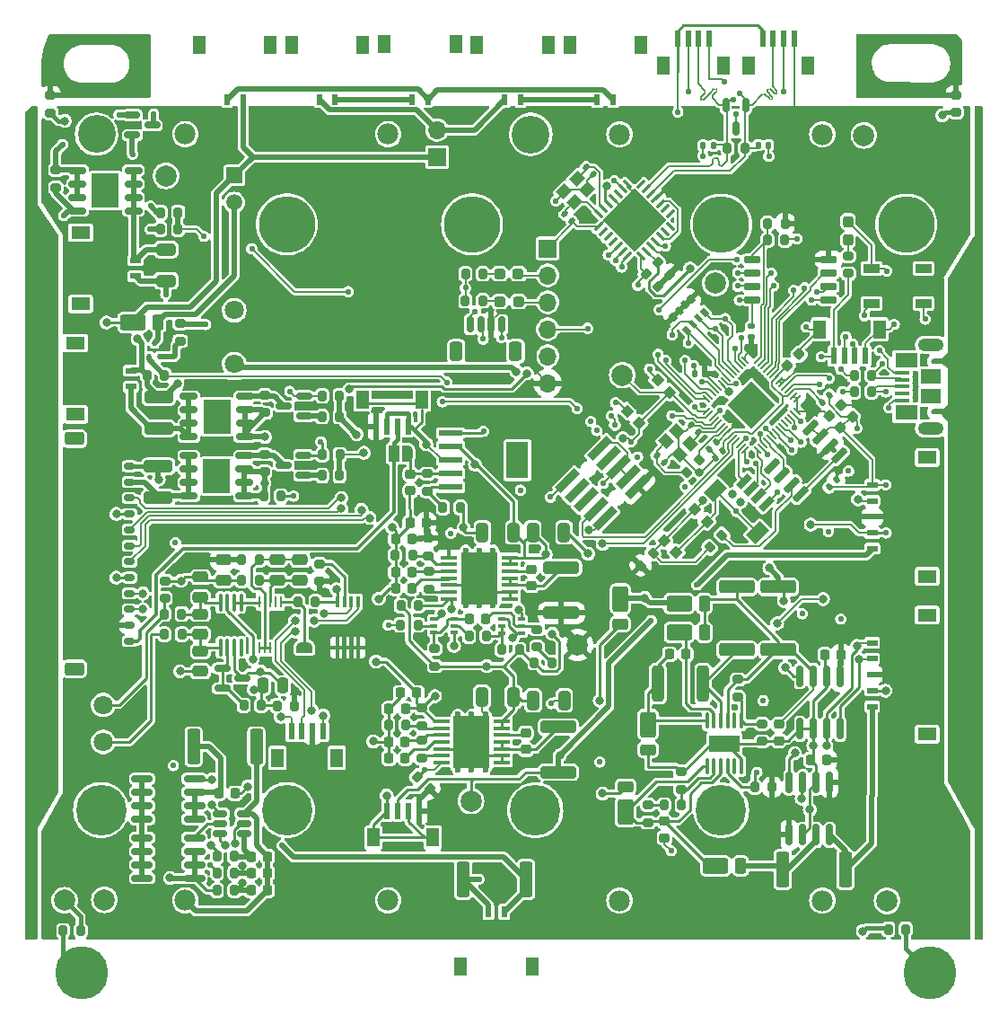
<source format=gbr>
%TF.GenerationSoftware,KiCad,Pcbnew,8.0.2-1*%
%TF.CreationDate,2024-06-12T20:01:09-07:00*%
%TF.ProjectId,battery_board_v3b,62617474-6572-4795-9f62-6f6172645f76,rev?*%
%TF.SameCoordinates,Original*%
%TF.FileFunction,Copper,L1,Top*%
%TF.FilePolarity,Positive*%
%FSLAX46Y46*%
G04 Gerber Fmt 4.6, Leading zero omitted, Abs format (unit mm)*
G04 Created by KiCad (PCBNEW 8.0.2-1) date 2024-06-12 20:01:09*
%MOMM*%
%LPD*%
G01*
G04 APERTURE LIST*
G04 Aperture macros list*
%AMRoundRect*
0 Rectangle with rounded corners*
0 $1 Rounding radius*
0 $2 $3 $4 $5 $6 $7 $8 $9 X,Y pos of 4 corners*
0 Add a 4 corners polygon primitive as box body*
4,1,4,$2,$3,$4,$5,$6,$7,$8,$9,$2,$3,0*
0 Add four circle primitives for the rounded corners*
1,1,$1+$1,$2,$3*
1,1,$1+$1,$4,$5*
1,1,$1+$1,$6,$7*
1,1,$1+$1,$8,$9*
0 Add four rect primitives between the rounded corners*
20,1,$1+$1,$2,$3,$4,$5,0*
20,1,$1+$1,$4,$5,$6,$7,0*
20,1,$1+$1,$6,$7,$8,$9,0*
20,1,$1+$1,$8,$9,$2,$3,0*%
%AMRotRect*
0 Rectangle, with rotation*
0 The origin of the aperture is its center*
0 $1 length*
0 $2 width*
0 $3 Rotation angle, in degrees counterclockwise*
0 Add horizontal line*
21,1,$1,$2,0,0,$3*%
%AMFreePoly0*
4,1,19,0.550000,-0.750000,0.000000,-0.750000,0.000000,-0.744911,-0.071157,-0.744911,-0.207708,-0.704816,-0.327430,-0.627875,-0.420627,-0.520320,-0.479746,-0.390866,-0.500000,-0.250000,-0.500000,0.250000,-0.479746,0.390866,-0.420627,0.520320,-0.327430,0.627875,-0.207708,0.704816,-0.071157,0.744911,0.000000,0.744911,0.000000,0.750000,0.550000,0.750000,0.550000,-0.750000,0.550000,-0.750000,
$1*%
%AMFreePoly1*
4,1,19,0.000000,0.744911,0.071157,0.744911,0.207708,0.704816,0.327430,0.627875,0.420627,0.520320,0.479746,0.390866,0.500000,0.250000,0.500000,-0.250000,0.479746,-0.390866,0.420627,-0.520320,0.327430,-0.627875,0.207708,-0.704816,0.071157,-0.744911,0.000000,-0.744911,0.000000,-0.750000,-0.550000,-0.750000,-0.550000,0.750000,0.000000,0.750000,0.000000,0.744911,0.000000,0.744911,
$1*%
%AMFreePoly2*
4,1,19,0.500000,-0.750000,0.000000,-0.750000,0.000000,-0.744911,-0.071157,-0.744911,-0.207708,-0.704816,-0.327430,-0.627875,-0.420627,-0.520320,-0.479746,-0.390866,-0.500000,-0.250000,-0.500000,0.250000,-0.479746,0.390866,-0.420627,0.520320,-0.327430,0.627875,-0.207708,0.704816,-0.071157,0.744911,0.000000,0.744911,0.000000,0.750000,0.500000,0.750000,0.500000,-0.750000,0.500000,-0.750000,
$1*%
%AMFreePoly3*
4,1,19,0.000000,0.744911,0.071157,0.744911,0.207708,0.704816,0.327430,0.627875,0.420627,0.520320,0.479746,0.390866,0.500000,0.250000,0.500000,-0.250000,0.479746,-0.390866,0.420627,-0.520320,0.327430,-0.627875,0.207708,-0.704816,0.071157,-0.744911,0.000000,-0.744911,0.000000,-0.750000,-0.500000,-0.750000,-0.500000,0.750000,0.000000,0.750000,0.000000,0.744911,0.000000,0.744911,
$1*%
G04 Aperture macros list end*
%TA.AperFunction,SMDPad,CuDef*%
%ADD10RoundRect,0.200000X0.275000X-0.200000X0.275000X0.200000X-0.275000X0.200000X-0.275000X-0.200000X0*%
%TD*%
%TA.AperFunction,SMDPad,CuDef*%
%ADD11RotRect,0.600000X1.550000X135.000000*%
%TD*%
%TA.AperFunction,SMDPad,CuDef*%
%ADD12RotRect,1.200000X1.800000X135.000000*%
%TD*%
%TA.AperFunction,ComponentPad*%
%ADD13C,5.000000*%
%TD*%
%TA.AperFunction,SMDPad,CuDef*%
%ADD14RoundRect,0.225000X-0.225000X-0.250000X0.225000X-0.250000X0.225000X0.250000X-0.225000X0.250000X0*%
%TD*%
%TA.AperFunction,SMDPad,CuDef*%
%ADD15RoundRect,0.250000X-1.450000X0.312500X-1.450000X-0.312500X1.450000X-0.312500X1.450000X0.312500X0*%
%TD*%
%TA.AperFunction,ComponentPad*%
%ADD16C,2.000000*%
%TD*%
%TA.AperFunction,SMDPad,CuDef*%
%ADD17R,1.500000X0.900000*%
%TD*%
%TA.AperFunction,SMDPad,CuDef*%
%ADD18RoundRect,0.150000X0.825000X0.150000X-0.825000X0.150000X-0.825000X-0.150000X0.825000X-0.150000X0*%
%TD*%
%TA.AperFunction,SMDPad,CuDef*%
%ADD19RoundRect,0.150000X0.150000X0.625000X-0.150000X0.625000X-0.150000X-0.625000X0.150000X-0.625000X0*%
%TD*%
%TA.AperFunction,SMDPad,CuDef*%
%ADD20RoundRect,0.250000X0.350000X0.650000X-0.350000X0.650000X-0.350000X-0.650000X0.350000X-0.650000X0*%
%TD*%
%TA.AperFunction,SMDPad,CuDef*%
%ADD21R,0.650000X0.400000*%
%TD*%
%TA.AperFunction,SMDPad,CuDef*%
%ADD22RoundRect,0.200000X-0.200000X-0.275000X0.200000X-0.275000X0.200000X0.275000X-0.200000X0.275000X0*%
%TD*%
%TA.AperFunction,SMDPad,CuDef*%
%ADD23RoundRect,0.150000X0.662500X0.150000X-0.662500X0.150000X-0.662500X-0.150000X0.662500X-0.150000X0*%
%TD*%
%TA.AperFunction,SMDPad,CuDef*%
%ADD24R,2.514000X3.200000*%
%TD*%
%TA.AperFunction,SMDPad,CuDef*%
%ADD25RoundRect,0.150000X-0.512500X-0.150000X0.512500X-0.150000X0.512500X0.150000X-0.512500X0.150000X0*%
%TD*%
%TA.AperFunction,SMDPad,CuDef*%
%ADD26RoundRect,0.140000X-0.021213X0.219203X-0.219203X0.021213X0.021213X-0.219203X0.219203X-0.021213X0*%
%TD*%
%TA.AperFunction,SMDPad,CuDef*%
%ADD27R,0.600000X1.000000*%
%TD*%
%TA.AperFunction,SMDPad,CuDef*%
%ADD28R,1.250000X1.800000*%
%TD*%
%TA.AperFunction,SMDPad,CuDef*%
%ADD29RoundRect,0.140000X-0.219203X-0.021213X-0.021213X-0.219203X0.219203X0.021213X0.021213X0.219203X0*%
%TD*%
%TA.AperFunction,SMDPad,CuDef*%
%ADD30RoundRect,0.200000X0.200000X0.275000X-0.200000X0.275000X-0.200000X-0.275000X0.200000X-0.275000X0*%
%TD*%
%TA.AperFunction,SMDPad,CuDef*%
%ADD31RoundRect,0.225000X-0.250000X0.225000X-0.250000X-0.225000X0.250000X-0.225000X0.250000X0.225000X0*%
%TD*%
%TA.AperFunction,SMDPad,CuDef*%
%ADD32RotRect,0.800000X0.500000X135.000000*%
%TD*%
%TA.AperFunction,SMDPad,CuDef*%
%ADD33RotRect,0.800000X0.400000X135.000000*%
%TD*%
%TA.AperFunction,SMDPad,CuDef*%
%ADD34RoundRect,0.250000X-0.650000X0.325000X-0.650000X-0.325000X0.650000X-0.325000X0.650000X0.325000X0*%
%TD*%
%TA.AperFunction,SMDPad,CuDef*%
%ADD35RoundRect,0.200000X0.335876X0.053033X0.053033X0.335876X-0.335876X-0.053033X-0.053033X-0.335876X0*%
%TD*%
%TA.AperFunction,SMDPad,CuDef*%
%ADD36RoundRect,0.225000X0.250000X-0.225000X0.250000X0.225000X-0.250000X0.225000X-0.250000X-0.225000X0*%
%TD*%
%TA.AperFunction,SMDPad,CuDef*%
%ADD37RoundRect,0.250000X-0.475000X0.250000X-0.475000X-0.250000X0.475000X-0.250000X0.475000X0.250000X0*%
%TD*%
%TA.AperFunction,SMDPad,CuDef*%
%ADD38RoundRect,0.150000X0.150000X-0.825000X0.150000X0.825000X-0.150000X0.825000X-0.150000X-0.825000X0*%
%TD*%
%TA.AperFunction,SMDPad,CuDef*%
%ADD39R,2.200000X0.600000*%
%TD*%
%TA.AperFunction,SMDPad,CuDef*%
%ADD40R,2.150000X3.450000*%
%TD*%
%TA.AperFunction,SMDPad,CuDef*%
%ADD41RoundRect,0.150000X0.406586X0.618718X-0.618718X-0.406586X-0.406586X-0.618718X0.618718X0.406586X0*%
%TD*%
%TA.AperFunction,SMDPad,CuDef*%
%ADD42RotRect,0.900000X0.900000X225.000000*%
%TD*%
%TA.AperFunction,SMDPad,CuDef*%
%ADD43R,1.000000X0.600000*%
%TD*%
%TA.AperFunction,SMDPad,CuDef*%
%ADD44R,1.800000X1.250000*%
%TD*%
%TA.AperFunction,SMDPad,CuDef*%
%ADD45RoundRect,0.225000X0.225000X0.250000X-0.225000X0.250000X-0.225000X-0.250000X0.225000X-0.250000X0*%
%TD*%
%TA.AperFunction,SMDPad,CuDef*%
%ADD46RotRect,0.900000X0.900000X45.000000*%
%TD*%
%TA.AperFunction,SMDPad,CuDef*%
%ADD47RoundRect,0.150000X-0.662500X-0.150000X0.662500X-0.150000X0.662500X0.150000X-0.662500X0.150000X0*%
%TD*%
%TA.AperFunction,SMDPad,CuDef*%
%ADD48RoundRect,0.150000X0.587500X0.150000X-0.587500X0.150000X-0.587500X-0.150000X0.587500X-0.150000X0*%
%TD*%
%TA.AperFunction,SMDPad,CuDef*%
%ADD49RoundRect,0.250000X0.362500X1.425000X-0.362500X1.425000X-0.362500X-1.425000X0.362500X-1.425000X0*%
%TD*%
%TA.AperFunction,SMDPad,CuDef*%
%ADD50RoundRect,0.250000X0.325000X0.650000X-0.325000X0.650000X-0.325000X-0.650000X0.325000X-0.650000X0*%
%TD*%
%TA.AperFunction,ComponentPad*%
%ADD51R,1.700000X1.700000*%
%TD*%
%TA.AperFunction,ComponentPad*%
%ADD52O,1.700000X1.700000*%
%TD*%
%TA.AperFunction,SMDPad,CuDef*%
%ADD53R,0.600000X1.550000*%
%TD*%
%TA.AperFunction,SMDPad,CuDef*%
%ADD54R,1.200000X1.800000*%
%TD*%
%TA.AperFunction,ComponentPad*%
%ADD55C,1.800000*%
%TD*%
%TA.AperFunction,SMDPad,CuDef*%
%ADD56RoundRect,0.100000X-0.687500X-0.100000X0.687500X-0.100000X0.687500X0.100000X-0.687500X0.100000X0*%
%TD*%
%TA.AperFunction,ComponentPad*%
%ADD57C,0.600000*%
%TD*%
%TA.AperFunction,SMDPad,CuDef*%
%ADD58R,3.400000X5.000000*%
%TD*%
%TA.AperFunction,SMDPad,CuDef*%
%ADD59RoundRect,0.200000X0.053033X-0.335876X0.335876X-0.053033X-0.053033X0.335876X-0.335876X0.053033X0*%
%TD*%
%TA.AperFunction,SMDPad,CuDef*%
%ADD60RoundRect,0.237500X-0.237500X0.287500X-0.237500X-0.287500X0.237500X-0.287500X0.237500X0.287500X0*%
%TD*%
%TA.AperFunction,SMDPad,CuDef*%
%ADD61RoundRect,0.250000X-0.362500X-1.425000X0.362500X-1.425000X0.362500X1.425000X-0.362500X1.425000X0*%
%TD*%
%TA.AperFunction,SMDPad,CuDef*%
%ADD62RoundRect,0.250000X-0.500000X0.950000X-0.500000X-0.950000X0.500000X-0.950000X0.500000X0.950000X0*%
%TD*%
%TA.AperFunction,SMDPad,CuDef*%
%ADD63RoundRect,0.250000X-0.500000X0.275000X-0.500000X-0.275000X0.500000X-0.275000X0.500000X0.275000X0*%
%TD*%
%TA.AperFunction,SMDPad,CuDef*%
%ADD64RoundRect,0.250000X0.950000X0.500000X-0.950000X0.500000X-0.950000X-0.500000X0.950000X-0.500000X0*%
%TD*%
%TA.AperFunction,SMDPad,CuDef*%
%ADD65RoundRect,0.250000X0.275000X0.500000X-0.275000X0.500000X-0.275000X-0.500000X0.275000X-0.500000X0*%
%TD*%
%TA.AperFunction,SMDPad,CuDef*%
%ADD66RoundRect,0.140000X0.219203X0.021213X0.021213X0.219203X-0.219203X-0.021213X-0.021213X-0.219203X0*%
%TD*%
%TA.AperFunction,SMDPad,CuDef*%
%ADD67RoundRect,0.125000X0.176777X0.000000X0.000000X0.176777X-0.176777X0.000000X0.000000X-0.176777X0*%
%TD*%
%TA.AperFunction,SMDPad,CuDef*%
%ADD68RoundRect,0.150000X-0.150000X0.512500X-0.150000X-0.512500X0.150000X-0.512500X0.150000X0.512500X0*%
%TD*%
%TA.AperFunction,SMDPad,CuDef*%
%ADD69RoundRect,0.150000X-0.150000X0.825000X-0.150000X-0.825000X0.150000X-0.825000X0.150000X0.825000X0*%
%TD*%
%TA.AperFunction,SMDPad,CuDef*%
%ADD70RoundRect,0.250000X-0.325000X-0.650000X0.325000X-0.650000X0.325000X0.650000X-0.325000X0.650000X0*%
%TD*%
%TA.AperFunction,SMDPad,CuDef*%
%ADD71RoundRect,0.200000X-0.053033X0.335876X-0.335876X0.053033X0.053033X-0.335876X0.335876X-0.053033X0*%
%TD*%
%TA.AperFunction,SMDPad,CuDef*%
%ADD72RoundRect,0.237500X-0.287500X-0.237500X0.287500X-0.237500X0.287500X0.237500X-0.287500X0.237500X0*%
%TD*%
%TA.AperFunction,SMDPad,CuDef*%
%ADD73R,0.400000X0.510000*%
%TD*%
%TA.AperFunction,SMDPad,CuDef*%
%ADD74RoundRect,0.250000X-1.425000X0.362500X-1.425000X-0.362500X1.425000X-0.362500X1.425000X0.362500X0*%
%TD*%
%TA.AperFunction,SMDPad,CuDef*%
%ADD75RoundRect,0.200000X-0.275000X0.200000X-0.275000X-0.200000X0.275000X-0.200000X0.275000X0.200000X0*%
%TD*%
%TA.AperFunction,SMDPad,CuDef*%
%ADD76RoundRect,0.100000X0.100000X-0.712500X0.100000X0.712500X-0.100000X0.712500X-0.100000X-0.712500X0*%
%TD*%
%TA.AperFunction,SMDPad,CuDef*%
%ADD77RoundRect,0.150000X-0.650000X-0.150000X0.650000X-0.150000X0.650000X0.150000X-0.650000X0.150000X0*%
%TD*%
%TA.AperFunction,SMDPad,CuDef*%
%ADD78RoundRect,0.150000X-0.587500X-0.150000X0.587500X-0.150000X0.587500X0.150000X-0.587500X0.150000X0*%
%TD*%
%TA.AperFunction,SMDPad,CuDef*%
%ADD79FreePoly0,0.000000*%
%TD*%
%TA.AperFunction,SMDPad,CuDef*%
%ADD80R,1.000000X1.500000*%
%TD*%
%TA.AperFunction,SMDPad,CuDef*%
%ADD81FreePoly1,0.000000*%
%TD*%
%TA.AperFunction,SMDPad,CuDef*%
%ADD82RoundRect,0.250000X1.100000X-0.325000X1.100000X0.325000X-1.100000X0.325000X-1.100000X-0.325000X0*%
%TD*%
%TA.AperFunction,SMDPad,CuDef*%
%ADD83RoundRect,0.140000X0.170000X-0.140000X0.170000X0.140000X-0.170000X0.140000X-0.170000X-0.140000X0*%
%TD*%
%TA.AperFunction,SMDPad,CuDef*%
%ADD84RoundRect,0.250000X1.425000X-0.362500X1.425000X0.362500X-1.425000X0.362500X-1.425000X-0.362500X0*%
%TD*%
%TA.AperFunction,SMDPad,CuDef*%
%ADD85RoundRect,0.140000X-0.140000X-0.170000X0.140000X-0.170000X0.140000X0.170000X-0.140000X0.170000X0*%
%TD*%
%TA.AperFunction,SMDPad,CuDef*%
%ADD86R,1.380000X0.450000*%
%TD*%
%TA.AperFunction,ComponentPad*%
%ADD87O,2.416000X1.208000*%
%TD*%
%TA.AperFunction,SMDPad,CuDef*%
%ADD88R,2.100000X1.475000*%
%TD*%
%TA.AperFunction,SMDPad,CuDef*%
%ADD89R,1.900000X1.375000*%
%TD*%
%TA.AperFunction,SMDPad,CuDef*%
%ADD90RoundRect,0.250000X0.500000X-0.950000X0.500000X0.950000X-0.500000X0.950000X-0.500000X-0.950000X0*%
%TD*%
%TA.AperFunction,SMDPad,CuDef*%
%ADD91RoundRect,0.250000X0.500000X-0.275000X0.500000X0.275000X-0.500000X0.275000X-0.500000X-0.275000X0*%
%TD*%
%TA.AperFunction,SMDPad,CuDef*%
%ADD92RoundRect,0.140000X0.140000X0.170000X-0.140000X0.170000X-0.140000X-0.170000X0.140000X-0.170000X0*%
%TD*%
%TA.AperFunction,SMDPad,CuDef*%
%ADD93RoundRect,0.050000X-0.309359X0.238649X0.238649X-0.309359X0.309359X-0.238649X-0.238649X0.309359X0*%
%TD*%
%TA.AperFunction,SMDPad,CuDef*%
%ADD94RoundRect,0.050000X-0.309359X-0.238649X-0.238649X-0.309359X0.309359X0.238649X0.238649X0.309359X0*%
%TD*%
%TA.AperFunction,SMDPad,CuDef*%
%ADD95RotRect,3.200000X3.200000X315.000000*%
%TD*%
%TA.AperFunction,SMDPad,CuDef*%
%ADD96RoundRect,0.250000X0.475000X-0.250000X0.475000X0.250000X-0.475000X0.250000X-0.475000X-0.250000X0*%
%TD*%
%TA.AperFunction,SMDPad,CuDef*%
%ADD97R,0.250000X1.100000*%
%TD*%
%TA.AperFunction,SMDPad,CuDef*%
%ADD98RoundRect,0.250000X-0.312500X-1.450000X0.312500X-1.450000X0.312500X1.450000X-0.312500X1.450000X0*%
%TD*%
%TA.AperFunction,SMDPad,CuDef*%
%ADD99RoundRect,0.075000X0.362392X-0.256326X-0.256326X0.362392X-0.362392X0.256326X0.256326X-0.362392X0*%
%TD*%
%TA.AperFunction,SMDPad,CuDef*%
%ADD100RoundRect,0.075000X0.362392X0.256326X0.256326X0.362392X-0.362392X-0.256326X-0.256326X-0.362392X0*%
%TD*%
%TA.AperFunction,SMDPad,CuDef*%
%ADD101RotRect,4.250000X4.250000X135.000000*%
%TD*%
%TA.AperFunction,SMDPad,CuDef*%
%ADD102RotRect,0.760000X2.600000X135.000000*%
%TD*%
%TA.AperFunction,SMDPad,CuDef*%
%ADD103RoundRect,0.150000X-0.350000X0.150000X-0.350000X-0.150000X0.350000X-0.150000X0.350000X0.150000X0*%
%TD*%
%TA.AperFunction,SMDPad,CuDef*%
%ADD104RoundRect,0.250000X-0.650000X0.375000X-0.650000X-0.375000X0.650000X-0.375000X0.650000X0.375000X0*%
%TD*%
%TA.AperFunction,ComponentPad*%
%ADD105R,1.508000X1.508000*%
%TD*%
%TA.AperFunction,ComponentPad*%
%ADD106C,1.508000*%
%TD*%
%TA.AperFunction,SMDPad,CuDef*%
%ADD107R,0.400000X1.100000*%
%TD*%
%TA.AperFunction,SMDPad,CuDef*%
%ADD108RoundRect,0.225000X0.017678X-0.335876X0.335876X-0.017678X-0.017678X0.335876X-0.335876X0.017678X0*%
%TD*%
%TA.AperFunction,SMDPad,CuDef*%
%ADD109RoundRect,0.225000X-0.335876X-0.017678X-0.017678X-0.335876X0.335876X0.017678X0.017678X0.335876X0*%
%TD*%
%TA.AperFunction,SMDPad,CuDef*%
%ADD110RoundRect,0.100000X0.100000X-0.625000X0.100000X0.625000X-0.100000X0.625000X-0.100000X-0.625000X0*%
%TD*%
%TA.AperFunction,SMDPad,CuDef*%
%ADD111R,2.850000X1.650000*%
%TD*%
%TA.AperFunction,SMDPad,CuDef*%
%ADD112RotRect,1.150000X1.000000X315.000000*%
%TD*%
%TA.AperFunction,SMDPad,CuDef*%
%ADD113RoundRect,0.250000X-0.250000X-0.475000X0.250000X-0.475000X0.250000X0.475000X-0.250000X0.475000X0*%
%TD*%
%TA.AperFunction,SMDPad,CuDef*%
%ADD114RoundRect,0.140000X0.021213X-0.219203X0.219203X-0.021213X-0.021213X0.219203X-0.219203X0.021213X0*%
%TD*%
%TA.AperFunction,SMDPad,CuDef*%
%ADD115RotRect,1.150000X1.000000X225.000000*%
%TD*%
%TA.AperFunction,SMDPad,CuDef*%
%ADD116FreePoly2,270.000000*%
%TD*%
%TA.AperFunction,SMDPad,CuDef*%
%ADD117FreePoly3,270.000000*%
%TD*%
%TA.AperFunction,ComponentPad*%
%ADD118C,4.770000*%
%TD*%
%TA.AperFunction,ComponentPad*%
%ADD119C,5.325000*%
%TD*%
%TA.AperFunction,ComponentPad*%
%ADD120C,3.570000*%
%TD*%
%TA.AperFunction,ComponentPad*%
%ADD121C,1.980000*%
%TD*%
%TA.AperFunction,ViaPad*%
%ADD122C,0.560000*%
%TD*%
%TA.AperFunction,ViaPad*%
%ADD123C,0.800000*%
%TD*%
%TA.AperFunction,Conductor*%
%ADD124C,0.500000*%
%TD*%
%TA.AperFunction,Conductor*%
%ADD125C,0.127000*%
%TD*%
%TA.AperFunction,Conductor*%
%ADD126C,0.152400*%
%TD*%
%TA.AperFunction,Conductor*%
%ADD127C,0.250000*%
%TD*%
%TA.AperFunction,Conductor*%
%ADD128C,0.400000*%
%TD*%
%TA.AperFunction,Conductor*%
%ADD129C,0.152000*%
%TD*%
%TA.AperFunction,Conductor*%
%ADD130C,0.300000*%
%TD*%
G04 APERTURE END LIST*
D10*
%TO.P,R57,1,1*%
%TO.N,VBUS*%
X186790000Y-65585000D03*
%TO.P,R57,2,2*%
%TO.N,Net-(D10-PadA)*%
X186790000Y-63935000D03*
%TD*%
D11*
%TO.P,J21,1,1*%
%TO.N,SPI1_CS0*%
X179057577Y-87283744D03*
%TO.P,J21,2,2*%
%TO.N,SPI1_SCK*%
X178350470Y-86576637D03*
%TO.P,J21,3,3*%
%TO.N,SPI1_MOSI*%
X177643363Y-85869530D03*
%TO.P,J21,4,4*%
%TO.N,SPI1_MISO*%
X176936256Y-85162423D03*
D12*
%TO.P,J21,S1,SHIELD*%
%TO.N,GND*%
X178191371Y-89988427D03*
%TO.P,J21,S2,SHIELD*%
X174231573Y-86028629D03*
%TD*%
D13*
%TO.P,,1*%
%TO.N,Chassis Ground*%
X194500000Y-131530000D03*
%TD*%
D14*
%TO.P,C1,1,1*%
%TO.N,GND*%
X144082500Y-90615000D03*
%TO.P,C1,2,2*%
%TO.N,+3V3*%
X145632500Y-90615000D03*
%TD*%
D15*
%TO.P,L3,1,1*%
%TO.N,Net-(U5-SW1)*%
X159440000Y-108330000D03*
%TO.P,L3,2,2*%
%TO.N,+5V*%
X159440000Y-112605000D03*
%TD*%
D16*
%TO.P,TP6,1,1*%
%TO.N,VBUSP*%
X122428000Y-56388000D03*
%TD*%
D17*
%TO.P,LED1,1,VDD*%
%TO.N,/NEO_PWR*%
X193870000Y-68420000D03*
%TO.P,LED1,2,DO*%
%TO.N,unconnected-(LED1-DO-Pad2)*%
X193870000Y-65120000D03*
%TO.P,LED1,3,GND*%
%TO.N,GND*%
X188970000Y-65120000D03*
%TO.P,LED1,4,DI*%
%TO.N,/NEOPIX*%
X188970000Y-68420000D03*
%TD*%
D18*
%TO.P,Q2,1,S*%
%TO.N,PACK-*%
X125124999Y-122585000D03*
%TO.P,Q2,2,S*%
X125124999Y-121315000D03*
%TO.P,Q2,3,S*%
X125124999Y-120045000D03*
%TO.P,Q2,4,G*%
%TO.N,Net-(Q2-G)*%
X125124999Y-118775000D03*
%TO.P,Q2,5,D*%
%TO.N,Net-(Q1-D-Pad5)*%
X120174999Y-118775000D03*
%TO.P,Q2,6,D*%
X120174999Y-120045000D03*
%TO.P,Q2,7,D*%
X120174999Y-121315000D03*
%TO.P,Q2,8,D*%
X120174999Y-122585000D03*
%TD*%
D19*
%TO.P,J27,1,Pin_1*%
%TO.N,GND*%
X154110000Y-70395000D03*
%TO.P,J27,2,Pin_2*%
%TO.N,+3V3*%
X153110000Y-70395000D03*
%TO.P,J27,3,Pin_3*%
%TO.N,SDA1*%
X152110000Y-70395000D03*
%TO.P,J27,4,Pin_4*%
%TO.N,SCL1*%
X151110000Y-70395000D03*
D20*
%TO.P,J27,MP*%
%TO.N,N/C*%
X155410000Y-72920000D03*
X149810000Y-72920000D03*
%TD*%
D21*
%TO.P,Q3,1,E1*%
%TO.N,GND*%
X154057500Y-98180000D03*
%TO.P,Q3,2,B1*%
%TO.N,Net-(Q3A-B1)*%
X154057500Y-98830000D03*
%TO.P,Q3,3,C2*%
X154057500Y-99480000D03*
%TO.P,Q3,4,E2*%
%TO.N,GND*%
X155957500Y-99480000D03*
%TO.P,Q3,5,B2*%
%TO.N,Net-(Q3B-B2)*%
X155957500Y-98830000D03*
%TO.P,Q3,6,C1*%
%TO.N,/3V3_EN*%
X155957500Y-98180000D03*
%TD*%
D22*
%TO.P,R4,1*%
%TO.N,BM*%
X127225000Y-120530000D03*
%TO.P,R4,2*%
%TO.N,Net-(U1-VC)*%
X128875000Y-120530000D03*
%TD*%
D23*
%TO.P,Q9,1,Source*%
%TO.N,Net-(K1-PadNO)*%
X129840002Y-86574999D03*
%TO.P,Q9,2,Source*%
X129840002Y-85304999D03*
%TO.P,Q9,3,Source*%
X129840002Y-84034999D03*
%TO.P,Q9,4,Gate*%
%TO.N,Net-(Q7-D)*%
X129840002Y-82764999D03*
%TO.P,Q9,5,Drain*%
%TO.N,BURN*%
X124565002Y-82764999D03*
%TO.P,Q9,6,Drain*%
X124565002Y-84034999D03*
%TO.P,Q9,7,Drain*%
X124565002Y-85304999D03*
%TO.P,Q9,8,Drain*%
X124565002Y-86574999D03*
D24*
%TO.P,Q9,9*%
%TO.N,N/C*%
X127202502Y-84669999D03*
%TD*%
D25*
%TO.P,U1,1,DOUT*%
%TO.N,Net-(Q1-G)*%
X127542500Y-116500000D03*
%TO.P,U1,2,COUT*%
%TO.N,Net-(Q2-G)*%
X127542500Y-117450000D03*
%TO.P,U1,3,V-*%
%TO.N,Net-(U1-V-)*%
X127542500Y-118400000D03*
%TO.P,U1,4,VC*%
%TO.N,Net-(U1-VC)*%
X129817500Y-118400000D03*
%TO.P,U1,5,VDD*%
%TO.N,/VDD*%
X129817500Y-117450000D03*
%TO.P,U1,6,VSS*%
%TO.N,B-*%
X129817500Y-116500000D03*
%TD*%
D26*
%TO.P,C31,1,1*%
%TO.N,+3V3*%
X185639411Y-85060589D03*
%TO.P,C31,2,2*%
%TO.N,GND*%
X184960589Y-85739411D03*
%TD*%
D27*
%TO.P,J7,1,Pin_1*%
%TO.N,Net-(J7-Pin_1)*%
X155870000Y-49225000D03*
%TO.P,J7,2,Pin_2*%
%TO.N,VBatt*%
X154370000Y-49225000D03*
D28*
%TO.P,J7,S1*%
%TO.N,N/C*%
X158475000Y-44035000D03*
%TO.P,J7,S2*%
X151765000Y-44035000D03*
%TD*%
D29*
%TO.P,C20,1,1*%
%TO.N,GND*%
X171960589Y-79870589D03*
%TO.P,C20,2,2*%
%TO.N,Net-(IC3-XIN)*%
X172639411Y-80549411D03*
%TD*%
D30*
%TO.P,FB3,1*%
%TO.N,AGND*%
X131215000Y-94502499D03*
%TO.P,FB3,2*%
%TO.N,GND*%
X129565000Y-94502499D03*
%TD*%
%TO.P,R19,1,1*%
%TO.N,GND*%
X133285000Y-86564998D03*
%TO.P,R19,2,2*%
%TO.N,Net-(K1-PadNO)*%
X131635000Y-86564998D03*
%TD*%
D31*
%TO.P,C40,1,1*%
%TO.N,VBATT_SENSE*%
X180220000Y-108085000D03*
%TO.P,C40,2,2*%
%TO.N,GND*%
X180220000Y-109635000D03*
%TD*%
D10*
%TO.P,R60,1,1*%
%TO.N,Net-(Q4-E)*%
X123750000Y-71955000D03*
%TO.P,R60,2,2*%
%TO.N,GND*%
X123750000Y-70305000D03*
%TD*%
D32*
%TO.P,R48,1,R1.1*%
%TO.N,SCL0*%
X171537868Y-70934924D03*
D33*
%TO.P,R48,2,R2.1*%
%TO.N,SDA0*%
X172103553Y-70369239D03*
%TO.P,R48,3,R3.1*%
%TO.N,SCL1*%
X172669239Y-69803553D03*
D32*
%TO.P,R48,4,R4.1*%
%TO.N,SDA1*%
X173234924Y-69237868D03*
%TO.P,R48,5,R4.2*%
%TO.N,+3V3*%
X171962132Y-67965076D03*
D33*
%TO.P,R48,6,R3.2*%
X171396447Y-68530761D03*
%TO.P,R48,7,R2.2*%
X170830761Y-69096447D03*
D32*
%TO.P,R48,8,R1.2*%
X170265076Y-69662132D03*
%TD*%
D27*
%TO.P,J8,1,Pin_1*%
%TO.N,VBatt1*%
X164610000Y-49245000D03*
%TO.P,J8,2,Pin_2*%
%TO.N,Net-(J7-Pin_1)*%
X163110000Y-49245000D03*
D28*
%TO.P,J8,S1*%
%TO.N,N/C*%
X167215000Y-44055000D03*
%TO.P,J8,S2*%
X160505000Y-44055000D03*
%TD*%
D34*
%TO.P,C50,1*%
%TO.N,Jetson_pwr*%
X122430000Y-63325000D03*
%TO.P,C50,2*%
%TO.N,GND*%
X122430000Y-66275000D03*
%TD*%
D30*
%TO.P,R31,1,1*%
%TO.N,+3V3*%
X180825000Y-60880000D03*
%TO.P,R31,2,2*%
%TO.N,/QSPI_CS*%
X179175000Y-60880000D03*
%TD*%
D22*
%TO.P,R43,1,1*%
%TO.N,Net-(R1043-Pad2)*%
X169415000Y-115690000D03*
%TO.P,R43,2,2*%
%TO.N,Net-(IC4-VIN_REG)*%
X171065000Y-115690000D03*
%TD*%
D35*
%TO.P,R40,1,1*%
%TO.N,+3V3*%
X169963503Y-65683595D03*
%TO.P,R40,2,2*%
%TO.N,Net-(U11-RESET)*%
X168796777Y-64516869D03*
%TD*%
D36*
%TO.P,C13,1*%
%TO.N,GND*%
X145467500Y-86055000D03*
%TO.P,C13,2*%
%TO.N,Net-(JP1-B)*%
X145467500Y-84505000D03*
%TD*%
D37*
%TO.P,C18,1*%
%TO.N,Net-(U9-+IN)*%
X125665000Y-97682499D03*
%TO.P,C18,2*%
%TO.N,Net-(U9--IN)*%
X125665000Y-99582499D03*
%TD*%
D38*
%TO.P,U14,1,A1*%
%TO.N,GND*%
X182215000Y-108495000D03*
%TO.P,U14,2,A0*%
X183485000Y-108495000D03*
%TO.P,U14,3,SDA*%
%TO.N,SDA0*%
X184755000Y-108495000D03*
%TO.P,U14,4,SCL*%
%TO.N,SCL0*%
X186025000Y-108495000D03*
%TO.P,U14,5,VS*%
%TO.N,+3V3*%
X186025000Y-103545000D03*
%TO.P,U14,6,GND*%
%TO.N,GND*%
X184755000Y-103545000D03*
%TO.P,U14,7,IN-*%
%TO.N,VBATT_SENSE*%
X183485000Y-103545000D03*
%TO.P,U14,8,IN+*%
%TO.N,PACK+*%
X182215000Y-103545000D03*
%TD*%
D39*
%TO.P,U6,1,~{SHDN}*%
%TO.N,ENAB_RF*%
X149270000Y-80630000D03*
%TO.P,U6,2,IN*%
%TO.N,VBUSP*%
X149270000Y-81900000D03*
%TO.P,U6,3,GND_1*%
%TO.N,GND*%
X149270000Y-83170000D03*
%TO.P,U6,4,OUT*%
%TO.N,Net-(JP1-B)*%
X149270000Y-84440000D03*
%TO.P,U6,5,SENSE/ADJ*%
%TO.N,Net-(U6-SENSE{slash}ADJ)*%
X149270000Y-85710000D03*
D40*
%TO.P,U6,6,GND_2*%
%TO.N,GND*%
X155570000Y-83170000D03*
%TD*%
D41*
%TO.P,U13,1,~{MR}*%
%TO.N,Net-(U13-~{MR})*%
X185957838Y-82766238D03*
%TO.P,U13,2,VCC*%
%TO.N,+3V3*%
X185059813Y-81868213D03*
%TO.P,U13,3,GND*%
%TO.N,GND*%
X184161787Y-80970187D03*
%TO.P,U13,4,PFI*%
X183263762Y-80072162D03*
%TO.P,U13,5,~{PFO}*%
%TO.N,unconnected-(U13-~{PFO}-Pad5)*%
X179622162Y-83713762D03*
%TO.P,U13,6,~{WDI}*%
%TO.N,WDT_WDI*%
X180520187Y-84611787D03*
%TO.P,U13,7,~{RESET}*%
%TO.N,Net-(U13-~{RESET})*%
X181418213Y-85509813D03*
%TO.P,U13,8,~{WDO}*%
%TO.N,Net-(U13-~{MR})*%
X182316238Y-86407838D03*
%TD*%
D42*
%TO.P,SW1,A,P*%
%TO.N,USBBOOT*%
X167046117Y-79685254D03*
%TO.P,SW1,A',P1*%
X169945254Y-76786117D03*
%TO.P,SW1,B,S*%
%TO.N,GND*%
X165914746Y-78553883D03*
%TO.P,SW1,B',S1*%
X168813883Y-75654746D03*
%TD*%
D43*
%TO.P,J14,1,Pin_1*%
%TO.N,VSOLAR*%
X189030000Y-106400000D03*
%TO.P,J14,2,Pin_2*%
%TO.N,GND*%
X189030000Y-104900000D03*
%TO.P,J14,3,Pin_3*%
%TO.N,+3V3*%
X189030000Y-103400000D03*
%TO.P,J14,4,Pin_4*%
%TO.N,SCL0*%
X189030000Y-101900000D03*
%TO.P,J14,5,Pin_5*%
%TO.N,SDA0*%
X189030000Y-100400000D03*
D44*
%TO.P,J14,S1*%
%TO.N,N/C*%
X194220000Y-109005000D03*
%TO.P,J14,S2*%
X194220000Y-97795000D03*
%TD*%
D22*
%TO.P,FB1,1*%
%TO.N,Net-(U9-+Vs)*%
X132890000Y-106322499D03*
%TO.P,FB1,2*%
%TO.N,+3V3*%
X134540000Y-106322499D03*
%TD*%
D45*
%TO.P,C49,1,1*%
%TO.N,Net-(U5-VREG5)*%
X144995000Y-109710000D03*
%TO.P,C49,2,2*%
%TO.N,GND*%
X143445000Y-109710000D03*
%TD*%
D46*
%TO.P,SW2,A,P*%
%TO.N,~{RESET}*%
X172313883Y-87844746D03*
%TO.P,SW2,A',P1*%
X169414746Y-90743883D03*
%TO.P,SW2,B,S*%
%TO.N,GND*%
X173445254Y-88976117D03*
%TO.P,SW2,B',S1*%
X170546117Y-91875254D03*
%TD*%
D10*
%TO.P,R59,1,1*%
%TO.N,Net-(Q10-D)*%
X112050000Y-57485000D03*
%TO.P,R59,2,2*%
%TO.N,PACK+*%
X112050000Y-55835000D03*
%TD*%
D16*
%TO.P,TP1,1,1*%
%TO.N,+3V3*%
X161250000Y-100590000D03*
%TD*%
D14*
%TO.P,C12,1*%
%TO.N,Net-(Q5A-C1)*%
X151052500Y-98160000D03*
%TO.P,C12,2*%
%TO.N,Net-(Q3B-B2)*%
X152602500Y-98160000D03*
%TD*%
%TO.P,C43,1,1*%
%TO.N,GND*%
X144535000Y-105100000D03*
%TO.P,C43,2,2*%
%TO.N,+5V*%
X146085000Y-105100000D03*
%TD*%
D47*
%TO.P,Q11,1,Source*%
%TO.N,PACK+*%
X114075000Y-55860000D03*
%TO.P,Q11,2,Source*%
X114075000Y-57130000D03*
%TO.P,Q11,3,Source*%
X114075000Y-58400000D03*
%TO.P,Q11,4,Gate*%
%TO.N,Net-(Q10-D)*%
X114075000Y-59670000D03*
%TO.P,Q11,5,Drain*%
%TO.N,Jetson_pwr*%
X119350000Y-59670000D03*
%TO.P,Q11,6,Drain*%
X119350000Y-58400000D03*
%TO.P,Q11,7,Drain*%
X119350000Y-57130000D03*
%TO.P,Q11,8,Drain*%
X119350000Y-55860000D03*
D24*
%TO.P,Q11,9*%
%TO.N,N/C*%
X116712500Y-57765000D03*
%TD*%
D36*
%TO.P,C6,1,1*%
%TO.N,Net-(U3-SW1)*%
X156907500Y-95015000D03*
%TO.P,C6,2,2*%
%TO.N,Net-(U3-VBST)*%
X156907500Y-93465000D03*
%TD*%
D48*
%TO.P,Q7,1,G*%
%TO.N,Net-(Q7-G)*%
X135407501Y-84619998D03*
%TO.P,Q7,2,S*%
%TO.N,GND*%
X135407501Y-82719998D03*
%TO.P,Q7,3,D*%
%TO.N,Net-(Q7-D)*%
X133532501Y-83669998D03*
%TD*%
D16*
%TO.P,TP2,1,1*%
%TO.N,B-*%
X116620000Y-124620000D03*
%TD*%
D22*
%TO.P,R54,1,1*%
%TO.N,USB_D+*%
X187340000Y-76720000D03*
%TO.P,R54,2,2*%
%TO.N,D+*%
X188990000Y-76720000D03*
%TD*%
D49*
%TO.P,R1,1*%
%TO.N,B-*%
X130962500Y-110200000D03*
%TO.P,R1,2*%
%TO.N,Net-(C5-Pad1)*%
X125037500Y-110200000D03*
%TD*%
D50*
%TO.P,C46,1,1*%
%TO.N,VBUSP*%
X155185000Y-105500000D03*
%TO.P,C46,2,2*%
%TO.N,GND*%
X152235000Y-105500000D03*
%TD*%
D51*
%TO.P,J25,1,Pin_1*%
%TO.N,GND*%
X158440000Y-63220000D03*
D52*
%TO.P,J25,2,Pin_2*%
%TO.N,FC_RX*%
X158440000Y-65760000D03*
%TO.P,J25,3,Pin_3*%
%TO.N,FC_TX*%
X158440000Y-68300000D03*
%TO.P,J25,4,Pin_4*%
%TO.N,SCL1*%
X158440000Y-70840000D03*
%TO.P,J25,5,Pin_5*%
%TO.N,SDA1*%
X158440000Y-73380000D03*
%TO.P,J25,6,Pin_6*%
%TO.N,+3V3*%
X158440000Y-75920000D03*
%TD*%
D53*
%TO.P,J20,1,Pin_1*%
%TO.N,+3V3*%
X173670000Y-43475000D03*
%TO.P,J20,2,Pin_2*%
%TO.N,CANH*%
X172670000Y-43475000D03*
%TO.P,J20,3,Pin_3*%
%TO.N,CANL*%
X171670000Y-43475000D03*
%TO.P,J20,4,Pin_4*%
%TO.N,GND*%
X170670000Y-43475000D03*
D54*
%TO.P,J20,S1*%
%TO.N,N/C*%
X174970000Y-46000000D03*
%TO.P,J20,S2*%
X169370000Y-46000000D03*
%TD*%
D10*
%TO.P,R62,1,1*%
%TO.N,GND*%
X111540000Y-50465000D03*
%TO.P,R62,2,2*%
%TO.N,Chassis Ground*%
X111540000Y-48815000D03*
%TD*%
D55*
%TO.P,J18,1,Pin_1*%
%TO.N,Net-(J18-Pin_1)*%
X116500000Y-109750000D03*
%TO.P,J18,2,Pin_2*%
%TO.N,Net-(J18-Pin_2)*%
X116500000Y-106250000D03*
%TD*%
D56*
%TO.P,U3,1,VO*%
%TO.N,+3V3*%
X149115000Y-92350000D03*
%TO.P,U3,2,VFB*%
%TO.N,Net-(U3-VFB)*%
X149115000Y-93000000D03*
%TO.P,U3,3,VREG5*%
%TO.N,Net-(U3-VREG5)*%
X149115000Y-93650000D03*
%TO.P,U3,4,SS*%
%TO.N,Net-(U3-SS)*%
X149115000Y-94300000D03*
%TO.P,U3,5,GND*%
%TO.N,GND*%
X149115000Y-94950000D03*
%TO.P,U3,6,PG*%
%TO.N,Net-(U3-PG)*%
X149115000Y-95600000D03*
%TO.P,U3,7,EN*%
%TO.N,/3V3_EN*%
X149115000Y-96250000D03*
%TO.P,U3,8,PGND1*%
%TO.N,GND*%
X154840000Y-96250000D03*
%TO.P,U3,9,PGND2*%
X154840000Y-95600000D03*
%TO.P,U3,10,SW1*%
%TO.N,Net-(U3-SW1)*%
X154840000Y-94950000D03*
%TO.P,U3,11,SW2*%
X154840000Y-94300000D03*
%TO.P,U3,12,VBST*%
%TO.N,Net-(U3-VBST)*%
X154840000Y-93650000D03*
%TO.P,U3,13,VIN*%
%TO.N,VBUSP*%
X154840000Y-93000000D03*
%TO.P,U3,14,VCC*%
X154840000Y-92350000D03*
D57*
%TO.P,U3,15,EPAD*%
%TO.N,GND*%
X150677500Y-91700000D03*
X150677500Y-93000000D03*
X150677500Y-94300000D03*
X150677500Y-95600000D03*
X150677500Y-96900000D03*
X151977500Y-91700000D03*
X151977500Y-93000000D03*
X151977500Y-94300000D03*
D58*
X151977500Y-94300000D03*
D57*
X151977500Y-95600000D03*
X151977500Y-96900000D03*
X153277500Y-91700000D03*
X153277500Y-93000000D03*
X153277500Y-94300000D03*
X153277500Y-95600000D03*
X153277500Y-96900000D03*
%TD*%
D59*
%TO.P,R45,1*%
%TO.N,~{RESET}*%
X173716637Y-91403363D03*
%TO.P,R45,2*%
%TO.N,Net-(U13-~{RESET})*%
X174883363Y-90236637D03*
%TD*%
D51*
%TO.P,J1,1,Pin_1*%
%TO.N,VBUSP*%
X147990000Y-54600000D03*
D52*
%TO.P,J1,2,Pin_2*%
%TO.N,VBatt*%
X147990000Y-52060000D03*
%TD*%
D10*
%TO.P,R52,1,1*%
%TO.N,GND*%
X178650000Y-109685000D03*
%TO.P,R52,2,2*%
%TO.N,Net-(IC4-VFB)*%
X178650000Y-108035000D03*
%TD*%
D30*
%TO.P,R10,1*%
%TO.N,VBUSP*%
X155762500Y-101060000D03*
%TO.P,R10,2*%
%TO.N,Net-(Q3A-B1)*%
X154112500Y-101060000D03*
%TD*%
D37*
%TO.P,C27,1*%
%TO.N,AVDD*%
X132924999Y-92572500D03*
%TO.P,C27,2*%
%TO.N,AGND*%
X132924999Y-94472500D03*
%TD*%
D22*
%TO.P,R53,1,1*%
%TO.N,USB_D-*%
X187340000Y-75180000D03*
%TO.P,R53,2,2*%
%TO.N,D-*%
X188990000Y-75180000D03*
%TD*%
D30*
%TO.P,R9,1,1*%
%TO.N,BURN_RELAY_A*%
X122302500Y-75170000D03*
%TO.P,R9,2,2*%
%TO.N,GND*%
X120652500Y-75170000D03*
%TD*%
D59*
%TO.P,R36,1,1*%
%TO.N,+3V3*%
X167200000Y-93110000D03*
%TO.P,R36,2,2*%
%TO.N,~{RESET}*%
X168366726Y-91943274D03*
%TD*%
D60*
%TO.P,D10,A,A*%
%TO.N,Net-(D10-PadA)*%
X186770000Y-62435000D03*
%TO.P,D10,C,C*%
%TO.N,GND*%
X186770000Y-60685000D03*
%TD*%
D61*
%TO.P,R49,1,1*%
%TO.N,VSOLAR_I*%
X180597500Y-121770000D03*
%TO.P,R49,2,2*%
%TO.N,VSOLAR*%
X186522500Y-121770000D03*
%TD*%
D62*
%TO.P,D11,1,K*%
%TO.N,Net-(D11-K)*%
X165800000Y-116350000D03*
D63*
%TO.P,D11,2,A*%
%TO.N,Dir_Chrg_In*%
X165800000Y-113975000D03*
%TD*%
D64*
%TO.P,D4,1,K*%
%TO.N,Net-(D11-K)*%
X174250000Y-121420000D03*
D65*
%TO.P,D4,2,A*%
%TO.N,VSOLAR_I*%
X176625000Y-121420000D03*
%TD*%
D66*
%TO.P,C21,1,1*%
%TO.N,GND*%
X169389411Y-83379411D03*
%TO.P,C21,2,2*%
%TO.N,Net-(C21-Pad2)*%
X168710589Y-82700589D03*
%TD*%
D67*
%TO.P,D8,A,A*%
%TO.N,Net-(D8-PadA)*%
X164772183Y-79872183D03*
%TO.P,D8,C,C*%
%TO.N,USBBOOT*%
X166327817Y-81427817D03*
%TD*%
D68*
%TO.P,D5,1,1*%
%TO.N,CANL*%
X177130000Y-49675000D03*
%TO.P,D5,2,2*%
%TO.N,CANH*%
X175230000Y-49675000D03*
%TO.P,D5,3,3*%
%TO.N,GND*%
X176180000Y-51950000D03*
%TD*%
D69*
%TO.P,U12,1,A1*%
%TO.N,+3V3*%
X185025000Y-113555000D03*
%TO.P,U12,2,A0*%
%TO.N,GND*%
X183755000Y-113555000D03*
%TO.P,U12,3,SDA*%
%TO.N,SDA0*%
X182485000Y-113555000D03*
%TO.P,U12,4,SCL*%
%TO.N,SCL0*%
X181215000Y-113555000D03*
%TO.P,U12,5,VS*%
%TO.N,+3V3*%
X181215000Y-118505000D03*
%TO.P,U12,6,GND*%
%TO.N,GND*%
X182485000Y-118505000D03*
%TO.P,U12,7,IN-*%
%TO.N,VSOLAR_I*%
X183755000Y-118505000D03*
%TO.P,U12,8,IN+*%
%TO.N,VSOLAR*%
X185025000Y-118505000D03*
%TD*%
D70*
%TO.P,C45,1,1*%
%TO.N,VBUSP*%
X157045000Y-105820000D03*
%TO.P,C45,2,2*%
%TO.N,GND*%
X159995000Y-105820000D03*
%TD*%
D10*
%TO.P,R6,1,1*%
%TO.N,Net-(U3-VFB)*%
X147137500Y-92210000D03*
%TO.P,R6,2,2*%
%TO.N,+3V3*%
X147137500Y-90560000D03*
%TD*%
D71*
%TO.P,R38,1,1*%
%TO.N,Net-(IC3-XOUT)*%
X172683363Y-83136637D03*
%TO.P,R38,2,2*%
%TO.N,Net-(C21-Pad2)*%
X171516637Y-84303363D03*
%TD*%
D72*
%TO.P,D2,A,A*%
%TO.N,FC_TX*%
X155670000Y-68240000D03*
%TO.P,D2,C,C*%
%TO.N,Net-(D2-PadC)*%
X153920000Y-68240000D03*
%TD*%
D73*
%TO.P,Q4,1,B*%
%TO.N,BURN_RELAY_A*%
X120841957Y-73425562D03*
%TO.P,Q4,2,E*%
%TO.N,Net-(Q4-E)*%
X121841957Y-73425562D03*
%TO.P,Q4,3,C*%
%TO.N,Net-(D1-A)*%
X121341957Y-72135562D03*
%TD*%
D74*
%TO.P,R55,1,1*%
%TO.N,VBATT_SENSE*%
X176250000Y-95137500D03*
%TO.P,R55,2,2*%
%TO.N,Net-(IC4-SENSE)*%
X176250000Y-101062500D03*
%TD*%
D22*
%TO.P,R37,1*%
%TO.N,Net-(U10-K)*%
X129760000Y-106302499D03*
%TO.P,R37,2*%
%TO.N,Net-(U9-+Vs)*%
X131410000Y-106302499D03*
%TD*%
D75*
%TO.P,R25,1*%
%TO.N,Net-(JP1-B)*%
X147057500Y-84455000D03*
%TO.P,R25,2*%
%TO.N,Net-(U6-SENSE{slash}ADJ)*%
X147057500Y-86105000D03*
%TD*%
D22*
%TO.P,R26,1*%
%TO.N,Net-(U6-SENSE{slash}ADJ)*%
X148552500Y-87640000D03*
%TO.P,R26,2*%
%TO.N,GND*%
X150202500Y-87640000D03*
%TD*%
D16*
%TO.P,TP9,1,1*%
%TO.N,+5V*%
X151200000Y-115300000D03*
%TD*%
D29*
%TO.P,C35,1,1*%
%TO.N,Net-(U11-OSC1)*%
X160049866Y-59984315D03*
%TO.P,C35,2,2*%
%TO.N,GND*%
X160728688Y-60663137D03*
%TD*%
D43*
%TO.P,J10,1,Pin_1*%
%TO.N,Jetson_pwr*%
X119570000Y-64340000D03*
%TO.P,J10,2,Pin_2*%
%TO.N,GND*%
X119570000Y-65840000D03*
D44*
%TO.P,J10,S1*%
%TO.N,N/C*%
X114380000Y-61735000D03*
%TO.P,J10,S2*%
X114380000Y-68445000D03*
%TD*%
D31*
%TO.P,C34,1,1*%
%TO.N,Net-(D11-K)*%
X169450000Y-117235000D03*
%TO.P,C34,2,2*%
%TO.N,GND*%
X169450000Y-118785000D03*
%TD*%
D27*
%TO.P,J5,1,Pin_1*%
%TO.N,Net-(J5-Pin_1)*%
X138390000Y-49192500D03*
%TO.P,J5,2,Pin_2*%
%TO.N,VBatt*%
X136890000Y-49192500D03*
D28*
%TO.P,J5,S1*%
%TO.N,N/C*%
X140995000Y-44002500D03*
%TO.P,J5,S2*%
X134285000Y-44002500D03*
%TD*%
D29*
%TO.P,C36,1,1*%
%TO.N,Net-(U11-OSC2)*%
X162036836Y-55564897D03*
%TO.P,C36,2,2*%
%TO.N,GND*%
X162715658Y-56243719D03*
%TD*%
D37*
%TO.P,C16,1*%
%TO.N,AVDD*%
X135085000Y-92592499D03*
%TO.P,C16,2*%
%TO.N,AGND*%
X135085000Y-94492499D03*
%TD*%
D76*
%TO.P,U9,1,-IN*%
%TO.N,Net-(U9--IN)*%
X127570000Y-100835000D03*
%TO.P,U9,2,REF*%
%TO.N,Net-(U10-K)*%
X128220000Y-100835000D03*
%TO.P,U9,3,-Vs*%
%TO.N,GND*%
X128870000Y-100835000D03*
%TO.P,U9,4,NC*%
%TO.N,unconnected-(U9-NC-Pad4)*%
X129520000Y-100835000D03*
%TO.P,U9,5,SENSE*%
%TO.N,OUT*%
X129520000Y-96610000D03*
%TO.P,U9,6*%
X128870000Y-96610000D03*
%TO.P,U9,7,+Vs*%
%TO.N,Net-(U9-+Vs)*%
X128220000Y-96610000D03*
%TO.P,U9,8,+IN*%
%TO.N,Net-(U9-+IN)*%
X127570000Y-96610000D03*
%TD*%
D30*
%TO.P,R47,1*%
%TO.N,+3V3*%
X179615000Y-114000000D03*
%TO.P,R47,2*%
%TO.N,CHRG'*%
X177965000Y-114000000D03*
%TD*%
D26*
%TO.P,C33,1,1*%
%TO.N,+3V3*%
X174339411Y-81460589D03*
%TO.P,C33,2,2*%
%TO.N,GND*%
X173660589Y-82139411D03*
%TD*%
D50*
%TO.P,C4,1,1*%
%TO.N,VBUSP*%
X155225000Y-90000000D03*
%TO.P,C4,2,2*%
%TO.N,GND*%
X152275000Y-90000000D03*
%TD*%
D45*
%TO.P,C7,1*%
%TO.N,B-*%
X131995000Y-123720000D03*
%TO.P,C7,2*%
%TO.N,Net-(U1-V-)*%
X130445000Y-123720000D03*
%TD*%
D10*
%TO.P,R20,1,1*%
%TO.N,Net-(U5-PG)*%
X146540000Y-111260000D03*
%TO.P,R20,2,2*%
%TO.N,Net-(U5-VREG5)*%
X146540000Y-109610000D03*
%TD*%
D26*
%TO.P,C26,1,1*%
%TO.N,GND*%
X185009411Y-77030589D03*
%TO.P,C26,2,2*%
%TO.N,1.2V*%
X184330589Y-77709411D03*
%TD*%
D22*
%TO.P,R12,1*%
%TO.N,Net-(Q5A-B1)*%
X151012500Y-99750000D03*
%TO.P,R12,2*%
%TO.N,Net-(Q3A-B1)*%
X152662500Y-99750000D03*
%TD*%
D30*
%TO.P,R22,1,1*%
%TO.N,ENAB_BURN*%
X138817501Y-82669999D03*
%TO.P,R22,2,2*%
%TO.N,GND*%
X137167501Y-82669999D03*
%TD*%
D77*
%TO.P,U8,1,SSEL*%
%TO.N,/QSPI_CS*%
X177720000Y-64275000D03*
%TO.P,U8,2,MISO*%
%TO.N,/QSPI_DATA[1]*%
X177720000Y-65545000D03*
%TO.P,U8,3,WP#/IO2*%
%TO.N,/QSPI_DATA[2]*%
X177720000Y-66815000D03*
%TO.P,U8,4,VSS*%
%TO.N,GND*%
X177720000Y-68085000D03*
%TO.P,U8,5,MOSI*%
%TO.N,/QSPI_DATA[0]*%
X184920000Y-68085000D03*
%TO.P,U8,6,SCK*%
%TO.N,/QSPI_SCK*%
X184920000Y-66815000D03*
%TO.P,U8,7,HOLD#/IO3*%
%TO.N,/QSPI_DATA[3]*%
X184920000Y-65545000D03*
%TO.P,U8,8,VCC*%
%TO.N,+3V3*%
X184920000Y-64275000D03*
%TD*%
D64*
%TO.P,D6,1,K*%
%TO.N,Net-(D6-K)*%
X170850000Y-99400000D03*
D65*
%TO.P,D6,2,A*%
%TO.N,VBATT_SENSE*%
X173225000Y-99400000D03*
%TD*%
D10*
%TO.P,R15,1*%
%TO.N,VBUSP*%
X147777500Y-102595000D03*
%TO.P,R15,2*%
%TO.N,Net-(Q5A-C1)*%
X147777500Y-100945000D03*
%TD*%
D22*
%TO.P,R30,1,1*%
%TO.N,Net-(Q10-G)*%
X121915000Y-59840000D03*
%TO.P,R30,2,2*%
%TO.N,Jetson*%
X123565000Y-59840000D03*
%TD*%
%TO.P,R56,1,1*%
%TO.N,/QSPI_CS*%
X179155000Y-62450000D03*
%TO.P,R56,2,2*%
%TO.N,Net-(D8-PadA)*%
X180805000Y-62450000D03*
%TD*%
D10*
%TO.P,R1043,1*%
%TO.N,Net-(D11-K)*%
X167900000Y-117325000D03*
%TO.P,R1043,2*%
%TO.N,Net-(R1043-Pad2)*%
X167900000Y-115675000D03*
%TD*%
D16*
%TO.P,TP8,1,1*%
%TO.N,USBBOOT*%
X165470000Y-75160000D03*
%TD*%
D45*
%TO.P,C10,1,1*%
%TO.N,Net-(U3-SS)*%
X145622500Y-95260000D03*
%TO.P,C10,2,2*%
%TO.N,GND*%
X144072500Y-95260000D03*
%TD*%
D21*
%TO.P,Q5,1,E1*%
%TO.N,GND*%
X149587500Y-99440000D03*
%TO.P,Q5,2,B1*%
%TO.N,Net-(Q5A-B1)*%
X149587500Y-98790000D03*
%TO.P,Q5,3,C2*%
%TO.N,Net-(Q5A-C1)*%
X149587500Y-98140000D03*
%TO.P,Q5,4,E2*%
%TO.N,GND*%
X147687500Y-98140000D03*
%TO.P,Q5,5,B2*%
%TO.N,Net-(Q5B-B2)*%
X147687500Y-98790000D03*
%TO.P,Q5,6,C1*%
%TO.N,Net-(Q5A-C1)*%
X147687500Y-99440000D03*
%TD*%
D48*
%TO.P,Q6,1,G*%
%TO.N,Net-(Q6-G)*%
X135440002Y-79039999D03*
%TO.P,Q6,2,S*%
%TO.N,GND*%
X135440002Y-77139999D03*
%TO.P,Q6,3,D*%
%TO.N,Net-(Q6-D)*%
X133565002Y-78089999D03*
%TD*%
D30*
%TO.P,FB2,1*%
%TO.N,AVDD*%
X131210000Y-92552500D03*
%TO.P,FB2,2*%
%TO.N,+3V3*%
X129560000Y-92552500D03*
%TD*%
D45*
%TO.P,C11,1,1*%
%TO.N,Net-(U3-VREG5)*%
X145627500Y-93730000D03*
%TO.P,C11,2,2*%
%TO.N,GND*%
X144077500Y-93730000D03*
%TD*%
D78*
%TO.P,U10,1,K*%
%TO.N,Net-(U10-K)*%
X127767500Y-102802500D03*
%TO.P,U10,2,REF*%
X127767500Y-104702500D03*
%TO.P,U10,3,A*%
%TO.N,GND*%
X129642500Y-103752500D03*
%TD*%
D45*
%TO.P,C8,1*%
%TO.N,B-*%
X132015001Y-120540000D03*
%TO.P,C8,2*%
%TO.N,Net-(U1-VC)*%
X130465001Y-120540000D03*
%TD*%
D30*
%TO.P,R64,1,1*%
%TO.N,GND*%
X114375000Y-127540000D03*
%TO.P,R64,2,2*%
%TO.N,Chassis Ground*%
X112725000Y-127540000D03*
%TD*%
%TO.P,R3,1*%
%TO.N,Net-(U1-V-)*%
X128885000Y-123740000D03*
%TO.P,R3,2*%
%TO.N,PACK-*%
X127235000Y-123740000D03*
%TD*%
%TO.P,R29,1,1*%
%TO.N,Jetson*%
X123555000Y-61400000D03*
%TO.P,R29,2,2*%
%TO.N,GND*%
X121905000Y-61400000D03*
%TD*%
D53*
%TO.P,J16,1,Pin_1*%
%TO.N,GND*%
X137250000Y-108725000D03*
%TO.P,J16,2,Pin_2*%
%TO.N,+3V3*%
X136250000Y-108725000D03*
%TO.P,J16,3,Pin_3*%
%TO.N,SDA0*%
X135250000Y-108725000D03*
%TO.P,J16,4,Pin_4*%
%TO.N,SCL0*%
X134250000Y-108725000D03*
D54*
%TO.P,J16,S1*%
%TO.N,N/C*%
X138550000Y-111250000D03*
%TO.P,J16,S2*%
X132950000Y-111250000D03*
%TD*%
D22*
%TO.P,R13,1*%
%TO.N,VBUSP*%
X157182500Y-102260000D03*
%TO.P,R13,2*%
%TO.N,Net-(R13-Pad2)*%
X158832500Y-102260000D03*
%TD*%
D14*
%TO.P,C44,1,1*%
%TO.N,GND*%
X143455000Y-106620000D03*
%TO.P,C44,2,2*%
%TO.N,+5V*%
X145005000Y-106620000D03*
%TD*%
D16*
%TO.P,TP5,1,1*%
%TO.N,PACK+*%
X188260000Y-52580000D03*
%TD*%
D14*
%TO.P,C42,1*%
%TO.N,GND*%
X184575000Y-101520000D03*
%TO.P,C42,2*%
%TO.N,+3V3*%
X186125000Y-101520000D03*
%TD*%
D79*
%TO.P,JP1,1,A*%
%TO.N,+3V3*%
X142607500Y-82550000D03*
D80*
%TO.P,JP1,2,C*%
%TO.N,V_RF*%
X143907500Y-82550000D03*
D81*
%TO.P,JP1,3,B*%
%TO.N,Net-(JP1-B)*%
X145207500Y-82550000D03*
%TD*%
D45*
%TO.P,C9,1*%
%TO.N,B-*%
X132005000Y-122090000D03*
%TO.P,C9,2*%
%TO.N,/VDD*%
X130455000Y-122090000D03*
%TD*%
D82*
%TO.P,C14,1*%
%TO.N,Heater*%
X121732500Y-80184998D03*
%TO.P,C14,2*%
%TO.N,GND*%
X121732500Y-77234998D03*
%TD*%
D83*
%TO.P,C29,1,1*%
%TO.N,+3V3*%
X177630000Y-71530000D03*
%TO.P,C29,2,2*%
%TO.N,GND*%
X177630000Y-70570000D03*
%TD*%
D84*
%TO.P,R50,1,1*%
%TO.N,VBATT_SENSE*%
X180200000Y-101062500D03*
%TO.P,R50,2,2*%
%TO.N,PACK+*%
X180200000Y-95137500D03*
%TD*%
D85*
%TO.P,C37,1,1*%
%TO.N,CANL*%
X178297500Y-53492500D03*
%TO.P,C37,2,2*%
%TO.N,GND*%
X179257500Y-53492500D03*
%TD*%
D35*
%TO.P,R61,1,1*%
%TO.N,+3V3*%
X147283363Y-114183363D03*
%TO.P,R61,2,2*%
%TO.N,5V_enable*%
X146116637Y-113016637D03*
%TD*%
D86*
%TO.P,J24,1,VBUS*%
%TO.N,VBUS*%
X191890000Y-74947500D03*
%TO.P,J24,2,D-*%
%TO.N,D-*%
X191890000Y-75597500D03*
%TO.P,J24,3,D+*%
%TO.N,D+*%
X191890000Y-76247500D03*
%TO.P,J24,4,ID*%
%TO.N,unconnected-(J24-ID-Pad4)*%
X191890000Y-76897500D03*
%TO.P,J24,5,GND*%
%TO.N,GND*%
X191890000Y-77547500D03*
D87*
%TO.P,J24,SH1,Shield*%
X194550000Y-80197500D03*
D88*
%TO.P,J24,SH2*%
%TO.N,N/C*%
X192250000Y-78710000D03*
D89*
%TO.P,J24,SH3*%
X194550000Y-77185000D03*
%TO.P,J24,SH4*%
X194550000Y-75310000D03*
D88*
%TO.P,J24,SH5*%
X192250000Y-73785000D03*
D87*
%TO.P,J24,SH6*%
X194550000Y-72297500D03*
%TD*%
D36*
%TO.P,C47,1,1*%
%TO.N,Net-(U5-SW1)*%
X156380000Y-110455000D03*
%TO.P,C47,2,2*%
%TO.N,Net-(U5-VBST)*%
X156380000Y-108905000D03*
%TD*%
D10*
%TO.P,R63,1,1*%
%TO.N,GND*%
X196970000Y-50395000D03*
%TO.P,R63,2,2*%
%TO.N,Chassis Ground*%
X196970000Y-48745000D03*
%TD*%
D90*
%TO.P,D7,1,K*%
%TO.N,Net-(D7-K)*%
X167900000Y-108100000D03*
D91*
%TO.P,D7,2,A*%
%TO.N,GND*%
X167900000Y-110475000D03*
%TD*%
D75*
%TO.P,R27,1,1*%
%TO.N,Net-(Q6-D)*%
X131742501Y-77054999D03*
%TO.P,R27,2,2*%
%TO.N,Net-(K1-PadNO)*%
X131742501Y-78704999D03*
%TD*%
D14*
%TO.P,C2,1,1*%
%TO.N,GND*%
X145447500Y-89075000D03*
%TO.P,C2,2,2*%
%TO.N,+3V3*%
X146997500Y-89075000D03*
%TD*%
D30*
%TO.P,R39,1,1*%
%TO.N,Net-(D2-PadC)*%
X152310000Y-68160000D03*
%TO.P,R39,2,2*%
%TO.N,GND*%
X150660000Y-68160000D03*
%TD*%
D22*
%TO.P,R23,1,1*%
%TO.N,Net-(Q6-G)*%
X137147502Y-79059999D03*
%TO.P,R23,2,2*%
%TO.N,ENAB_HEATER*%
X138797502Y-79059999D03*
%TD*%
D56*
%TO.P,U5,1,VO*%
%TO.N,+5V*%
X148387500Y-107800000D03*
%TO.P,U5,2,VFB*%
%TO.N,Net-(U5-VFB)*%
X148387500Y-108450000D03*
%TO.P,U5,3,VREG5*%
%TO.N,Net-(U5-VREG5)*%
X148387500Y-109100000D03*
%TO.P,U5,4,SS*%
%TO.N,Net-(U5-SS)*%
X148387500Y-109750000D03*
%TO.P,U5,5,GND*%
%TO.N,GND*%
X148387500Y-110400000D03*
%TO.P,U5,6,PG*%
%TO.N,Net-(U5-PG)*%
X148387500Y-111050000D03*
%TO.P,U5,7,EN*%
%TO.N,5V_enable*%
X148387500Y-111700000D03*
%TO.P,U5,8,PGND1*%
%TO.N,GND*%
X154112500Y-111700000D03*
%TO.P,U5,9,PGND2*%
X154112500Y-111050000D03*
%TO.P,U5,10,SW1*%
%TO.N,Net-(U5-SW1)*%
X154112500Y-110400000D03*
%TO.P,U5,11,SW2*%
X154112500Y-109750000D03*
%TO.P,U5,12,VBST*%
%TO.N,Net-(U5-VBST)*%
X154112500Y-109100000D03*
%TO.P,U5,13,VIN*%
%TO.N,VBUSP*%
X154112500Y-108450000D03*
%TO.P,U5,14,VCC*%
X154112500Y-107800000D03*
D57*
%TO.P,U5,15,EPAD*%
%TO.N,GND*%
X149950000Y-107150000D03*
X149950000Y-108450000D03*
X149950000Y-109750000D03*
X149950000Y-111050000D03*
X149950000Y-112350000D03*
X151250000Y-107150000D03*
X151250000Y-108450000D03*
X151250000Y-109750000D03*
D58*
X151250000Y-109750000D03*
D57*
X151250000Y-111050000D03*
X151250000Y-112350000D03*
X152550000Y-107150000D03*
X152550000Y-108450000D03*
X152550000Y-109750000D03*
X152550000Y-111050000D03*
X152550000Y-112350000D03*
%TD*%
D53*
%TO.P,J22,1,Pin_1*%
%TO.N,+3V3*%
X181700000Y-43475000D03*
%TO.P,J22,2,Pin_2*%
%TO.N,CANH*%
X180700000Y-43475000D03*
%TO.P,J22,3,Pin_3*%
%TO.N,CANL*%
X179700000Y-43475000D03*
%TO.P,J22,4,Pin_4*%
%TO.N,GND*%
X178700000Y-43475000D03*
D54*
%TO.P,J22,S1*%
%TO.N,N/C*%
X183000000Y-46000000D03*
%TO.P,J22,S2*%
X177400000Y-46000000D03*
%TD*%
D92*
%TO.P,C32,1,1*%
%TO.N,+3V3*%
X173270000Y-75050000D03*
%TO.P,C32,2,2*%
%TO.N,GND*%
X172310000Y-75050000D03*
%TD*%
D93*
%TO.P,IC3,1,IOVDD*%
%TO.N,+3V3*%
X177074326Y-73728730D03*
%TO.P,IC3,2,GPIO0*%
%TO.N,FC_RX*%
X176791483Y-74011573D03*
%TO.P,IC3,3,GPIO1*%
%TO.N,FC_TX*%
X176508641Y-74294415D03*
%TO.P,IC3,4,GPIO2*%
%TO.N,SDA1*%
X176225798Y-74577258D03*
%TO.P,IC3,5,GPIO3*%
%TO.N,SCL1*%
X175942955Y-74860101D03*
%TO.P,IC3,6,GPIO4*%
%TO.N,SDA0*%
X175660113Y-75142943D03*
%TO.P,IC3,7,GPIO5*%
%TO.N,SCL0*%
X175377270Y-75425786D03*
%TO.P,IC3,8,GPIO6*%
%TO.N,ENAB_BURN*%
X175094427Y-75708629D03*
%TO.P,IC3,9,GPIO7*%
%TO.N,FC_RESET*%
X174811584Y-75991472D03*
%TO.P,IC3,10,IOVDD*%
%TO.N,+3V3*%
X174528742Y-76274314D03*
%TO.P,IC3,11,GPIO8*%
%TO.N,SPI0_MISO*%
X174245899Y-76557157D03*
%TO.P,IC3,12,GPIO9*%
%TO.N,SPI0_CS0*%
X173963056Y-76840000D03*
%TO.P,IC3,13,GPIO10*%
%TO.N,SPI0_SCK*%
X173680214Y-77122842D03*
%TO.P,IC3,14,GPIO11*%
%TO.N,SPI0_MOSI*%
X173397371Y-77405685D03*
D94*
%TO.P,IC3,15,GPIO12*%
%TO.N,ENAB_RF*%
X173397371Y-78590089D03*
%TO.P,IC3,16,GPIO13*%
%TO.N,USBBOOT*%
X173680214Y-78872932D03*
%TO.P,IC3,17,GPIO14*%
%TO.N,VBUS_RESET*%
X173963056Y-79155774D03*
%TO.P,IC3,18,GPIO15*%
%TO.N,BURN_RELAY_A*%
X174245899Y-79438617D03*
%TO.P,IC3,19,TESTEN*%
%TO.N,GND*%
X174528742Y-79721460D03*
%TO.P,IC3,20,XIN*%
%TO.N,Net-(IC3-XIN)*%
X174811584Y-80004302D03*
%TO.P,IC3,21,XOUT*%
%TO.N,Net-(IC3-XOUT)*%
X175094427Y-80287145D03*
%TO.P,IC3,22,IOVDD*%
%TO.N,+3V3*%
X175377270Y-80569988D03*
%TO.P,IC3,23,DVDD*%
%TO.N,1.2V*%
X175660113Y-80852831D03*
%TO.P,IC3,24,SWCLK*%
%TO.N,SWCLK*%
X175942955Y-81135673D03*
%TO.P,IC3,25,SWDIO*%
%TO.N,SWDIO*%
X176225798Y-81418516D03*
%TO.P,IC3,26,/RUN*%
%TO.N,~{RESET}*%
X176508641Y-81701359D03*
%TO.P,IC3,27,GPIO16*%
%TO.N,SPI1_MISO*%
X176791483Y-81984201D03*
%TO.P,IC3,28,GPIO17*%
%TO.N,SPI1_CS0*%
X177074326Y-82267044D03*
D93*
%TO.P,IC3,29,GPIO18*%
%TO.N,SPI1_SCK*%
X178258730Y-82267044D03*
%TO.P,IC3,30,GPIO19*%
%TO.N,SPI1_MOSI*%
X178541573Y-81984201D03*
%TO.P,IC3,31,GPIO20*%
%TO.N,D0*%
X178824415Y-81701359D03*
%TO.P,IC3,32,GPIO21*%
%TO.N,WDT_WDI*%
X179107258Y-81418516D03*
%TO.P,IC3,33,IOVDD*%
%TO.N,+3V3*%
X179390101Y-81135673D03*
%TO.P,IC3,34,GPIO22*%
%TO.N,ENAB_HEATER*%
X179672943Y-80852831D03*
%TO.P,IC3,35,GPIO23*%
%TO.N,CHRG'*%
X179955786Y-80569988D03*
%TO.P,IC3,36,GPIO24*%
%TO.N,/NEOPIX*%
X180238629Y-80287145D03*
%TO.P,IC3,37,GPIO25*%
%TO.N,/NEO_PWR*%
X180521472Y-80004302D03*
%TO.P,IC3,38,GPIO26/AD0*%
%TO.N,/A0*%
X180804314Y-79721460D03*
%TO.P,IC3,39,GPIO27/AD1*%
%TO.N,/A1*%
X181087157Y-79438617D03*
%TO.P,IC3,40,GPIO28/AD2*%
%TO.N,Jetson*%
X181370000Y-79155774D03*
%TO.P,IC3,41,GPIO29/AD3*%
%TO.N,5V_enable*%
X181652842Y-78872932D03*
%TO.P,IC3,42,IOVDD*%
%TO.N,+3V3*%
X181935685Y-78590089D03*
D94*
%TO.P,IC3,43,ADC_IOVDD*%
X181935685Y-77405685D03*
%TO.P,IC3,44,VREG_IOVDD*%
X181652842Y-77122842D03*
%TO.P,IC3,45,VREG_VOUT*%
%TO.N,1.2V*%
X181370000Y-76840000D03*
%TO.P,IC3,46,USB_D-*%
%TO.N,USB_D-*%
X181087157Y-76557157D03*
%TO.P,IC3,47,USB_D+*%
%TO.N,USB_D+*%
X180804314Y-76274314D03*
%TO.P,IC3,48,USB_IOVDD*%
%TO.N,+3V3*%
X180521472Y-75991472D03*
%TO.P,IC3,49,IOVDD*%
X180238629Y-75708629D03*
%TO.P,IC3,50,DVDD*%
%TO.N,1.2V*%
X179955786Y-75425786D03*
%TO.P,IC3,51,QSPI_SD3*%
%TO.N,/QSPI_DATA[3]*%
X179672943Y-75142943D03*
%TO.P,IC3,52,QSPI_SCLK*%
%TO.N,/QSPI_SCK*%
X179390101Y-74860101D03*
%TO.P,IC3,53,QSPI_SD0*%
%TO.N,/QSPI_DATA[0]*%
X179107258Y-74577258D03*
%TO.P,IC3,54,QSPI_SD2*%
%TO.N,/QSPI_DATA[2]*%
X178824415Y-74294415D03*
%TO.P,IC3,55,QSPI_SD1*%
%TO.N,/QSPI_DATA[1]*%
X178541573Y-74011573D03*
%TO.P,IC3,56,~{QSPI_CS}*%
%TO.N,/QSPI_CS*%
X178258730Y-73728730D03*
D95*
%TO.P,IC3,57,GND*%
%TO.N,GND*%
X177666528Y-77997887D03*
%TD*%
D82*
%TO.P,C15,1*%
%TO.N,BURN*%
X121702500Y-86725000D03*
%TO.P,C15,2*%
%TO.N,GND*%
X121702500Y-83775000D03*
%TD*%
D43*
%TO.P,J15,1,Pin_1*%
%TO.N,+5V*%
X189040000Y-91530000D03*
%TO.P,J15,2,Pin_2*%
%TO.N,D0*%
X189040000Y-90030000D03*
%TO.P,J15,3,Pin_3*%
%TO.N,+3V3*%
X189040000Y-88530000D03*
%TO.P,J15,4,Pin_4*%
%TO.N,FC_RESET*%
X189040000Y-87030000D03*
%TO.P,J15,5,Pin_5*%
%TO.N,GND*%
X189040000Y-85530000D03*
D44*
%TO.P,J15,S1*%
%TO.N,N/C*%
X194230000Y-94135000D03*
%TO.P,J15,S2*%
X194230000Y-82925000D03*
%TD*%
D22*
%TO.P,R18,1,1*%
%TO.N,GND*%
X143405000Y-108150000D03*
%TO.P,R18,2,2*%
%TO.N,Net-(U5-VFB)*%
X145055000Y-108150000D03*
%TD*%
%TO.P,R8,1,1*%
%TO.N,GND*%
X144032500Y-92145000D03*
%TO.P,R8,2,2*%
%TO.N,Net-(U3-VFB)*%
X145682500Y-92145000D03*
%TD*%
D96*
%TO.P,C17,1*%
%TO.N,GND*%
X125675000Y-103082499D03*
%TO.P,C17,2*%
%TO.N,Net-(U9--IN)*%
X125675000Y-101182499D03*
%TD*%
D97*
%TO.P,U7,1,ADDR*%
%TO.N,Net-(JP2-A)*%
X133265001Y-96572500D03*
%TO.P,U7,2,ALERT/RDY*%
%TO.N,unconnected-(U7-ALERT{slash}RDY-Pad2)*%
X132765001Y-96572500D03*
%TO.P,U7,3,GND*%
%TO.N,AGND*%
X132265001Y-96572500D03*
%TO.P,U7,4,AIN0*%
%TO.N,AVDD*%
X131765001Y-96572500D03*
%TO.P,U7,5,AIN1*%
%TO.N,OUT*%
X131265001Y-96572500D03*
%TO.P,U7,6,AIN2*%
%TO.N,AVDD*%
X131265001Y-100872500D03*
%TO.P,U7,7,AIN3*%
X131765001Y-100872500D03*
%TO.P,U7,8,VDD*%
X132265001Y-100872500D03*
%TO.P,U7,9,SDA*%
%TO.N,SDA0*%
X132765001Y-100872500D03*
%TO.P,U7,10,SCL*%
%TO.N,SCL0*%
X133265001Y-100872500D03*
%TD*%
D16*
%TO.P,TP7,1,1*%
%TO.N,Net-(U11-RESET)*%
X174250000Y-66500000D03*
%TD*%
D85*
%TO.P,C38,1,1*%
%TO.N,GND*%
X173097500Y-53532500D03*
%TO.P,C38,2,2*%
%TO.N,CANH*%
X174057500Y-53532500D03*
%TD*%
D53*
%TO.P,J11,1,1*%
%TO.N,+3V3*%
X142264000Y-79995000D03*
%TO.P,J11,2,2*%
%TO.N,GND*%
X143264000Y-79995000D03*
%TO.P,J11,3,3*%
%TO.N,V_RF*%
X144264000Y-79995000D03*
%TO.P,J11,4,4*%
%TO.N,GND*%
X145264000Y-79995000D03*
D54*
%TO.P,J11,S1,SHIELD*%
X140964000Y-77470000D03*
%TO.P,J11,S2,SHIELD*%
X146564000Y-77470000D03*
%TD*%
D98*
%TO.P,L2,1,1*%
%TO.N,Net-(D7-K)*%
X168822500Y-104250000D03*
%TO.P,L2,2,2*%
%TO.N,Net-(IC4-SENSE)*%
X173097500Y-104250000D03*
%TD*%
D22*
%TO.P,R33,1*%
%TO.N,Net-(J18-Pin_1)*%
X122270001Y-99592499D03*
%TO.P,R33,2*%
%TO.N,Net-(U9--IN)*%
X123920001Y-99592499D03*
%TD*%
D99*
%TO.P,U11,1,CS*%
%TO.N,SPI0_CS0*%
X167239374Y-63935274D03*
%TO.P,U11,2,RESET*%
%TO.N,Net-(U11-RESET)*%
X167698994Y-63475654D03*
%TO.P,U11,3,VDD@1*%
%TO.N,+3V3*%
X168158613Y-63016035D03*
%TO.P,U11,4,TXCAN*%
%TO.N,TXCAN*%
X168618232Y-62556415D03*
%TO.P,U11,5,RXCAN*%
%TO.N,RXCAN*%
X169077852Y-62096796D03*
%TO.P,U11,6,CLKOUT*%
%TO.N,unconnected-(U11-CLKOUT-Pad6)*%
X169537471Y-61637177D03*
%TO.P,U11,7,TX0RTS*%
%TO.N,unconnected-(U11-TX0RTS-Pad7)*%
X169997091Y-61177557D03*
D100*
%TO.P,U11,8,TX1RTS*%
%TO.N,unconnected-(U11-TX1RTS-Pad8)*%
X169997091Y-59922443D03*
%TO.P,U11,9,TX2RTS*%
%TO.N,unconnected-(U11-TX2RTS-Pad9)*%
X169537471Y-59462823D03*
%TO.P,U11,10,RXD*%
%TO.N,RXCAN*%
X169077852Y-59003204D03*
%TO.P,U11,11,VIO*%
%TO.N,+3V3*%
X168618232Y-58543585D03*
%TO.P,U11,12,CANL*%
%TO.N,CANL*%
X168158613Y-58083965D03*
%TO.P,U11,13,CANH*%
%TO.N,CANH*%
X167698994Y-57624346D03*
%TO.P,U11,14,NC*%
%TO.N,unconnected-(U11-NC-Pad14)*%
X167239374Y-57164726D03*
D99*
%TO.P,U11,15,STBY*%
%TO.N,GND*%
X165984260Y-57164726D03*
%TO.P,U11,16,TXD*%
%TO.N,TXCAN*%
X165524640Y-57624346D03*
%TO.P,U11,17,NC@1*%
%TO.N,unconnected-(U11-NC@1-Pad17)*%
X165065021Y-58083965D03*
%TO.P,U11,18,VSS@1*%
%TO.N,GND*%
X164605402Y-58543585D03*
%TO.P,U11,19,VDDA*%
%TO.N,+5V*%
X164145782Y-59003204D03*
%TO.P,U11,20,OSC2*%
%TO.N,Net-(U11-OSC2)*%
X163686163Y-59462823D03*
%TO.P,U11,21,OSC1*%
%TO.N,Net-(U11-OSC1)*%
X163226543Y-59922443D03*
D100*
%TO.P,U11,22,GND*%
%TO.N,GND*%
X163226543Y-61177557D03*
%TO.P,U11,23,RX1BF*%
%TO.N,unconnected-(U11-RX1BF-Pad23)*%
X163686163Y-61637177D03*
%TO.P,U11,24,RX0BF*%
%TO.N,unconnected-(U11-RX0BF-Pad24)*%
X164145782Y-62096796D03*
%TO.P,U11,25,INT*%
%TO.N,unconnected-(U11-INT-Pad25)*%
X164605402Y-62556415D03*
%TO.P,U11,26,SCK*%
%TO.N,SPI0_SCK*%
X165065021Y-63016035D03*
%TO.P,U11,27,SI*%
%TO.N,SPI0_MOSI*%
X165524640Y-63475654D03*
%TO.P,U11,28,SO*%
%TO.N,SPI0_MISO*%
X165984260Y-63935274D03*
D101*
%TO.P,U11,29,GND@1*%
%TO.N,GND*%
X166611817Y-60550000D03*
%TD*%
D102*
%TO.P,J23,1,VTref*%
%TO.N,+3V3*%
X166909293Y-85658734D03*
%TO.P,J23,2,SWDIO/TMS*%
%TO.N,SWDIO*%
X163868734Y-88699293D03*
%TO.P,J23,3,GND*%
%TO.N,GND*%
X166011267Y-84760708D03*
%TO.P,J23,4,SWDCLK/TCK*%
%TO.N,SWCLK*%
X162970708Y-87801267D03*
%TO.P,J23,5,GND*%
%TO.N,GND*%
X165113242Y-83862682D03*
%TO.P,J23,6,SWO/TDO*%
%TO.N,unconnected-(J23-SWO{slash}TDO-Pad6)*%
X162072682Y-86903242D03*
%TO.P,J23,7,KEY*%
%TO.N,unconnected-(J23-KEY-Pad7)*%
X164215216Y-82964657D03*
%TO.P,J23,8,NC/TDI*%
%TO.N,unconnected-(J23-NC{slash}TDI-Pad8)*%
X161174657Y-86005216D03*
%TO.P,J23,9,GNDDetect*%
%TO.N,GND*%
X163317190Y-82066631D03*
%TO.P,J23,10,~{RESET}*%
%TO.N,~{RESET}*%
X160276631Y-85107190D03*
%TD*%
D22*
%TO.P,R7,1*%
%TO.N,VBUSP*%
X144582500Y-96900000D03*
%TO.P,R7,2*%
%TO.N,/3V3_EN*%
X146232500Y-96900000D03*
%TD*%
D96*
%TO.P,C24,1*%
%TO.N,GND*%
X127845000Y-94482500D03*
%TO.P,C24,2*%
%TO.N,+3V3*%
X127845000Y-92582500D03*
%TD*%
D18*
%TO.P,Q1,1,S*%
%TO.N,Net-(C5-Pad1)*%
X125114999Y-117025000D03*
%TO.P,Q1,2,S*%
X125114999Y-115755000D03*
%TO.P,Q1,3,S*%
X125114999Y-114485000D03*
%TO.P,Q1,4,G*%
%TO.N,Net-(Q1-G)*%
X125114999Y-113215000D03*
%TO.P,Q1,5,D*%
%TO.N,Net-(Q1-D-Pad5)*%
X120164999Y-113215000D03*
%TO.P,Q1,6,D*%
X120164999Y-114485000D03*
%TO.P,Q1,7,D*%
X120164999Y-115755000D03*
%TO.P,Q1,8,D*%
X120164999Y-117025000D03*
%TD*%
D22*
%TO.P,R65,1,1*%
%TO.N,GND*%
X190560000Y-127400000D03*
%TO.P,R65,2,2*%
%TO.N,Chassis Ground*%
X192210000Y-127400000D03*
%TD*%
D30*
%TO.P,R17,1*%
%TO.N,Net-(Q5B-B2)*%
X146182500Y-98700000D03*
%TO.P,R17,2*%
%TO.N,VBUS_RESET*%
X144532500Y-98700000D03*
%TD*%
D75*
%TO.P,R44,1,1*%
%TO.N,GND*%
X171000000Y-112555000D03*
%TO.P,R44,2,2*%
%TO.N,Net-(IC4-VIN_REG)*%
X171000000Y-114205000D03*
%TD*%
D103*
%TO.P,J12,1,Pin_1*%
%TO.N,GND*%
X119000000Y-83750001D03*
%TO.P,J12,2,Pin_2*%
%TO.N,BURN*%
X119000000Y-85250000D03*
%TO.P,J12,3,Pin_3*%
%TO.N,USBBOOT*%
X119000000Y-86750000D03*
%TO.P,J12,4,Pin_4*%
%TO.N,Dir_Chrg_In*%
X119000000Y-88250000D03*
%TO.P,J12,5,Pin_5*%
%TO.N,~{RESET}*%
X119000000Y-89750000D03*
%TO.P,J12,6,Pin_6*%
%TO.N,D-*%
X119000000Y-91249999D03*
%TO.P,J12,7,Pin_7*%
%TO.N,D+*%
X119000000Y-92750001D03*
%TO.P,J12,8,Pin_8*%
%TO.N,GND*%
X119000000Y-94250000D03*
%TO.P,J12,9,Pin_9*%
%TO.N,SDA0*%
X119000000Y-95750000D03*
%TO.P,J12,10,Pin_10*%
%TO.N,SCL0*%
X119000000Y-97250000D03*
%TO.P,J12,11,Pin_11*%
%TO.N,+3V3*%
X119000000Y-98750000D03*
%TO.P,J12,12,Pin_12*%
%TO.N,V_RF*%
X119000000Y-100249999D03*
D104*
%TO.P,J12,MP*%
%TO.N,N/C*%
X113810000Y-81145000D03*
X113810000Y-102855000D03*
%TD*%
D78*
%TO.P,Q10,1,G*%
%TO.N,Net-(Q10-G)*%
X119252500Y-50650000D03*
%TO.P,Q10,2,S*%
%TO.N,GND*%
X119252500Y-52550000D03*
%TO.P,Q10,3,D*%
%TO.N,Net-(Q10-D)*%
X121127500Y-51600000D03*
%TD*%
D105*
%TO.P,K1,C1*%
%TO.N,VBUSP*%
X128862500Y-56350000D03*
D106*
%TO.P,K1,C2*%
%TO.N,Net-(D1-A)*%
X128862500Y-58890000D03*
D55*
%TO.P,K1,M*%
%TO.N,PACK+*%
X128862500Y-74130000D03*
%TO.P,K1,NO*%
%TO.N,Net-(K1-PadNO)*%
X128862500Y-69050000D03*
%TD*%
D22*
%TO.P,R5,1*%
%TO.N,PACK+*%
X127235001Y-122070000D03*
%TO.P,R5,2*%
%TO.N,/VDD*%
X128885001Y-122070000D03*
%TD*%
D30*
%TO.P,R21,1,1*%
%TO.N,ENAB_HEATER*%
X138807501Y-77109998D03*
%TO.P,R21,2,2*%
%TO.N,GND*%
X137157501Y-77109998D03*
%TD*%
D27*
%TO.P,J9,1,Pin_1*%
%TO.N,VBUSP*%
X129690000Y-49222500D03*
%TO.P,J9,2,Pin_2*%
%TO.N,VBatt1*%
X128190000Y-49222500D03*
D28*
%TO.P,J9,S1*%
%TO.N,N/C*%
X132295000Y-44032500D03*
%TO.P,J9,S2*%
X125585000Y-44032500D03*
%TD*%
D30*
%TO.P,R46,1,1*%
%TO.N,CANL*%
X177032500Y-53762500D03*
%TO.P,R46,2,2*%
%TO.N,CANH*%
X175382500Y-53762500D03*
%TD*%
D107*
%TO.P,IC2,1,SDA*%
%TO.N,SDA0*%
X140545000Y-96550000D03*
%TO.P,IC2,2,SCL*%
%TO.N,SCL0*%
X139895000Y-96550000D03*
%TO.P,IC2,3,OS*%
%TO.N,Net-(IC2-OS)*%
X139245000Y-96550000D03*
%TO.P,IC2,4,GND*%
%TO.N,GND*%
X138595000Y-96550000D03*
%TO.P,IC2,5,A2*%
%TO.N,+3V3*%
X138595000Y-100850000D03*
%TO.P,IC2,6,A1*%
X139245000Y-100850000D03*
%TO.P,IC2,7,A0*%
X139895000Y-100850000D03*
%TO.P,IC2,8,VCC*%
X140545000Y-100850000D03*
%TD*%
D64*
%TO.P,D1,1,K*%
%TO.N,VBUSP*%
X119300000Y-70200000D03*
D65*
%TO.P,D1,2,A*%
%TO.N,Net-(D1-A)*%
X121675000Y-70200000D03*
%TD*%
D53*
%TO.P,J19,1,1*%
%TO.N,+3V3*%
X146300000Y-116225000D03*
%TO.P,J19,2,2*%
%TO.N,GND*%
X145300000Y-116225000D03*
%TO.P,J19,3,3*%
%TO.N,+5V*%
X144300000Y-116225000D03*
%TO.P,J19,4,4*%
%TO.N,GND*%
X143300000Y-116225000D03*
D54*
%TO.P,J19,S1,SHIELD*%
X147600000Y-118750000D03*
%TO.P,J19,S2,SHIELD*%
X142000000Y-118750000D03*
%TD*%
D108*
%TO.P,C23,1,1*%
%TO.N,1.2V*%
X181041992Y-74288008D03*
%TO.P,C23,2,2*%
%TO.N,GND*%
X182138008Y-73191992D03*
%TD*%
D109*
%TO.P,C28,1,1*%
%TO.N,+3V3*%
X186071992Y-77961992D03*
%TO.P,C28,2,2*%
%TO.N,GND*%
X187168008Y-79058008D03*
%TD*%
D10*
%TO.P,R32,1*%
%TO.N,Net-(J18-Pin_2)*%
X122335000Y-96207501D03*
%TO.P,R32,2*%
%TO.N,GND*%
X122335000Y-94557501D03*
%TD*%
D70*
%TO.P,C3,1,1*%
%TO.N,VBUSP*%
X157025000Y-90000000D03*
%TO.P,C3,2,2*%
%TO.N,GND*%
X159975000Y-90000000D03*
%TD*%
D10*
%TO.P,R2,1*%
%TO.N,+3V3*%
X136900000Y-94607499D03*
%TO.P,R2,2*%
%TO.N,Net-(IC2-OS)*%
X136900000Y-92957499D03*
%TD*%
D23*
%TO.P,Q8,1,Source*%
%TO.N,Net-(K1-PadNO)*%
X129857500Y-80990000D03*
%TO.P,Q8,2,Source*%
X129857500Y-79720000D03*
%TO.P,Q8,3,Source*%
X129857500Y-78450000D03*
%TO.P,Q8,4,Gate*%
%TO.N,Net-(Q6-D)*%
X129857500Y-77180000D03*
%TO.P,Q8,5,Drain*%
%TO.N,Heater*%
X124582500Y-77180000D03*
%TO.P,Q8,6,Drain*%
X124582500Y-78450000D03*
%TO.P,Q8,7,Drain*%
X124582500Y-79720000D03*
%TO.P,Q8,8,Drain*%
X124582500Y-80990000D03*
D24*
%TO.P,Q8,9*%
%TO.N,N/C*%
X127220000Y-79085000D03*
%TD*%
D10*
%TO.P,R16,1,1*%
%TO.N,Net-(U5-VFB)*%
X146540000Y-108215000D03*
%TO.P,R16,2,2*%
%TO.N,+5V*%
X146540000Y-106565000D03*
%TD*%
D96*
%TO.P,C19,1*%
%TO.N,Net-(U9-+IN)*%
X125685001Y-96102500D03*
%TO.P,C19,2*%
%TO.N,GND*%
X125685001Y-94202500D03*
%TD*%
D61*
%TO.P,R58,1,1*%
%TO.N,GND*%
X150457500Y-122710000D03*
%TO.P,R58,2,2*%
%TO.N,PACK-*%
X156382500Y-122710000D03*
%TD*%
D13*
%TO.P,,1*%
%TO.N,Chassis Ground*%
X114500000Y-131530000D03*
%TD*%
D16*
%TO.P,TP4,1,1*%
%TO.N,GND*%
X112860000Y-124670000D03*
%TD*%
D15*
%TO.P,L1,1,1*%
%TO.N,Net-(U3-SW1)*%
X159727500Y-93312500D03*
%TO.P,L1,2,2*%
%TO.N,+3V3*%
X159727500Y-97587500D03*
%TD*%
D16*
%TO.P,TP3,1,1*%
%TO.N,BM*%
X190450000Y-124720000D03*
%TD*%
D45*
%TO.P,C48,1,1*%
%TO.N,Net-(U5-SS)*%
X144995000Y-111270000D03*
%TO.P,C48,2,2*%
%TO.N,GND*%
X143445000Y-111270000D03*
%TD*%
D110*
%TO.P,IC4,1,VIN*%
%TO.N,Net-(D11-K)*%
X173465000Y-112030000D03*
%TO.P,IC4,2,VIN_REG*%
%TO.N,Net-(IC4-VIN_REG)*%
X174115000Y-112030000D03*
%TO.P,IC4,3,~{SHDN}*%
%TO.N,Net-(D11-K)*%
X174765000Y-112030000D03*
%TO.P,IC4,4,~{CHRG}*%
%TO.N,CHRG'*%
X175415000Y-112030000D03*
%TO.P,IC4,5,~{FAULT}*%
%TO.N,unconnected-(IC4-~{FAULT}-Pad5)*%
X176065000Y-112030000D03*
%TO.P,IC4,6,TIMER*%
%TO.N,GND*%
X176715000Y-112030000D03*
%TO.P,IC4,7,VFB*%
%TO.N,Net-(IC4-VFB)*%
X176715000Y-107730000D03*
%TO.P,IC4,8,NTC*%
%TO.N,unconnected-(IC4-NTC-Pad8)*%
X176065000Y-107730000D03*
%TO.P,IC4,9,BAT*%
%TO.N,VBATT_SENSE*%
X175415000Y-107730000D03*
%TO.P,IC4,10,SENSE*%
%TO.N,Net-(IC4-SENSE)*%
X174765000Y-107730000D03*
%TO.P,IC4,11,BOOST*%
%TO.N,Net-(D6-K)*%
X174115000Y-107730000D03*
%TO.P,IC4,12,SW*%
%TO.N,Net-(D7-K)*%
X173465000Y-107730000D03*
D111*
%TO.P,IC4,13,EP*%
%TO.N,GND*%
X175090000Y-109880000D03*
%TD*%
D90*
%TO.P,D12,1,K*%
%TO.N,VBatt*%
X165300000Y-96250000D03*
D91*
%TO.P,D12,2,A*%
%TO.N,Dir_Chrg_In*%
X165300000Y-98625000D03*
%TD*%
D112*
%TO.P,Y1,1,1*%
%TO.N,Net-(C21-Pad2)*%
X169616307Y-81406256D03*
%TO.P,Y1,2,2*%
%TO.N,GND*%
X170853744Y-82643693D03*
%TO.P,Y1,3,3*%
%TO.N,Net-(IC3-XIN)*%
X171843693Y-81653744D03*
%TO.P,Y1,4,4*%
%TO.N,GND*%
X170606256Y-80416307D03*
%TD*%
D10*
%TO.P,R11,1,1*%
%TO.N,Net-(U3-PG)*%
X147237500Y-95325000D03*
%TO.P,R11,2,2*%
%TO.N,Net-(U3-VREG5)*%
X147237500Y-93675000D03*
%TD*%
D27*
%TO.P,J17,1,Pin_1*%
%TO.N,GND*%
X152840000Y-125740000D03*
%TO.P,J17,2,Pin_2*%
%TO.N,PACK-*%
X154340000Y-125740000D03*
D28*
%TO.P,J17,S1*%
%TO.N,N/C*%
X150235000Y-130930000D03*
%TO.P,J17,S2*%
X156945000Y-130930000D03*
%TD*%
D30*
%TO.P,R35,1*%
%TO.N,GND*%
X136530000Y-96502499D03*
%TO.P,R35,2*%
%TO.N,Net-(JP2-A)*%
X134880000Y-96502499D03*
%TD*%
D64*
%TO.P,D9,1,K*%
%TO.N,VBatt*%
X170825000Y-96700000D03*
D65*
%TO.P,D9,2,A*%
%TO.N,VBATT_SENSE*%
X173200000Y-96700000D03*
%TD*%
D30*
%TO.P,R34,1*%
%TO.N,Net-(U9-+IN)*%
X123910001Y-97682499D03*
%TO.P,R34,2*%
%TO.N,Net-(J18-Pin_2)*%
X122260001Y-97682499D03*
%TD*%
D10*
%TO.P,R51,1,1*%
%TO.N,Net-(IC4-VFB)*%
X176360000Y-105505000D03*
%TO.P,R51,2,2*%
%TO.N,VBATT_SENSE*%
X176360000Y-103855000D03*
%TD*%
D22*
%TO.P,R24,1,1*%
%TO.N,Net-(Q7-G)*%
X137147501Y-84639998D03*
%TO.P,R24,2,2*%
%TO.N,ENAB_BURN*%
X138797501Y-84639998D03*
%TD*%
D14*
%TO.P,C39,1,1*%
%TO.N,Net-(D7-K)*%
X169935000Y-101470000D03*
%TO.P,C39,2,2*%
%TO.N,Net-(D6-K)*%
X171485000Y-101470000D03*
%TD*%
D113*
%TO.P,C22,1*%
%TO.N,Net-(U9-+Vs)*%
X131555000Y-104442499D03*
%TO.P,C22,2*%
%TO.N,GND*%
X133455000Y-104442499D03*
%TD*%
D14*
%TO.P,C5,1*%
%TO.N,Net-(C5-Pad1)*%
X127395000Y-114610000D03*
%TO.P,C5,2*%
%TO.N,PACK-*%
X128945000Y-114610000D03*
%TD*%
D27*
%TO.P,J6,1,Pin_1*%
%TO.N,VBatt1*%
X147145000Y-49175000D03*
%TO.P,J6,2,Pin_2*%
%TO.N,Net-(J5-Pin_1)*%
X145645000Y-49175000D03*
D28*
%TO.P,J6,S1*%
%TO.N,N/C*%
X149750000Y-43985000D03*
%TO.P,J6,S2*%
X143040000Y-43985000D03*
%TD*%
D14*
%TO.P,C41,1*%
%TO.N,GND*%
X183215000Y-111430000D03*
%TO.P,C41,2*%
%TO.N,+3V3*%
X184765000Y-111430000D03*
%TD*%
D114*
%TO.P,C25,1,1*%
%TO.N,GND*%
X174240589Y-83009411D03*
%TO.P,C25,2,2*%
%TO.N,1.2V*%
X174919411Y-82330589D03*
%TD*%
D43*
%TO.P,J3,1,Pin_1*%
%TO.N,GND*%
X119107500Y-74750000D03*
%TO.P,J3,2,Pin_2*%
%TO.N,Heater*%
X119107500Y-76250000D03*
D44*
%TO.P,J3,S1*%
%TO.N,N/C*%
X113917500Y-72145000D03*
%TO.P,J3,S2*%
X113917500Y-78855000D03*
%TD*%
D35*
%TO.P,R42,1,1*%
%TO.N,+3V3*%
X168863952Y-66790217D03*
%TO.P,R42,2,2*%
%TO.N,SPI0_CS0*%
X167697226Y-65623491D03*
%TD*%
D10*
%TO.P,R14,1*%
%TO.N,Net-(R13-Pad2)*%
X157427500Y-100785000D03*
%TO.P,R14,2*%
%TO.N,Net-(Q3B-B2)*%
X157427500Y-99135000D03*
%TD*%
D75*
%TO.P,R28,1,1*%
%TO.N,Net-(Q7-D)*%
X131712500Y-82625000D03*
%TO.P,R28,2,2*%
%TO.N,Net-(K1-PadNO)*%
X131712500Y-84275000D03*
%TD*%
D115*
%TO.P,Y2,1,1*%
%TO.N,Net-(U11-OSC2)*%
X161170631Y-56643235D03*
%TO.P,Y2,2,2*%
%TO.N,GND*%
X159933194Y-57880672D03*
%TO.P,Y2,3,3*%
%TO.N,Net-(U11-OSC1)*%
X160923143Y-58870621D03*
%TO.P,Y2,4,4*%
%TO.N,GND*%
X162160580Y-57633184D03*
%TD*%
D53*
%TO.P,J26,1,1*%
%TO.N,VBUS*%
X185410000Y-73365000D03*
%TO.P,J26,2,2*%
%TO.N,D-*%
X186410000Y-73365000D03*
%TO.P,J26,3,3*%
%TO.N,D+*%
X187410000Y-73365000D03*
%TO.P,J26,4,4*%
%TO.N,GND*%
X188410000Y-73365000D03*
D54*
%TO.P,J26,S1,SHIELD*%
X184110000Y-70840000D03*
%TO.P,J26,S2,SHIELD*%
X189710000Y-70840000D03*
%TD*%
D116*
%TO.P,JP2,1,A*%
%TO.N,Net-(JP2-A)*%
X135485000Y-100822499D03*
D117*
%TO.P,JP2,2,B*%
%TO.N,+3V3*%
X135485000Y-102122499D03*
%TD*%
D72*
%TO.P,D3,A,A*%
%TO.N,FC_RX*%
X155655000Y-65610000D03*
%TO.P,D3,C,C*%
%TO.N,Net-(D3-PadC)*%
X153905000Y-65610000D03*
%TD*%
D30*
%TO.P,R41,1,1*%
%TO.N,Net-(D3-PadC)*%
X152320000Y-65610000D03*
%TO.P,R41,2,2*%
%TO.N,GND*%
X150670000Y-65610000D03*
%TD*%
D109*
%TO.P,C30,1,1*%
%TO.N,+3V3*%
X184961992Y-79041992D03*
%TO.P,C30,2,2*%
%TO.N,GND*%
X186058008Y-80138008D03*
%TD*%
D118*
%TO.P,U2,1,1*%
%TO.N,unconnected-(U2-Pad1)*%
X133828500Y-116160000D03*
%TO.P,U2,2,2*%
%TO.N,unconnected-(U2-Pad2)*%
X116298500Y-116160000D03*
D119*
%TO.P,U2,3,3*%
%TO.N,unconnected-(U2-Pad3)*%
X133828500Y-60960000D03*
%TO.P,U2,4,4*%
%TO.N,unconnected-(U2-Pad4)*%
X151298500Y-60960000D03*
D120*
%TO.P,U2,5,5*%
%TO.N,unconnected-(U2-Pad5)*%
X115878500Y-52450000D03*
D121*
%TO.P,U2,6,6*%
%TO.N,B-*%
X124248500Y-124670000D03*
%TO.P,U2,7,7*%
X143378500Y-124670000D03*
%TO.P,U2,8,8*%
%TO.N,BM*%
X124248500Y-52450000D03*
%TO.P,U2,9,9*%
X143378500Y-52450000D03*
%TD*%
D118*
%TO.P,U4,1,1*%
%TO.N,unconnected-(U4-Pad1)*%
X174790000Y-116180000D03*
%TO.P,U4,2,2*%
%TO.N,unconnected-(U4-Pad2)*%
X157260000Y-116180000D03*
D119*
%TO.P,U4,3,3*%
%TO.N,unconnected-(U4-Pad3)*%
X174790000Y-60980000D03*
%TO.P,U4,4,4*%
%TO.N,unconnected-(U4-Pad4)*%
X192260000Y-60980000D03*
D120*
%TO.P,U4,5,5*%
%TO.N,unconnected-(U4-Pad5)*%
X156840000Y-52470000D03*
D121*
%TO.P,U4,6,6*%
%TO.N,BM*%
X165210000Y-124690000D03*
%TO.P,U4,7,7*%
X184340000Y-124690000D03*
%TO.P,U4,8,8*%
%TO.N,PACK+*%
X165210000Y-52470000D03*
%TO.P,U4,9,9*%
X184340000Y-52470000D03*
%TD*%
D122*
%TO.N,+3V3*%
X175090000Y-47540000D03*
X180550000Y-82100000D03*
X136940000Y-121950000D03*
D123*
X184500000Y-88000000D03*
D122*
X176050000Y-79940000D03*
X167820000Y-81750000D03*
X181990000Y-74680000D03*
X183791911Y-78590089D03*
D123*
X137440000Y-95600000D03*
D122*
X170860000Y-64460000D03*
X153300000Y-127280000D03*
D123*
X171200000Y-120450000D03*
D122*
X125590000Y-127610000D03*
D123*
X172600000Y-119050000D03*
X126200000Y-92600000D03*
D122*
X140700000Y-127300000D03*
X174070000Y-75080000D03*
X177620000Y-72830000D03*
X181660000Y-50470000D03*
D123*
X181100000Y-116100000D03*
X181500000Y-88000000D03*
D122*
X146980000Y-87600000D03*
X145080000Y-123510000D03*
D123*
X134620000Y-104902000D03*
X126300000Y-89900000D03*
D122*
X187860000Y-78020000D03*
D123*
X159980000Y-124430000D03*
D122*
X141224000Y-81534000D03*
D123*
X185828207Y-84173793D03*
%TO.N,VBUSP*%
X151570000Y-83600000D03*
X158870000Y-99560000D03*
X116820000Y-70200000D03*
X158241250Y-92078750D03*
X152690000Y-102595000D03*
%TO.N,Net-(U1-V-)*%
X127980000Y-119480000D03*
X129630000Y-123060000D03*
%TO.N,/VDD*%
X129647359Y-121389500D03*
X128957916Y-119273398D03*
%TO.N,GND*%
X137250000Y-107250000D03*
X155540000Y-83090000D03*
D122*
X176180000Y-50570000D03*
D123*
X183500000Y-110080000D03*
X195640000Y-50680000D03*
X143250000Y-114800000D03*
D122*
X179470000Y-78000000D03*
X177660000Y-79810000D03*
X166630000Y-58030000D03*
X137030000Y-81440000D03*
D123*
X112880000Y-51200000D03*
D122*
X190410000Y-65350000D03*
X134110000Y-76710000D03*
D123*
X148430000Y-97630000D03*
D122*
X191110000Y-70380000D03*
X190320000Y-85510000D03*
X170700000Y-50380000D03*
D123*
X188160000Y-127570000D03*
D122*
X173070000Y-54500000D03*
X168040000Y-74580000D03*
D123*
X121750000Y-85000000D03*
D122*
X126170000Y-70390000D03*
X177690000Y-78030000D03*
D123*
X149600000Y-100680000D03*
X141970000Y-109690000D03*
X131340000Y-103117999D03*
X119750000Y-71750000D03*
D122*
X134460000Y-86570000D03*
D123*
X123840000Y-94557501D03*
D122*
X176520000Y-68100000D03*
X163680000Y-85370000D03*
X158770000Y-106120000D03*
D123*
X142500000Y-96250000D03*
D122*
X166580000Y-63120000D03*
D123*
X162250000Y-92000000D03*
D122*
X190630000Y-78230000D03*
D123*
X155120000Y-99950000D03*
D122*
X122410000Y-67560000D03*
D123*
X146990000Y-81690000D03*
X150500000Y-89530000D03*
D122*
X176210000Y-88000000D03*
D123*
X175110000Y-109910000D03*
D122*
X164830000Y-77770000D03*
D123*
X123750000Y-103082499D03*
X123500000Y-76000000D03*
D122*
X159190000Y-58750000D03*
X172200000Y-74250000D03*
D123*
X190300000Y-104900000D03*
X143750000Y-89500000D03*
D122*
X120930000Y-61410000D03*
D123*
X172761714Y-84361714D03*
D122*
X154080000Y-71640000D03*
X177660000Y-76150000D03*
D123*
X183160000Y-116130000D03*
D122*
X150670000Y-66940000D03*
X187590000Y-80180000D03*
X179290000Y-54530000D03*
D123*
X117750000Y-94250000D03*
D122*
X175850000Y-77980000D03*
X119280000Y-54350000D03*
D123*
X138500000Y-95350000D03*
D122*
X184912000Y-89916000D03*
X151940000Y-122680000D03*
X170080000Y-120000000D03*
X182830000Y-70630000D03*
D123*
%TO.N,USBBOOT*%
X138975000Y-86750000D03*
X165523330Y-81114999D03*
%TO.N,VBatt*%
X167600000Y-96170000D03*
D122*
%TO.N,CANL*%
X176518928Y-48625500D03*
X171700000Y-48470000D03*
%TO.N,CANH*%
X180700000Y-48480000D03*
X175910000Y-49240000D03*
D123*
%TO.N,FC_RESET*%
X175514000Y-76711645D03*
X187706000Y-86868000D03*
D122*
%TO.N,5V_enable*%
X186090000Y-98150000D03*
X146810000Y-112340000D03*
X178765000Y-105850000D03*
X186810000Y-84200000D03*
X163350000Y-111630000D03*
X182270000Y-79530000D03*
%TO.N,BURN_RELAY_A*%
X148930000Y-75840000D03*
X170160000Y-79000000D03*
X162490000Y-79530000D03*
D123*
%TO.N,Net-(K1-PadNO)*%
X131760000Y-80990000D03*
X131712500Y-85350000D03*
%TO.N,PACK-*%
X130150000Y-113950000D03*
X122810000Y-122570000D03*
D122*
X133370000Y-119490000D03*
%TO.N,ENAB_HEATER*%
X155870000Y-86020000D03*
X171380000Y-85680000D03*
X179028959Y-80158959D03*
D123*
X140425000Y-80750000D03*
%TO.N,SCL0*%
X137357353Y-97635000D03*
X180069000Y-98569000D03*
X133256370Y-107380079D03*
X181750000Y-110780000D03*
X120250000Y-97250000D03*
X187825000Y-101962653D03*
X134620000Y-99314000D03*
X136163500Y-106750000D03*
D122*
X171704000Y-72136000D03*
D123*
X184404000Y-96266000D03*
D122*
%TO.N,SDA0*%
X170180000Y-71374000D03*
D123*
X120250000Y-95750000D03*
X182385500Y-115070000D03*
X134620000Y-98298000D03*
X184720000Y-110110000D03*
X187600000Y-100700000D03*
X136398000Y-98298000D03*
D122*
%TO.N,FC_RX*%
X176680000Y-71620000D03*
%TO.N,/NEOPIX*%
X181332211Y-81330492D03*
X188310000Y-69560000D03*
D123*
%TO.N,/3V3_EN*%
X155670000Y-97260000D03*
X149350000Y-97220000D03*
D122*
%TO.N,SDA1*%
X175170000Y-69840000D03*
X152340000Y-71770000D03*
%TO.N,SCL1*%
X174220000Y-70770000D03*
X151600000Y-69150000D03*
X162190000Y-70760000D03*
D123*
%TO.N,BM*%
X126627675Y-119502325D03*
D122*
%TO.N,PACK+*%
X126579499Y-121318079D03*
X112690000Y-53430000D03*
X123120000Y-111970000D03*
D123*
X155480000Y-74840000D03*
D122*
X123310000Y-90960000D03*
D123*
X180720000Y-96450000D03*
X179350000Y-93350000D03*
X180850000Y-102750000D03*
D122*
%TO.N,SPI0_MISO*%
X165410000Y-64980000D03*
X172968641Y-75821358D03*
%TO.N,SPI0_CS0*%
X171394995Y-73802805D03*
X166930000Y-66690000D03*
%TO.N,ENAB_BURN*%
X176170000Y-76000000D03*
D123*
X141088500Y-82500000D03*
D122*
%TO.N,VBUS_RESET*%
X149290000Y-90060000D03*
X143390000Y-98730000D03*
X174700000Y-78480000D03*
X166910000Y-82900000D03*
%TO.N,SPI0_SCK*%
X169577360Y-73802640D03*
X164150000Y-63850000D03*
%TO.N,SPI0_MOSI*%
X164840000Y-64360000D03*
X168843959Y-73216041D03*
%TO.N,Net-(Q10-G)*%
X117990000Y-50630000D03*
X120980000Y-59210000D03*
%TO.N,Net-(Q10-D)*%
X121250000Y-50550000D03*
X112780000Y-60130000D03*
%TO.N,Jetson*%
X130520000Y-63260000D03*
X161210000Y-78310000D03*
X126010000Y-62080000D03*
X139620000Y-67310000D03*
X148490000Y-77670000D03*
X181715264Y-80107346D03*
D123*
%TO.N,~{RESET}*%
X173046169Y-86963839D03*
D122*
X158690000Y-86670000D03*
X177106041Y-81103959D03*
D123*
X138975000Y-87750000D03*
%TO.N,SWDIO*%
X163610500Y-91073000D03*
X162353000Y-89747000D03*
D122*
%TO.N,ENAB_RF*%
X163060000Y-80390000D03*
X172284496Y-78195504D03*
X152370000Y-80460000D03*
%TO.N,CHRG'*%
X182460000Y-97660000D03*
X178160000Y-112610000D03*
X181460000Y-82190000D03*
%TO.N,SPI1_CS0*%
X180050000Y-86240000D03*
X177190000Y-83370000D03*
%TO.N,SPI1_MOSI*%
X178083959Y-83496041D03*
X179120000Y-82640000D03*
%TO.N,D0*%
X190360000Y-90030000D03*
X178453959Y-80733959D03*
D123*
X183250000Y-89250000D03*
D122*
%TO.N,/NEO_PWR*%
X182330000Y-81490000D03*
X194050000Y-69890000D03*
%TO.N,USB_D-*%
X184100000Y-76020000D03*
X186078104Y-74618440D03*
%TO.N,USB_D+*%
X186240000Y-76720000D03*
X184990000Y-75470000D03*
%TO.N,/QSPI_SCK*%
X183777858Y-67297858D03*
X182667364Y-66957367D03*
%TO.N,/QSPI_DATA[0]*%
X181640000Y-67160000D03*
X183350000Y-68090000D03*
%TO.N,/QSPI_DATA[2]*%
X179740000Y-66740000D03*
X176360000Y-66770000D03*
%TO.N,/QSPI_DATA[1]*%
X176360000Y-65530000D03*
X179530000Y-65570000D03*
D123*
%TO.N,+5V*%
X159580000Y-111000000D03*
X147800000Y-105430000D03*
X139738787Y-76502656D03*
X142250000Y-102170000D03*
X164007823Y-57346070D03*
D122*
X168190000Y-98310000D03*
X172500000Y-94930000D03*
D123*
X156464795Y-75010832D03*
D122*
%TO.N,VBUS*%
X189720000Y-72840000D03*
X184230000Y-73430000D03*
D123*
%TO.N,Net-(Q1-G)*%
X126760000Y-113280000D03*
X126720000Y-115670000D03*
D122*
%TO.N,Net-(D8-PadA)*%
X176250000Y-64250000D03*
X164470000Y-79010000D03*
X181930000Y-62320000D03*
X168930000Y-69000000D03*
%TO.N,TXCAN*%
X164720000Y-56830000D03*
X169530000Y-63020000D03*
%TO.N,D-*%
X189980000Y-74110000D03*
X186550000Y-71550000D03*
D123*
X140878768Y-87878768D03*
X175888801Y-86368735D03*
D122*
%TO.N,D+*%
X190300000Y-76740000D03*
D123*
X176631265Y-87111199D03*
X141621232Y-88621232D03*
D122*
X187202437Y-72235437D03*
D123*
%TO.N,Net-(U9-+Vs)*%
X130720000Y-104810000D03*
X130610000Y-101940000D03*
%TO.N,Net-(U11-RESET)*%
X171870834Y-65120834D03*
D122*
%TO.N,FC_TX*%
X176073000Y-72680000D03*
D123*
%TO.N,Dir_Chrg_In*%
X163350000Y-105833959D03*
X117750000Y-88250000D03*
X163610000Y-114600000D03*
%TD*%
D124*
%TO.N,VSOLAR_I*%
X180597500Y-121770000D02*
X180247500Y-121420000D01*
X180247500Y-121420000D02*
X176625000Y-121420000D01*
X181043528Y-121770000D02*
X180597500Y-121770000D01*
X183755000Y-119058528D02*
X181043528Y-121770000D01*
X183755000Y-118505000D02*
X183755000Y-119058528D01*
D125*
%TO.N,+3V3*%
X153110000Y-70395000D02*
X153110000Y-70035223D01*
D126*
X181690000Y-47270000D02*
X181690000Y-50440000D01*
D127*
X136900000Y-94607499D02*
X136900000Y-95060000D01*
D125*
X180295803Y-75651455D02*
X180964725Y-75651455D01*
X187801992Y-77961992D02*
X187860000Y-78020000D01*
X153110000Y-70035223D02*
X153818723Y-69326500D01*
X186071992Y-77961992D02*
X187801992Y-77961992D01*
X180354428Y-82100000D02*
X180550000Y-82100000D01*
X157320000Y-71965223D02*
X157320000Y-74800000D01*
D127*
X159727500Y-97587500D02*
X159727500Y-98597500D01*
D125*
X146997500Y-87617500D02*
X146980000Y-87600000D01*
X181936180Y-74680000D02*
X181990000Y-74680000D01*
X174486669Y-81460589D02*
X174339411Y-81460589D01*
X174528742Y-76274314D02*
X174494314Y-76274314D01*
X177074326Y-73375674D02*
X177620000Y-72830000D01*
X134540000Y-106322499D02*
X134540000Y-104982000D01*
D127*
X185639411Y-85060589D02*
X185639411Y-84362589D01*
X141681500Y-81534000D02*
X142607500Y-82460000D01*
D125*
X180521472Y-75991472D02*
X180238629Y-75708629D01*
X181652842Y-77122842D02*
X181935685Y-77405685D01*
X175377270Y-80569988D02*
X175420012Y-80569988D01*
X153818723Y-69326500D02*
X154681277Y-69326500D01*
X169963500Y-63563500D02*
X170860000Y-64460000D01*
X157320000Y-74800000D02*
X158440000Y-75920000D01*
X173270000Y-75050000D02*
X174040000Y-75050000D01*
X134540000Y-104982000D02*
X134620000Y-104902000D01*
D126*
X174810000Y-47260000D02*
X175090000Y-47540000D01*
D125*
X184510089Y-78590089D02*
X184961992Y-79041992D01*
X174040000Y-75050000D02*
X174070000Y-75080000D01*
D127*
X141224000Y-81534000D02*
X141681500Y-81534000D01*
D126*
X181700000Y-47260000D02*
X181700000Y-43475000D01*
D125*
X168706078Y-63563500D02*
X169963500Y-63563500D01*
X146997500Y-89075000D02*
X146997500Y-87617500D01*
X180238629Y-75708629D02*
X180295803Y-75651455D01*
X177074326Y-73728730D02*
X177074326Y-73375674D01*
D126*
X181690000Y-50440000D02*
X181660000Y-50470000D01*
D125*
X183791911Y-78590089D02*
X184510089Y-78590089D01*
X175420012Y-80569988D02*
X176050000Y-79940000D01*
D126*
X173670000Y-43475000D02*
X173670000Y-47260000D01*
D127*
X159727500Y-98597500D02*
X161720000Y-100590000D01*
D125*
X175377270Y-80569988D02*
X174486669Y-81460589D01*
X179390101Y-81135673D02*
X180354428Y-82100000D01*
X174494314Y-76274314D02*
X173270000Y-75050000D01*
X168158613Y-63016035D02*
X168706078Y-63563500D01*
X154681277Y-69326500D02*
X157320000Y-71965223D01*
X183791911Y-78590089D02*
X181935685Y-78590089D01*
X169963503Y-65683595D02*
X169963503Y-65356497D01*
X169963503Y-65356497D02*
X170860000Y-64460000D01*
D126*
X173670000Y-47260000D02*
X174810000Y-47260000D01*
X181690000Y-47270000D02*
X181700000Y-47260000D01*
D127*
X185639411Y-84362589D02*
X185828207Y-84173793D01*
D125*
X181935685Y-78590089D02*
X181935685Y-77405685D01*
X180964725Y-75651455D02*
X181936180Y-74680000D01*
D127*
X136900000Y-95060000D02*
X137440000Y-95600000D01*
%TO.N,VBUSP*%
X154227500Y-102595000D02*
X152690000Y-102595000D01*
X155185000Y-103552500D02*
X155185000Y-105030000D01*
X150050000Y-81900000D02*
X149270000Y-81900000D01*
X116820000Y-70200000D02*
X119219999Y-70200000D01*
X156250000Y-90775000D02*
X156250000Y-91025000D01*
X156250000Y-91025000D02*
X155225000Y-90000000D01*
X155225000Y-87075000D02*
X155225000Y-90000000D01*
X159557500Y-100247500D02*
X158870000Y-99560000D01*
X145370000Y-100187500D02*
X147777500Y-102595000D01*
X155975000Y-105820000D02*
X155185000Y-105030000D01*
D124*
X124755000Y-68755000D02*
X120664999Y-68755000D01*
X147990000Y-54600000D02*
X130612500Y-54600000D01*
D127*
X156250000Y-92350000D02*
X154840000Y-92350000D01*
X151530000Y-83380000D02*
X151570000Y-83420000D01*
X157970000Y-92350000D02*
X154840000Y-92350000D01*
D124*
X130612500Y-54600000D02*
X128862500Y-56350000D01*
X129690000Y-49222500D02*
X129690000Y-53677500D01*
X122170000Y-56450000D02*
X122170000Y-57000000D01*
X129690000Y-53677500D02*
X130612500Y-54600000D01*
D127*
X119219999Y-70200000D02*
X119265001Y-70154998D01*
X154112500Y-108450000D02*
X154112500Y-107800000D01*
X157025000Y-90000000D02*
X156250000Y-90775000D01*
X157045000Y-105820000D02*
X155975000Y-105820000D01*
X157182500Y-102260000D02*
X157982500Y-103060000D01*
X151570000Y-83420000D02*
X151570000Y-83600000D01*
D124*
X120664999Y-68755000D02*
X119265001Y-70154998D01*
D127*
X159557500Y-102752500D02*
X159557500Y-100247500D01*
X158241250Y-91216250D02*
X158241250Y-92078750D01*
X154112500Y-107800000D02*
X155185000Y-106727500D01*
D124*
X127160000Y-66350000D02*
X124755000Y-68755000D01*
D127*
X158241250Y-92078750D02*
X157970000Y-92350000D01*
X154227500Y-102595000D02*
X155185000Y-103552500D01*
X151530000Y-83380000D02*
X150050000Y-81900000D01*
X155185000Y-106727500D02*
X155185000Y-105030000D01*
X157182500Y-102260000D02*
X156962500Y-102260000D01*
X155762500Y-101060000D02*
X154227500Y-102595000D01*
X156250000Y-92350000D02*
X156250000Y-91025000D01*
X151530000Y-83380000D02*
X155225000Y-87075000D01*
X156962500Y-102260000D02*
X155762500Y-101060000D01*
D124*
X127160000Y-58052500D02*
X127160000Y-66350000D01*
D127*
X144582500Y-96900000D02*
X145370000Y-97687500D01*
X157982500Y-103060000D02*
X159250000Y-103060000D01*
X159250000Y-103060000D02*
X159557500Y-102752500D01*
X157025000Y-90000000D02*
X158241250Y-91216250D01*
X156400000Y-92350000D02*
X156250000Y-92350000D01*
X154840000Y-93000000D02*
X154840000Y-92350000D01*
X145370000Y-97687500D02*
X145370000Y-100187500D01*
D124*
X128862500Y-56350000D02*
X127160000Y-58052500D01*
D127*
X152690000Y-102595000D02*
X147777500Y-102595000D01*
D124*
%TO.N,Net-(C5-Pad1)*%
X127270000Y-114485000D02*
X127395000Y-114610000D01*
X127610000Y-114395000D02*
X127610000Y-111310000D01*
X127395000Y-114610000D02*
X127610000Y-114395000D01*
X127610000Y-111310000D02*
X126500000Y-110200000D01*
X125114999Y-114485000D02*
X127270000Y-114485000D01*
X126500000Y-110200000D02*
X125037500Y-110200000D01*
X125114999Y-114485000D02*
X125114999Y-117025000D01*
D127*
%TO.N,Net-(U3-SW1)*%
X156907500Y-95015000D02*
X158025000Y-95015000D01*
X154840000Y-94300000D02*
X154840000Y-94950000D01*
X154840000Y-94950000D02*
X156842500Y-94950000D01*
X156842500Y-94950000D02*
X156907500Y-95015000D01*
X158025000Y-95015000D02*
X159727500Y-93312500D01*
%TO.N,Net-(U3-VBST)*%
X156907500Y-93465000D02*
X156722500Y-93650000D01*
X156722500Y-93650000D02*
X154840000Y-93650000D01*
D124*
%TO.N,B-*%
X130993500Y-119518499D02*
X132015001Y-120540000D01*
X131000000Y-115317500D02*
X131000000Y-110237500D01*
X132015001Y-120540000D02*
X132015001Y-123699999D01*
X130560000Y-116500000D02*
X130993500Y-116933500D01*
X130993500Y-116933500D02*
X130993500Y-119518499D01*
X130045000Y-125670000D02*
X125248500Y-125670000D01*
X129817500Y-116500000D02*
X130560000Y-116500000D01*
X131995000Y-123720000D02*
X130045000Y-125670000D01*
X132015001Y-123699999D02*
X131995000Y-123720000D01*
X131000000Y-110237500D02*
X130962500Y-110200000D01*
X129817500Y-116500000D02*
X131000000Y-115317500D01*
X125248500Y-125670000D02*
X124248500Y-124670000D01*
D127*
%TO.N,Net-(U1-V-)*%
X128950000Y-123740000D02*
X129630000Y-123060000D01*
D124*
X130445000Y-123720000D02*
X128905000Y-123720000D01*
D127*
X127542500Y-118400000D02*
X127542500Y-119042500D01*
X127542500Y-119042500D02*
X127980000Y-119480000D01*
D124*
X128905000Y-123720000D02*
X128885000Y-123740000D01*
D127*
X128885000Y-123740000D02*
X128950000Y-123740000D01*
D124*
%TO.N,Net-(U1-VC)*%
X128885000Y-120540000D02*
X128875000Y-120530000D01*
X129817500Y-119892499D02*
X130465001Y-120540000D01*
X130465001Y-120540000D02*
X128885000Y-120540000D01*
X129817500Y-118400000D02*
X129817500Y-119892499D01*
D127*
%TO.N,/VDD*%
X129433249Y-117450000D02*
X128830000Y-118053249D01*
D124*
X129690000Y-122090000D02*
X128905001Y-122090000D01*
D127*
X129647359Y-121389500D02*
X129647359Y-122047359D01*
X129647359Y-122047359D02*
X129690000Y-122090000D01*
X128830000Y-119145482D02*
X128957916Y-119273398D01*
D124*
X128905001Y-122090000D02*
X128885001Y-122070000D01*
X130455000Y-122090000D02*
X129690000Y-122090000D01*
D127*
X128830000Y-118053249D02*
X128830000Y-119145482D01*
X129817500Y-117450000D02*
X129433249Y-117450000D01*
%TO.N,Net-(U3-SS)*%
X149015000Y-94400000D02*
X149115000Y-94300000D01*
X146482500Y-94400000D02*
X149015000Y-94400000D01*
X145622500Y-95260000D02*
X146482500Y-94400000D01*
%TO.N,Net-(U3-VREG5)*%
X145707500Y-93650000D02*
X145627500Y-93730000D01*
X149115000Y-93650000D02*
X145707500Y-93650000D01*
%TO.N,Net-(Q5A-C1)*%
X149587500Y-98140000D02*
X151032500Y-98140000D01*
X148937500Y-98265000D02*
X149062500Y-98140000D01*
X148937500Y-98765000D02*
X148937500Y-98265000D01*
X147687500Y-99440000D02*
X148262500Y-99440000D01*
X149062500Y-98140000D02*
X149587500Y-98140000D01*
X151032500Y-98140000D02*
X151052500Y-98160000D01*
X148262500Y-99440000D02*
X148937500Y-98765000D01*
X147687500Y-99440000D02*
X147687500Y-100855000D01*
X147687500Y-100855000D02*
X147777500Y-100945000D01*
%TO.N,Net-(Q3B-B2)*%
X155237348Y-97852653D02*
X155237348Y-98634848D01*
X152602500Y-98160000D02*
X153237500Y-97525000D01*
X155237348Y-98634848D02*
X155432500Y-98830000D01*
X153237500Y-97525000D02*
X154909695Y-97525000D01*
X157122500Y-98830000D02*
X155957500Y-98830000D01*
X155432500Y-98830000D02*
X155957500Y-98830000D01*
X154909695Y-97525000D02*
X155237348Y-97852653D01*
X157427500Y-99135000D02*
X157122500Y-98830000D01*
D124*
%TO.N,BURN*%
X121712501Y-86574999D02*
X121702500Y-86564998D01*
X121702500Y-86564998D02*
X120387502Y-85250000D01*
X121702500Y-86564998D02*
X121710000Y-86572498D01*
X124565002Y-86574999D02*
X124565002Y-82764999D01*
X120387502Y-85250000D02*
X119000000Y-85250000D01*
X124565002Y-86574999D02*
X121712501Y-86574999D01*
D125*
%TO.N,GND*%
X188410000Y-72140000D02*
X189710000Y-70840000D01*
D124*
X120940000Y-61400000D02*
X120930000Y-61410000D01*
D128*
X190560000Y-127290000D02*
X188440000Y-127290000D01*
D125*
X161243108Y-61177557D02*
X160728688Y-60663137D01*
X162126889Y-57666875D02*
X160146991Y-57666875D01*
D127*
X171205000Y-112555000D02*
X171000000Y-112555000D01*
D124*
X123835000Y-70390000D02*
X123750000Y-70305000D01*
D125*
X135440002Y-77139999D02*
X134539999Y-77139999D01*
D127*
X142000000Y-118750000D02*
X147600000Y-118750000D01*
X132202501Y-103190000D02*
X131340000Y-103190000D01*
D126*
X170660000Y-50340000D02*
X170700000Y-50380000D01*
D125*
X163226543Y-61177557D02*
X163854100Y-60550000D01*
D127*
X183110000Y-114200000D02*
X183755000Y-113555000D01*
X145447500Y-89075000D02*
X145447500Y-89250000D01*
X173880000Y-109880000D02*
X171205000Y-112555000D01*
X180170000Y-109685000D02*
X180220000Y-109635000D01*
D125*
X191890000Y-77547500D02*
X191073000Y-77547500D01*
D127*
X184575000Y-101520000D02*
X184575000Y-103365000D01*
D125*
X187168008Y-79058008D02*
X187590000Y-79480000D01*
X172571765Y-84361714D02*
X170853744Y-82643693D01*
X172827760Y-79926708D02*
X173084938Y-80183886D01*
D127*
X131340000Y-103190000D02*
X131340000Y-103117999D01*
D124*
X121905000Y-61400000D02*
X120940000Y-61400000D01*
D125*
X182138008Y-72811992D02*
X184110000Y-70840000D01*
D127*
X148387500Y-110400000D02*
X150600000Y-110400000D01*
D125*
X172888286Y-84361714D02*
X172761714Y-84361714D01*
X188970000Y-62885000D02*
X186770000Y-60685000D01*
X150670000Y-68150000D02*
X150660000Y-68160000D01*
D128*
X112275000Y-51200000D02*
X111540000Y-50465000D01*
D127*
X146558000Y-78379500D02*
X146558000Y-79604500D01*
X170670000Y-46590000D02*
X170660000Y-46600000D01*
D125*
X176202944Y-88000000D02*
X174231573Y-86028629D01*
D127*
X142000000Y-117525000D02*
X143300000Y-116225000D01*
D125*
X189040000Y-83120000D02*
X186058008Y-80138008D01*
X189040000Y-85530000D02*
X189040000Y-83120000D01*
D129*
X179257500Y-54497500D02*
X179290000Y-54530000D01*
D127*
X138595000Y-95445000D02*
X138500000Y-95350000D01*
X147687500Y-98140000D02*
X147920000Y-98140000D01*
D124*
X120141957Y-72141957D02*
X120141957Y-74659457D01*
D127*
X178700000Y-42650000D02*
X178250000Y-42200000D01*
D125*
X190650000Y-70840000D02*
X191110000Y-70380000D01*
D128*
X188440000Y-127290000D02*
X188160000Y-127570000D01*
D125*
X160728688Y-60931312D02*
X158440000Y-63220000D01*
D127*
X143455000Y-111260000D02*
X143445000Y-111270000D01*
X175110000Y-109910000D02*
X175090000Y-109880000D01*
D124*
X151910000Y-122710000D02*
X151940000Y-122680000D01*
D127*
X124195001Y-94202500D02*
X123840000Y-94557501D01*
X178455000Y-109880000D02*
X178650000Y-109685000D01*
X154840000Y-96250000D02*
X154840000Y-95600000D01*
D125*
X170125129Y-82643693D02*
X170853744Y-82643693D01*
D127*
X128870000Y-100835000D02*
X128870000Y-102980000D01*
X150500000Y-89530000D02*
X150500000Y-89750000D01*
D126*
X152235000Y-105030000D02*
X152235000Y-106835000D01*
D125*
X183040000Y-70840000D02*
X182830000Y-70630000D01*
X182138008Y-73191992D02*
X182138008Y-72811992D01*
D129*
X173097500Y-53532500D02*
X173097500Y-54472500D01*
D127*
X180220000Y-109635000D02*
X181075000Y-109635000D01*
X147920000Y-98140000D02*
X148430000Y-97630000D01*
D125*
X190180000Y-65120000D02*
X190410000Y-65350000D01*
D127*
X129565000Y-94502499D02*
X125985000Y-94502499D01*
X137167501Y-81577501D02*
X137030000Y-81440000D01*
X135407501Y-82719998D02*
X137117502Y-82719998D01*
D125*
X160146991Y-57666875D02*
X159933194Y-57880672D01*
X169389411Y-83379411D02*
X170125129Y-82643693D01*
D127*
X155570000Y-83170000D02*
X155570000Y-83120000D01*
X178700000Y-43475000D02*
X178700000Y-42650000D01*
D124*
X120005000Y-66275000D02*
X119570000Y-65840000D01*
X119252500Y-54322500D02*
X119280000Y-54350000D01*
D125*
X134539999Y-77139999D02*
X134110000Y-76710000D01*
X170546117Y-91875254D02*
X173445254Y-88976117D01*
D127*
X144082500Y-90615000D02*
X144082500Y-95250000D01*
D125*
X172310000Y-75050000D02*
X172310000Y-74360000D01*
X135440002Y-77139999D02*
X137127500Y-77139999D01*
X154110000Y-71610000D02*
X154080000Y-71640000D01*
D127*
X175090000Y-109880000D02*
X178455000Y-109880000D01*
X128870000Y-102980000D02*
X129642500Y-103752500D01*
D124*
X122430000Y-66275000D02*
X122430000Y-67540000D01*
D127*
X130205000Y-103190000D02*
X129642500Y-103752500D01*
D125*
X190300000Y-85530000D02*
X190320000Y-85510000D01*
X165130863Y-77770000D02*
X164830000Y-77770000D01*
X159933194Y-57880672D02*
X159933194Y-58006806D01*
X185009411Y-77943809D02*
X186123610Y-79058008D01*
D127*
X133455000Y-104442499D02*
X132202501Y-103190000D01*
X184755000Y-104595000D02*
X183485000Y-105865000D01*
X144535000Y-105100000D02*
X144535000Y-105540000D01*
D124*
X119198043Y-74659457D02*
X119107500Y-74750000D01*
D125*
X162160580Y-56798797D02*
X162715658Y-56243719D01*
D124*
X119252500Y-52550000D02*
X119252500Y-54322500D01*
D127*
X125675000Y-103082499D02*
X123750000Y-103082499D01*
D125*
X174240589Y-82719411D02*
X173660589Y-82139411D01*
D127*
X145410000Y-86112500D02*
X145467500Y-86055000D01*
D128*
X114375000Y-126185000D02*
X112860000Y-124670000D01*
X146990000Y-81472500D02*
X146990000Y-81690000D01*
D125*
X188970000Y-65120000D02*
X190180000Y-65120000D01*
X163226543Y-61177557D02*
X161243108Y-61177557D01*
X191073000Y-77547500D02*
X190630000Y-77990500D01*
D127*
X154787348Y-98834848D02*
X155432500Y-99480000D01*
X170670000Y-42750000D02*
X170670000Y-43475000D01*
X184575000Y-103365000D02*
X184755000Y-103545000D01*
D125*
X174240589Y-83009411D02*
X172888286Y-84361714D01*
D127*
X175090000Y-109880000D02*
X173880000Y-109880000D01*
D125*
X185009411Y-77030589D02*
X185009411Y-77943809D01*
D127*
X155432500Y-99480000D02*
X155957500Y-99480000D01*
X183755000Y-113555000D02*
X183755000Y-111970000D01*
D124*
X120652500Y-76154998D02*
X121732500Y-77234998D01*
D127*
X183485000Y-111160000D02*
X183215000Y-111430000D01*
D125*
X188410000Y-73365000D02*
X188410000Y-72140000D01*
X165970000Y-82500000D02*
X165970000Y-83005924D01*
X170820053Y-80630104D02*
X170606256Y-80416307D01*
D127*
X149587500Y-99440000D02*
X149587500Y-100667500D01*
D125*
X172310000Y-74360000D02*
X172200000Y-74250000D01*
D127*
X138595000Y-96550000D02*
X138595000Y-95445000D01*
D124*
X121750000Y-85000000D02*
X121702500Y-84952500D01*
D127*
X133285000Y-86564998D02*
X134454998Y-86564998D01*
D125*
X177720000Y-68085000D02*
X176535000Y-68085000D01*
D128*
X145264000Y-78820000D02*
X145264000Y-79995000D01*
D125*
X173084938Y-80183886D02*
X174066316Y-80183886D01*
D128*
X145512500Y-79995000D02*
X146990000Y-81472500D01*
D127*
X167900000Y-112092500D02*
X167900000Y-110475000D01*
D125*
X188970000Y-65120000D02*
X188970000Y-62885000D01*
X163854100Y-60550000D02*
X166611817Y-60550000D01*
X148470000Y-83170000D02*
X146990000Y-81690000D01*
X178191371Y-89988427D02*
X176210000Y-88007056D01*
X187590000Y-79480000D02*
X187590000Y-80180000D01*
D124*
X122430000Y-67540000D02*
X122410000Y-67560000D01*
D128*
X195925000Y-50395000D02*
X195640000Y-50680000D01*
D127*
X143300000Y-114850000D02*
X143250000Y-114800000D01*
X145300000Y-117250000D02*
X146800000Y-118750000D01*
X137167501Y-82669999D02*
X137167501Y-81577501D01*
X189030000Y-104900000D02*
X190300000Y-104900000D01*
X145410000Y-87760000D02*
X145410000Y-86112500D01*
X183485000Y-105865000D02*
X183485000Y-108495000D01*
X134454998Y-86564998D02*
X134460000Y-86570000D01*
X183485000Y-110095000D02*
X183485000Y-111160000D01*
D125*
X189040000Y-85530000D02*
X190300000Y-85530000D01*
D124*
X121702500Y-84952500D02*
X121702500Y-83614998D01*
D127*
X138547499Y-96502499D02*
X138595000Y-96550000D01*
D125*
X150670000Y-65610000D02*
X150670000Y-68150000D01*
D126*
X137250000Y-108725000D02*
X137250000Y-107250000D01*
D125*
X163317190Y-82066631D02*
X163870603Y-81513218D01*
X137127500Y-77139999D02*
X137157501Y-77109998D01*
D128*
X143344000Y-78740000D02*
X145184000Y-78740000D01*
D127*
X141990000Y-109710000D02*
X141970000Y-109690000D01*
X143445000Y-111270000D02*
X143320000Y-111395000D01*
X143455000Y-106620000D02*
X143455000Y-111260000D01*
D124*
X126170000Y-70390000D02*
X123835000Y-70390000D01*
D125*
X173445254Y-88976117D02*
X174231573Y-88189798D01*
X186123610Y-79058008D02*
X187168008Y-79058008D01*
X164983218Y-81513218D02*
X165970000Y-82500000D01*
D127*
X181075000Y-109635000D02*
X182215000Y-108495000D01*
X137117502Y-82719998D02*
X137167501Y-82669999D01*
D125*
X170853744Y-82643693D02*
X170820053Y-82610002D01*
D128*
X196970000Y-50395000D02*
X195925000Y-50395000D01*
D124*
X122265002Y-77234998D02*
X123500000Y-76000000D01*
D127*
X183500000Y-110080000D02*
X183485000Y-110095000D01*
D125*
X189040000Y-85530000D02*
X188830589Y-85739411D01*
D127*
X167900000Y-112092500D02*
X170537500Y-112092500D01*
X141540000Y-77797500D02*
X146236500Y-77797500D01*
X143490000Y-95260000D02*
X142500000Y-96250000D01*
X149587500Y-100667500D02*
X149600000Y-100680000D01*
X143300000Y-116225000D02*
X143300000Y-114850000D01*
X150750000Y-90000000D02*
X152275000Y-90000000D01*
D125*
X165970000Y-83005924D02*
X165113242Y-83862682D01*
D127*
X131340000Y-103190000D02*
X130205000Y-103190000D01*
X183755000Y-111970000D02*
X183215000Y-111430000D01*
D125*
X171414871Y-80416307D02*
X171960589Y-79870589D01*
X190630000Y-77990500D02*
X190630000Y-78230000D01*
D124*
X120141957Y-74659457D02*
X120652500Y-75170000D01*
D125*
X184993966Y-80138008D02*
X184161787Y-80970187D01*
D127*
X144082500Y-90615000D02*
X144082500Y-89832500D01*
X119000000Y-94250000D02*
X117750000Y-94250000D01*
D126*
X152235000Y-106835000D02*
X152550000Y-107150000D01*
D127*
X183110000Y-117880000D02*
X183110000Y-116180000D01*
D126*
X170660000Y-46600000D02*
X170660000Y-47270000D01*
D127*
X142000000Y-118750000D02*
X142000000Y-117525000D01*
D126*
X170660000Y-47270000D02*
X170660000Y-50340000D01*
D127*
X183485000Y-110065000D02*
X183500000Y-110080000D01*
D125*
X165113242Y-83862682D02*
X165113242Y-83936758D01*
X174231573Y-88189798D02*
X174231573Y-86028629D01*
X165984260Y-57164726D02*
X165984260Y-57384260D01*
X184161787Y-80970187D02*
X183263762Y-80072162D01*
D127*
X146800000Y-118750000D02*
X147600000Y-118750000D01*
D130*
X162250000Y-92000000D02*
X159925000Y-89675000D01*
D127*
X146558000Y-79604500D02*
X145840000Y-80322500D01*
D125*
X177720000Y-68085000D02*
X177720000Y-70480000D01*
X177720000Y-70480000D02*
X177630000Y-70570000D01*
D127*
X183110000Y-116080000D02*
X183110000Y-114200000D01*
D125*
X169450000Y-119370000D02*
X170080000Y-120000000D01*
D129*
X176180000Y-51950000D02*
X176180000Y-50570000D01*
D127*
X178250000Y-42200000D02*
X171220000Y-42200000D01*
D125*
X172761714Y-84361714D02*
X172571765Y-84361714D01*
D127*
X119024999Y-83775000D02*
X119000000Y-83750001D01*
X152550000Y-111050000D02*
X154112500Y-111050000D01*
X154112500Y-111050000D02*
X154112500Y-111700000D01*
X144082500Y-89832500D02*
X143750000Y-89500000D01*
X144072500Y-95260000D02*
X143490000Y-95260000D01*
D125*
X172016708Y-79926708D02*
X172827760Y-79926708D01*
D124*
X121732500Y-77234998D02*
X122265002Y-77234998D01*
D127*
X154840000Y-95600000D02*
X151977500Y-95600000D01*
X178650000Y-109685000D02*
X180170000Y-109685000D01*
X150500000Y-89530000D02*
X150500000Y-87937500D01*
D125*
X184110000Y-70840000D02*
X183040000Y-70840000D01*
X163870603Y-81513218D02*
X164983218Y-81513218D01*
D127*
X145447500Y-87797500D02*
X145410000Y-87760000D01*
D125*
X174240589Y-83009411D02*
X174240589Y-82719411D01*
D127*
X155590000Y-99480000D02*
X155120000Y-99950000D01*
D125*
X176535000Y-68085000D02*
X176520000Y-68100000D01*
X168040000Y-74880863D02*
X168040000Y-74580000D01*
D124*
X120141957Y-74659457D02*
X119198043Y-74659457D01*
D127*
X143445000Y-109710000D02*
X141990000Y-109710000D01*
D128*
X112880000Y-51200000D02*
X112275000Y-51200000D01*
D125*
X176210000Y-88007056D02*
X176210000Y-88000000D01*
D124*
X152840000Y-125092500D02*
X150457500Y-122710000D01*
D127*
X155957500Y-99480000D02*
X155590000Y-99480000D01*
X176715000Y-112030000D02*
X176715000Y-111353959D01*
X183110000Y-116180000D02*
X183160000Y-116130000D01*
D130*
X159925000Y-89675000D02*
X159925000Y-89400000D01*
D125*
X188830589Y-85739411D02*
X184960589Y-85739411D01*
X165984260Y-57384260D02*
X166630000Y-58030000D01*
D124*
X122430000Y-66275000D02*
X120005000Y-66275000D01*
D129*
X173097500Y-54472500D02*
X173070000Y-54500000D01*
D125*
X162160580Y-57633184D02*
X162126889Y-57666875D01*
D127*
X125985000Y-94502499D02*
X125685001Y-94202500D01*
D125*
X162160580Y-57633184D02*
X162160580Y-56798797D01*
X154110000Y-70395000D02*
X154110000Y-71610000D01*
D128*
X145184000Y-78740000D02*
X145264000Y-78820000D01*
D127*
X146236500Y-77797500D02*
X146564000Y-77470000D01*
D125*
X187168008Y-79058008D02*
X187138008Y-79058008D01*
X176210000Y-88000000D02*
X176202944Y-88000000D01*
D124*
X120652500Y-75170000D02*
X120652500Y-76154998D01*
D127*
X144082500Y-95250000D02*
X144072500Y-95260000D01*
D125*
X186058008Y-80138008D02*
X184993966Y-80138008D01*
X170820053Y-82610002D02*
X170820053Y-80630104D01*
D127*
X154632500Y-98180000D02*
X154787348Y-98334848D01*
X170670000Y-43475000D02*
X170670000Y-46590000D01*
D125*
X165914746Y-78553883D02*
X165130863Y-77770000D01*
D127*
X150500000Y-89750000D02*
X150750000Y-90000000D01*
D125*
X165113242Y-83936758D02*
X163680000Y-85370000D01*
X169450000Y-118785000D02*
X169450000Y-119370000D01*
D127*
X122335000Y-94557501D02*
X123840000Y-94557501D01*
D125*
X171960589Y-79870589D02*
X172016708Y-79926708D01*
D124*
X152840000Y-125740000D02*
X152840000Y-125092500D01*
D127*
X182485000Y-118505000D02*
X183110000Y-117880000D01*
X145447500Y-89075000D02*
X145447500Y-87797500D01*
D125*
X187138008Y-79058008D02*
X186058008Y-80138008D01*
X189710000Y-70840000D02*
X190650000Y-70840000D01*
D127*
X183485000Y-108495000D02*
X183485000Y-110065000D01*
D125*
X159933194Y-58006806D02*
X159190000Y-58750000D01*
X166011267Y-84760708D02*
X165113242Y-83862682D01*
X170606256Y-80416307D02*
X171414871Y-80416307D01*
D128*
X143264000Y-78820000D02*
X143344000Y-78740000D01*
D124*
X119750000Y-71750000D02*
X120141957Y-72141957D01*
D127*
X176715000Y-111353959D02*
X175241041Y-109880000D01*
D129*
X179257500Y-53492500D02*
X179257500Y-54497500D01*
D125*
X149270000Y-83170000D02*
X148470000Y-83170000D01*
D127*
X145300000Y-116225000D02*
X145300000Y-117250000D01*
X184755000Y-103545000D02*
X184755000Y-104595000D01*
D125*
X174066316Y-80183886D02*
X174528742Y-79721460D01*
D127*
X150600000Y-110400000D02*
X151250000Y-109750000D01*
D124*
X150457500Y-122710000D02*
X151910000Y-122710000D01*
D127*
X183160000Y-116130000D02*
X183110000Y-116080000D01*
X155570000Y-83120000D02*
X155540000Y-83090000D01*
D128*
X114375000Y-127540000D02*
X114375000Y-126185000D01*
X121702500Y-83775000D02*
X119024999Y-83775000D01*
D127*
X171220000Y-42200000D02*
X170670000Y-42750000D01*
D128*
X143264000Y-79995000D02*
X143264000Y-78820000D01*
D126*
X159995000Y-105820000D02*
X159070000Y-105820000D01*
D125*
X168813883Y-75654746D02*
X168040000Y-74880863D01*
X164605402Y-58543585D02*
X166611817Y-60550000D01*
D127*
X125685001Y-94202500D02*
X124195001Y-94202500D01*
X154787348Y-98334848D02*
X154787348Y-98834848D01*
X154057500Y-98180000D02*
X154632500Y-98180000D01*
X149115000Y-94950000D02*
X151327500Y-94950000D01*
D128*
X145264000Y-79995000D02*
X145512500Y-79995000D01*
D127*
X150500000Y-87937500D02*
X150202500Y-87640000D01*
D125*
X160728688Y-60663137D02*
X160728688Y-60931312D01*
D127*
X170537500Y-112092500D02*
X171000000Y-112555000D01*
X151327500Y-94950000D02*
X151977500Y-94300000D01*
D126*
X159070000Y-105820000D02*
X158770000Y-106120000D01*
D127*
X144535000Y-105540000D02*
X143455000Y-106620000D01*
X175241041Y-109880000D02*
X175110000Y-109910000D01*
X136530000Y-96502499D02*
X138547499Y-96502499D01*
X182215000Y-108495000D02*
X183485000Y-108495000D01*
X145447500Y-89250000D02*
X144082500Y-90615000D01*
D126*
%TO.N,USBBOOT*%
X121000000Y-87750000D02*
X137750000Y-87750000D01*
D125*
X172170886Y-78920886D02*
X170036117Y-76786117D01*
X167096117Y-76786117D02*
X169945254Y-76786117D01*
X166327817Y-81427817D02*
X167046117Y-80709517D01*
D126*
X138750000Y-86750000D02*
X138975000Y-86750000D01*
X137750000Y-87750000D02*
X138750000Y-86750000D01*
D125*
X173340198Y-79212948D02*
X172576448Y-79212948D01*
X165470000Y-75160000D02*
X167096117Y-76786117D01*
X173680214Y-78872932D02*
X173340198Y-79212948D01*
D126*
X165523330Y-81114999D02*
X166014999Y-81114999D01*
X120000000Y-87250000D02*
X120500000Y-87750000D01*
D125*
X169945254Y-76786117D02*
X167046117Y-79685254D01*
X172576448Y-79212948D02*
X172284386Y-78920886D01*
D126*
X120000000Y-87000000D02*
X120000000Y-87250000D01*
D125*
X170036117Y-76786117D02*
X169945254Y-76786117D01*
X172284386Y-78920886D02*
X172170886Y-78920886D01*
D126*
X119000000Y-86750000D02*
X119750000Y-86750000D01*
D125*
X167046117Y-80709517D02*
X167046117Y-79685254D01*
D126*
X119750000Y-86750000D02*
X120000000Y-87000000D01*
X166014999Y-81114999D02*
X166327817Y-81427817D01*
X120500000Y-87750000D02*
X121000000Y-87750000D01*
D127*
%TO.N,AVDD*%
X131765001Y-96572500D02*
X131765001Y-100872500D01*
X131765001Y-95747500D02*
X131320000Y-95302499D01*
X130490000Y-94994961D02*
X130490000Y-93272500D01*
X131265001Y-100872500D02*
X132265001Y-100872500D01*
X130490000Y-93272500D02*
X131210000Y-92552500D01*
X130797538Y-95302499D02*
X130490000Y-94994961D01*
D125*
X135085000Y-92592499D02*
X131249999Y-92592499D01*
D127*
X131765001Y-96572500D02*
X131765001Y-95747500D01*
X131320000Y-95302499D02*
X130797538Y-95302499D01*
D125*
X131249999Y-92592499D02*
X131210000Y-92552500D01*
D127*
%TO.N,AGND*%
X132265001Y-95132498D02*
X132924999Y-94472500D01*
X135075000Y-94502499D02*
X135085000Y-94492499D01*
X131215000Y-94502499D02*
X135075000Y-94502499D01*
X132265001Y-96572500D02*
X132265001Y-95132498D01*
D124*
%TO.N,VBatt*%
X151535000Y-52060000D02*
X154370000Y-49225000D01*
X167600000Y-96170000D02*
X165380000Y-96170000D01*
X170860000Y-96660000D02*
X168090000Y-96660000D01*
X136890000Y-49192500D02*
X137840000Y-50142500D01*
X168090000Y-96660000D02*
X167600000Y-96170000D01*
X147990000Y-52060000D02*
X151535000Y-52060000D01*
X146072500Y-50142500D02*
X147990000Y-52060000D01*
X137840000Y-50142500D02*
X146072500Y-50142500D01*
X165380000Y-96170000D02*
X165300000Y-96250000D01*
D127*
%TO.N,Net-(JP1-B)*%
X145467500Y-84505000D02*
X145467500Y-82720000D01*
X145467500Y-82720000D02*
X145207500Y-82460000D01*
X149270000Y-84440000D02*
X145532500Y-84440000D01*
X145532500Y-84440000D02*
X145467500Y-84505000D01*
%TO.N,Net-(U5-SW1)*%
X154112500Y-109750000D02*
X154112500Y-110400000D01*
X156380000Y-110455000D02*
X157315000Y-110455000D01*
X157315000Y-110455000D02*
X159440000Y-108330000D01*
X154167500Y-110455000D02*
X154112500Y-110400000D01*
X156380000Y-110455000D02*
X154167500Y-110455000D01*
%TO.N,Net-(U5-VBST)*%
X156380000Y-108905000D02*
X156185000Y-109100000D01*
X156185000Y-109100000D02*
X154112500Y-109100000D01*
%TO.N,Net-(U5-SS)*%
X145820000Y-110445000D02*
X146953959Y-110445000D01*
X144995000Y-111270000D02*
X145820000Y-110445000D01*
X147648959Y-109750000D02*
X148387500Y-109750000D01*
X146953959Y-110445000D02*
X147648959Y-109750000D01*
D125*
%TO.N,Net-(IC3-XIN)*%
X172677936Y-80510886D02*
X172639411Y-80549411D01*
X172639411Y-80858026D02*
X171843693Y-81653744D01*
X174811584Y-80004302D02*
X174305000Y-80510886D01*
X172639411Y-80549411D02*
X172639411Y-80858026D01*
X174305000Y-80510886D02*
X172677936Y-80510886D01*
%TO.N,Net-(C21-Pad2)*%
X168710589Y-82311974D02*
X169616307Y-81406256D01*
X168710589Y-83511641D02*
X168710589Y-82700589D01*
X169502311Y-84303363D02*
X168710589Y-83511641D01*
X168710589Y-82700589D02*
X168710589Y-82311974D01*
X171516637Y-84303363D02*
X169502311Y-84303363D01*
%TO.N,1.2V*%
X181710017Y-76499983D02*
X181370000Y-76840000D01*
X175660113Y-80852831D02*
X176000130Y-80512814D01*
X179955786Y-75425786D02*
X179615770Y-75765802D01*
X180590016Y-77180016D02*
X181029984Y-77180016D01*
X175039411Y-82210589D02*
X174919411Y-82330589D01*
X179955786Y-75425786D02*
X179955786Y-75374214D01*
X179955786Y-75374214D02*
X181041992Y-74288008D01*
X180590016Y-77829984D02*
X180590016Y-77180016D01*
X177530000Y-80710000D02*
X177710000Y-80710000D01*
X176000130Y-80512814D02*
X177332814Y-80512814D01*
X179615770Y-75765802D02*
X179615770Y-76205770D01*
X175039411Y-81473533D02*
X175660113Y-80852831D01*
X175039411Y-81473533D02*
X175039411Y-82210589D01*
X177332814Y-80512814D02*
X177530000Y-80710000D01*
X177710000Y-80710000D02*
X180590016Y-77829984D01*
X179615770Y-76205770D02*
X180590016Y-77180016D01*
X183121161Y-76499983D02*
X181710017Y-76499983D01*
X181029984Y-77180016D02*
X181370000Y-76840000D01*
X184330589Y-77709411D02*
X183121161Y-76499983D01*
D127*
%TO.N,Net-(D11-K)*%
X166775000Y-117325000D02*
X165800000Y-116350000D01*
X171840000Y-114640000D02*
X171840000Y-116140000D01*
X174765000Y-112030000D02*
X174765000Y-112706041D01*
X170745000Y-117235000D02*
X169450000Y-117235000D01*
X169450000Y-117235000D02*
X167990000Y-117235000D01*
X173070000Y-112030000D02*
X173465000Y-112030000D01*
X174765000Y-112706041D02*
X174391041Y-113080000D01*
X174391041Y-113080000D02*
X174377437Y-113080000D01*
X171620000Y-113480000D02*
X173070000Y-112030000D01*
X167900000Y-117325000D02*
X166775000Y-117325000D01*
X173502500Y-121287500D02*
X169450000Y-117235000D01*
X168670000Y-113480000D02*
X171620000Y-113480000D01*
X174377437Y-113080000D02*
X173907437Y-113550000D01*
X172930000Y-113550000D02*
X171840000Y-114640000D01*
X171840000Y-116140000D02*
X170745000Y-117235000D01*
X173907437Y-113550000D02*
X172930000Y-113550000D01*
X165800000Y-116350000D02*
X168670000Y-113480000D01*
X167990000Y-117235000D02*
X167900000Y-117325000D01*
X173502500Y-121420000D02*
X173502500Y-121287500D01*
D129*
%TO.N,CANL*%
X179621477Y-48914772D02*
X179181177Y-48474472D01*
X178932277Y-48723375D02*
X179372576Y-49163674D01*
X177130000Y-49675000D02*
X177731751Y-49675000D01*
X177731751Y-49675000D02*
X178683376Y-48723375D01*
X177130000Y-49236572D02*
X177130000Y-49675000D01*
X180048591Y-48346277D02*
X179678982Y-47976668D01*
X177032500Y-49772500D02*
X177130000Y-49675000D01*
X177032500Y-54517500D02*
X177032500Y-53762500D01*
X179621477Y-49163673D02*
X179621477Y-49163674D01*
X178297500Y-53492500D02*
X178027500Y-53762500D01*
X179678982Y-47727766D02*
X179690000Y-47716751D01*
X171670000Y-47280000D02*
X171670000Y-43475000D01*
X178932276Y-48723375D02*
X178932277Y-48723375D01*
X179690000Y-47716751D02*
X179690000Y-47270000D01*
X179430080Y-48225571D02*
X179430081Y-48225571D01*
X171700000Y-48470000D02*
X171700000Y-47310000D01*
X171700000Y-47310000D02*
X171670000Y-47280000D01*
X170312578Y-55930000D02*
X175620000Y-55930000D01*
X175620000Y-55930000D02*
X177032500Y-54517500D01*
X179700000Y-47260000D02*
X179700000Y-43475000D01*
X177032500Y-53762500D02*
X177032500Y-49772500D01*
X176518928Y-48625500D02*
X177130000Y-49236572D01*
X179181178Y-48225571D02*
X179181180Y-48225571D01*
X180048590Y-48595180D02*
X180048591Y-48595179D01*
X179690000Y-47270000D02*
X179700000Y-47260000D01*
X179430081Y-48225571D02*
X179799689Y-48595179D01*
X179678981Y-47727767D02*
X179678982Y-47727766D01*
X168158613Y-58083965D02*
X170312578Y-55930000D01*
X178027500Y-53762500D02*
X177032500Y-53762500D01*
X179181177Y-48474472D02*
G75*
G02*
X179181156Y-48225549I124423J124472D01*
G01*
X178683376Y-48723375D02*
G75*
G02*
X178932276Y-48723375I124450J-124450D01*
G01*
X179181180Y-48225571D02*
G75*
G02*
X179430080Y-48225571I124450J-124450D01*
G01*
X179621477Y-49163674D02*
G75*
G03*
X179621500Y-48914749I-124477J124474D01*
G01*
X179678982Y-47976668D02*
G75*
G02*
X179678964Y-47727750I124418J124468D01*
G01*
X179799689Y-48595179D02*
G75*
G03*
X180048550Y-48595140I124411J124479D01*
G01*
X179372576Y-49163674D02*
G75*
G03*
X179621451Y-49163647I124424J124474D01*
G01*
X180048591Y-48595179D02*
G75*
G03*
X180048619Y-48346249I-124491J124479D01*
G01*
%TO.N,CANH*%
X172660000Y-47270000D02*
X172670000Y-47260000D01*
X173660000Y-55480000D02*
X169843340Y-55480000D01*
X173960000Y-54964050D02*
X173960000Y-55180000D01*
X172660000Y-47716751D02*
X172660000Y-47270000D01*
X172670000Y-47260000D02*
X172670000Y-43475000D01*
X173269917Y-48326668D02*
X172660000Y-47716751D01*
X175382500Y-49827500D02*
X175382500Y-53762500D01*
X174560000Y-55180000D02*
X174560000Y-54964050D01*
X175382500Y-54957500D02*
X174860000Y-55480000D01*
X174618249Y-49675000D02*
X174016624Y-49073375D01*
X172919991Y-48925496D02*
X172919992Y-48925495D01*
X173269916Y-48326666D02*
X173269917Y-48326668D01*
X169843340Y-55480000D02*
X167698994Y-57624346D01*
X175382500Y-53762500D02*
X175090000Y-53470000D01*
X175382500Y-53762500D02*
X175382500Y-54957500D01*
X175910000Y-49240000D02*
X175665000Y-49240000D01*
X174016623Y-48824474D02*
X174366595Y-48474501D01*
X180700000Y-48480000D02*
X180700000Y-43475000D01*
X173767719Y-48575568D02*
X173643268Y-48700019D01*
X174366596Y-48225600D02*
X174366593Y-48225597D01*
X174117691Y-48225597D02*
X173767719Y-48575568D01*
X174120000Y-53470000D02*
X174057500Y-53532500D01*
X172919992Y-48925495D02*
X173269916Y-48575568D01*
X175230000Y-49675000D02*
X174618249Y-49675000D01*
X173643270Y-48700021D02*
X173168892Y-49174396D01*
X175665000Y-49240000D02*
X175230000Y-49675000D01*
X172919991Y-49174395D02*
X172919992Y-49174397D01*
X175230000Y-49675000D02*
X175382500Y-49827500D01*
X175090000Y-53470000D02*
X174120000Y-53470000D01*
X173643268Y-48700019D02*
X173643270Y-48700021D01*
X174366595Y-48474501D02*
G75*
G03*
X174366546Y-48225650I-124495J124401D01*
G01*
X173960000Y-55180000D02*
G75*
G02*
X173660000Y-55480000I-300000J0D01*
G01*
X174260000Y-54664050D02*
G75*
G03*
X173959950Y-54964050I0J-300050D01*
G01*
X173168892Y-49174396D02*
G75*
G02*
X172919949Y-49174437I-124492J124496D01*
G01*
X174560000Y-54964050D02*
G75*
G03*
X174260000Y-54664100I-300000J-50D01*
G01*
X174860000Y-55480000D02*
G75*
G02*
X174560000Y-55180000I0J300000D01*
G01*
X174366593Y-48225597D02*
G75*
G03*
X174117691Y-48225597I-124451J-124452D01*
G01*
X174016624Y-49073375D02*
G75*
G02*
X174016599Y-48824450I124476J124475D01*
G01*
X172919992Y-49174397D02*
G75*
G02*
X172919945Y-48925450I124408J124497D01*
G01*
X173269916Y-48575568D02*
G75*
G03*
X173269933Y-48326649I-124416J124468D01*
G01*
D127*
%TO.N,Net-(D7-K)*%
X167900000Y-107792500D02*
X167900000Y-105172500D01*
X173465000Y-107730000D02*
X167962500Y-107730000D01*
X168822500Y-104250000D02*
X168822500Y-102582500D01*
X167900000Y-105172500D02*
X168822500Y-104250000D01*
X167962500Y-107730000D02*
X167900000Y-107792500D01*
X168822500Y-102582500D02*
X169935000Y-101470000D01*
%TO.N,Net-(D6-K)*%
X174115000Y-107053959D02*
X173671041Y-106610000D01*
X174115000Y-107730000D02*
X174115000Y-107053959D01*
X171485000Y-99985000D02*
X170850000Y-99350000D01*
X171485000Y-101470000D02*
X171485000Y-99985000D01*
X171950000Y-106610000D02*
X171485000Y-106145000D01*
X171485000Y-106145000D02*
X171485000Y-101470000D01*
X173671041Y-106610000D02*
X171950000Y-106610000D01*
D125*
%TO.N,FC_RESET*%
X187868000Y-87030000D02*
X189040000Y-87030000D01*
X187706000Y-86868000D02*
X187868000Y-87030000D01*
X174811584Y-76009229D02*
X175514000Y-76711645D01*
X174811584Y-75991472D02*
X174811584Y-76009229D01*
D127*
%TO.N,Net-(U5-VREG5)*%
X147050000Y-109100000D02*
X146540000Y-109610000D01*
X145095000Y-109610000D02*
X144995000Y-109710000D01*
X148387500Y-109100000D02*
X147050000Y-109100000D01*
X146540000Y-109610000D02*
X145095000Y-109610000D01*
D126*
%TO.N,5V_enable*%
X146810000Y-112340000D02*
X147747500Y-112340000D01*
X181652842Y-78872932D02*
X182270000Y-79490090D01*
D127*
X146040000Y-113110000D02*
X146810000Y-112340000D01*
D126*
X147747500Y-112340000D02*
X148387500Y-111700000D01*
X182270000Y-79490090D02*
X182270000Y-79530000D01*
D127*
%TO.N,Net-(U5-VFB)*%
X148387500Y-108450000D02*
X146775000Y-108450000D01*
X145120000Y-108215000D02*
X145055000Y-108150000D01*
X146775000Y-108450000D02*
X146540000Y-108215000D01*
X146540000Y-108215000D02*
X145120000Y-108215000D01*
D124*
%TO.N,VBatt1*%
X146195000Y-48225000D02*
X147145000Y-49175000D01*
X164610000Y-49245000D02*
X163640000Y-48275000D01*
X129187500Y-48225000D02*
X146195000Y-48225000D01*
X128190000Y-49222500D02*
X129187500Y-48225000D01*
X163640000Y-48275000D02*
X148045000Y-48275000D01*
X148045000Y-48275000D02*
X147145000Y-49175000D01*
D127*
%TO.N,Net-(U5-PG)*%
X146750000Y-111050000D02*
X146540000Y-111260000D01*
X148387500Y-111050000D02*
X146750000Y-111050000D01*
D125*
%TO.N,BURN_RELAY_A*%
X122382500Y-75250000D02*
X122302500Y-75170000D01*
X173905883Y-79778633D02*
X173905883Y-79784117D01*
X173833114Y-79856886D02*
X173220386Y-79856886D01*
X129344438Y-75293500D02*
X128380562Y-75293500D01*
D124*
X120841957Y-73709457D02*
X122302500Y-75170000D01*
D125*
X173905883Y-79784117D02*
X173833114Y-79856886D01*
X172500760Y-79599708D02*
X172148938Y-79247886D01*
X171310000Y-79000000D02*
X170160000Y-79000000D01*
X172963208Y-79599708D02*
X172500760Y-79599708D01*
X174245899Y-79438617D02*
X173905883Y-79778633D01*
X172148938Y-79247886D02*
X171562114Y-79247886D01*
X171560000Y-79250000D02*
X171310000Y-79000000D01*
X148930000Y-75840000D02*
X148340000Y-75250000D01*
X171562114Y-79247886D02*
X171560000Y-79250000D01*
X148340000Y-75250000D02*
X129387938Y-75250000D01*
X173220386Y-79856886D02*
X172963208Y-79599708D01*
X129387938Y-75250000D02*
X129344438Y-75293500D01*
X128380562Y-75293500D02*
X128337062Y-75250000D01*
D124*
X120841957Y-73425562D02*
X120841957Y-73709457D01*
D125*
X128337062Y-75250000D02*
X122382500Y-75250000D01*
D124*
%TO.N,Net-(K1-PadNO)*%
X129857500Y-80990000D02*
X129857500Y-80590000D01*
X129850003Y-86564998D02*
X129840002Y-86574999D01*
X129857500Y-80590000D02*
X131742501Y-78704999D01*
X131712500Y-84275000D02*
X131712500Y-85350000D01*
X129857500Y-78450000D02*
X129857500Y-80990000D01*
X131712500Y-84275000D02*
X130080003Y-84275000D01*
X131635000Y-86564998D02*
X129850003Y-86564998D01*
X131760000Y-80990000D02*
X129857500Y-80990000D01*
X130080003Y-84275000D02*
X129840002Y-84034999D01*
X131712500Y-85350000D02*
X131712500Y-86487498D01*
X131487502Y-78450000D02*
X131742501Y-78704999D01*
X129857500Y-78450000D02*
X131487502Y-78450000D01*
X131712500Y-86487498D02*
X131635000Y-86564998D01*
X129840002Y-84034999D02*
X129840002Y-86574999D01*
%TO.N,Heater*%
X121732500Y-80184998D02*
X123777498Y-80184998D01*
X124582500Y-77180000D02*
X124582500Y-80990000D01*
X121002498Y-80184998D02*
X119107500Y-78290000D01*
X123777498Y-80184998D02*
X124582500Y-80990000D01*
X121732500Y-80184998D02*
X121002498Y-80184998D01*
X119107500Y-78290000D02*
X119107500Y-76250000D01*
%TO.N,PACK-*%
X156382500Y-122710000D02*
X156382500Y-123697500D01*
X125124999Y-122585000D02*
X122825000Y-122585000D01*
D127*
X128945000Y-114610000D02*
X129490000Y-114610000D01*
X129490000Y-114610000D02*
X130150000Y-113950000D01*
D124*
X156382500Y-122710000D02*
X154257500Y-120585000D01*
X122825000Y-122585000D02*
X122810000Y-122570000D01*
X125124999Y-122585000D02*
X125124999Y-120045000D01*
X156382500Y-123697500D02*
X154340000Y-125740000D01*
X154257500Y-120585000D02*
X134465000Y-120585000D01*
D127*
X126279999Y-123740000D02*
X125124999Y-122585000D01*
D124*
X134465000Y-120585000D02*
X133370000Y-119490000D01*
D127*
X127235000Y-123740000D02*
X126279999Y-123740000D01*
D124*
%TO.N,ENAB_HEATER*%
X138797502Y-77119997D02*
X138807501Y-77109998D01*
D125*
X179672943Y-80852831D02*
X179672943Y-80802943D01*
D124*
X138797502Y-79122502D02*
X138797502Y-79059999D01*
D125*
X179672943Y-80802943D02*
X179028959Y-80158959D01*
D124*
X138797502Y-79059999D02*
X138797502Y-77119997D01*
X140425000Y-80750000D02*
X138797502Y-79122502D01*
%TO.N,Jetson_pwr*%
X119350000Y-55860000D02*
X119350000Y-59670000D01*
X120585000Y-63325000D02*
X119570000Y-64340000D01*
X122430000Y-63325000D02*
X120585000Y-63325000D01*
X119350000Y-59670000D02*
X119350000Y-64120000D01*
X119350000Y-64120000D02*
X119570000Y-64340000D01*
%TO.N,Net-(Q4-E)*%
X123204438Y-73425562D02*
X123320000Y-73310000D01*
X121841957Y-73425562D02*
X123204438Y-73425562D01*
X123320000Y-73310000D02*
X123320000Y-72385000D01*
X123320000Y-72385000D02*
X123750000Y-71955000D01*
D127*
%TO.N,SCL0*%
X181215000Y-113555000D02*
X181215000Y-111315000D01*
D125*
X174259381Y-74307897D02*
X174259381Y-73649381D01*
X136163500Y-105044721D02*
X136163500Y-106750000D01*
X171704000Y-71101056D02*
X171537868Y-70934924D01*
X139895000Y-97177000D02*
X139895000Y-96550000D01*
D127*
X186025000Y-106371396D02*
X186025000Y-108495000D01*
D125*
X134130079Y-107380079D02*
X134250000Y-107500000D01*
X171704000Y-72136000D02*
X171704000Y-71101056D01*
X182372000Y-96266000D02*
X184404000Y-96266000D01*
D126*
X120250000Y-97250000D02*
X119000000Y-97250000D01*
D125*
X134250000Y-107500000D02*
X134250000Y-108725000D01*
X133265001Y-100414999D02*
X134620000Y-99060000D01*
D127*
X187825000Y-104571396D02*
X186025000Y-106371396D01*
D125*
X174259381Y-73649381D02*
X171544924Y-70934924D01*
X188967347Y-101962653D02*
X189030000Y-101900000D01*
X180069000Y-98569000D02*
X182372000Y-96266000D01*
X187825000Y-101962653D02*
X188967347Y-101962653D01*
X133265001Y-100872500D02*
X133265001Y-100414999D01*
D127*
X181215000Y-111315000D02*
X181750000Y-110780000D01*
D125*
X133265001Y-100872500D02*
X133265001Y-102146222D01*
X139437000Y-97635000D02*
X139895000Y-97177000D01*
X137357353Y-97635000D02*
X139437000Y-97635000D01*
D127*
X187825000Y-101962653D02*
X187825000Y-104571396D01*
D125*
X133265001Y-102146222D02*
X136163500Y-105044721D01*
X171544924Y-70934924D02*
X171537868Y-70934924D01*
X133256370Y-107380079D02*
X134130079Y-107380079D01*
X175377270Y-75425786D02*
X174259381Y-74307897D01*
D127*
%TO.N,SDA0*%
X184755000Y-110075000D02*
X184720000Y-110110000D01*
D125*
X132765001Y-102108670D02*
X135500000Y-104843669D01*
X136398000Y-98298000D02*
X139424000Y-98298000D01*
X132765001Y-100152999D02*
X134620000Y-98298000D01*
D127*
X187100000Y-104660000D02*
X184755000Y-107005000D01*
D125*
X120250000Y-95750000D02*
X119000000Y-95750000D01*
X132765001Y-100872500D02*
X132765001Y-102108670D01*
X132765001Y-100872500D02*
X132765001Y-100152999D01*
X135500000Y-104843669D02*
X135500000Y-107250000D01*
D127*
X182385500Y-113654500D02*
X182485000Y-113555000D01*
D125*
X170180000Y-70866000D02*
X170959604Y-70086396D01*
X187600000Y-100700000D02*
X187900000Y-100400000D01*
D127*
X184755000Y-107005000D02*
X184755000Y-108495000D01*
X187100000Y-101500000D02*
X187100000Y-104660000D01*
D125*
X174586381Y-72852067D02*
X172103553Y-70369239D01*
X175660113Y-75142943D02*
X174586381Y-74069211D01*
X139424000Y-98298000D02*
X140545000Y-97177000D01*
X170959604Y-70086396D02*
X171820710Y-70086396D01*
D127*
X182385500Y-115070000D02*
X182385500Y-113654500D01*
X187600000Y-100700000D02*
X187600000Y-101000000D01*
D125*
X140545000Y-97177000D02*
X140545000Y-96550000D01*
X135250000Y-107500000D02*
X135250000Y-108725000D01*
X170180000Y-71374000D02*
X170180000Y-70866000D01*
D127*
X187600000Y-101000000D02*
X187100000Y-101500000D01*
D125*
X171820710Y-70086396D02*
X172103553Y-70369239D01*
X174586381Y-74069211D02*
X174586381Y-72852067D01*
D127*
X184755000Y-108495000D02*
X184755000Y-110075000D01*
D125*
X135500000Y-107250000D02*
X135250000Y-107500000D01*
X187900000Y-100400000D02*
X189030000Y-100400000D01*
D127*
%TO.N,Net-(IC2-OS)*%
X138020000Y-92957499D02*
X139245000Y-94182499D01*
X139245000Y-94182499D02*
X139245000Y-96550000D01*
X136900000Y-92957499D02*
X138020000Y-92957499D01*
D125*
%TO.N,FC_RX*%
X158440000Y-65760000D02*
X155805000Y-65760000D01*
X155805000Y-65760000D02*
X155655000Y-65610000D01*
X176451467Y-73258533D02*
X176451467Y-73671557D01*
X176680000Y-71620000D02*
X176680000Y-73030000D01*
X176451467Y-73671557D02*
X176791483Y-74011573D01*
X176680000Y-73030000D02*
X176451467Y-73258533D01*
%TO.N,/NEOPIX*%
X188310000Y-69080000D02*
X188970000Y-68420000D01*
X180578645Y-80627161D02*
X180238629Y-80287145D01*
X180628880Y-80627161D02*
X180578645Y-80627161D01*
X181332211Y-81330492D02*
X180628880Y-80627161D01*
X188310000Y-69560000D02*
X188310000Y-69080000D01*
D127*
%TO.N,/3V3_EN*%
X148465000Y-96900000D02*
X149115000Y-96250000D01*
X149350000Y-96485000D02*
X149115000Y-96250000D01*
X155957500Y-98180000D02*
X155957500Y-97547500D01*
X149350000Y-97220000D02*
X149350000Y-96485000D01*
X155957500Y-97547500D02*
X155670000Y-97260000D01*
X146232500Y-96900000D02*
X148465000Y-96900000D01*
D125*
%TO.N,SDA1*%
X175829096Y-70499096D02*
X175170000Y-69840000D01*
X152340000Y-71770000D02*
X152340000Y-70625000D01*
X175440000Y-73791460D02*
X175440000Y-71929042D01*
X175860904Y-71508138D02*
X175860904Y-70499096D01*
X152340000Y-70625000D02*
X152110000Y-70395000D01*
X175170000Y-69840000D02*
X173837056Y-69840000D01*
X173837056Y-69840000D02*
X173234924Y-69237868D01*
X176225798Y-74577258D02*
X175440000Y-73791460D01*
X175440000Y-71929042D02*
X175860904Y-71508138D01*
X175860904Y-70499096D02*
X175829096Y-70499096D01*
%TO.N,SCL1*%
X174913381Y-71446619D02*
X174896619Y-71446619D01*
X174913381Y-73830527D02*
X174913381Y-71446619D01*
X162110000Y-70840000D02*
X158440000Y-70840000D01*
X162190000Y-70760000D02*
X162110000Y-70840000D01*
X174896619Y-71446619D02*
X174220000Y-70770000D01*
X151110000Y-69640000D02*
X151110000Y-70395000D01*
X174220000Y-70770000D02*
X173635686Y-70770000D01*
X173635686Y-70770000D02*
X172669239Y-69803553D01*
X175942955Y-74860101D02*
X174913381Y-73830527D01*
X151600000Y-69150000D02*
X151110000Y-69640000D01*
D127*
%TO.N,BM*%
X127225000Y-120099650D02*
X127225000Y-120530000D01*
X126627675Y-119502325D02*
X127225000Y-120099650D01*
D124*
%TO.N,PACK+*%
X129142500Y-74410000D02*
X128862500Y-74130000D01*
X112050000Y-54070000D02*
X112690000Y-53430000D01*
X180210000Y-94210000D02*
X180210000Y-94667500D01*
D127*
X180720000Y-95177500D02*
X180210000Y-94667500D01*
D124*
X155480000Y-74840000D02*
X155050000Y-74410000D01*
D127*
X181645000Y-103545000D02*
X182215000Y-103545000D01*
X127235001Y-121973581D02*
X126579499Y-121318079D01*
D124*
X114050000Y-55835000D02*
X114075000Y-55860000D01*
X112050000Y-55835000D02*
X114050000Y-55835000D01*
X155050000Y-74410000D02*
X129142500Y-74410000D01*
X179350000Y-93350000D02*
X180210000Y-94210000D01*
D127*
X127235001Y-122070000D02*
X127235001Y-121973581D01*
D124*
X112050000Y-55835000D02*
X112050000Y-54070000D01*
D127*
X180720000Y-96450000D02*
X180720000Y-95177500D01*
D124*
X114075000Y-58400000D02*
X114075000Y-55860000D01*
D127*
X180850000Y-102750000D02*
X181645000Y-103545000D01*
D125*
%TO.N,SPI0_MISO*%
X165410000Y-64509534D02*
X165984260Y-63935274D01*
X173510100Y-75821358D02*
X174245899Y-76557157D01*
X165410000Y-64980000D02*
X165410000Y-64509534D01*
X172968641Y-75821358D02*
X173510100Y-75821358D01*
%TO.N,SPI0_CS0*%
X173578882Y-76455826D02*
X173963056Y-76840000D01*
X166930000Y-66690000D02*
X166930000Y-66390717D01*
X171394995Y-73802805D02*
X171394995Y-75015630D01*
X167697226Y-65623491D02*
X167239374Y-65165639D01*
X171394995Y-75015630D02*
X172835191Y-76455826D01*
X166930000Y-66390717D02*
X167697226Y-65623491D01*
X172835191Y-76455826D02*
X173578882Y-76455826D01*
X167239374Y-65165639D02*
X167239374Y-63935274D01*
%TO.N,ENAB_BURN*%
X175434443Y-76048645D02*
X175094427Y-75708629D01*
X176170000Y-76000000D02*
X176121355Y-76048645D01*
D124*
X138797501Y-84639998D02*
X138797501Y-82689999D01*
D126*
X141088500Y-82500000D02*
X140918501Y-82669999D01*
D125*
X176121355Y-76048645D02*
X175434443Y-76048645D01*
D124*
X138797501Y-82689999D02*
X138817501Y-82669999D01*
D126*
X140918501Y-82669999D02*
X138817501Y-82669999D01*
D125*
%TO.N,VBUS_RESET*%
X143390000Y-98730000D02*
X144502500Y-98730000D01*
X174638830Y-78480000D02*
X174700000Y-78480000D01*
X144502500Y-98730000D02*
X144532500Y-98700000D01*
X173963056Y-79155774D02*
X174638830Y-78480000D01*
%TO.N,SPI0_SCK*%
X164150000Y-63850000D02*
X164231056Y-63850000D01*
X169577360Y-74108110D02*
X172369250Y-76900000D01*
X172369250Y-76900000D02*
X172911692Y-76900000D01*
X172911692Y-76900000D02*
X173028866Y-76782826D01*
X173340198Y-76782826D02*
X173680214Y-77122842D01*
X169577360Y-73802640D02*
X169577360Y-74108110D01*
X164231056Y-63850000D02*
X165065021Y-63016035D01*
X173028866Y-76782826D02*
X173340198Y-76782826D01*
%TO.N,SPI0_MOSI*%
X172412487Y-77405685D02*
X173397371Y-77405685D01*
X164840000Y-64360000D02*
X164840000Y-64160294D01*
X168843959Y-73837157D02*
X172412487Y-77405685D01*
X168843959Y-73216041D02*
X168843959Y-73837157D01*
X164840000Y-64160294D02*
X165524640Y-63475654D01*
D124*
%TO.N,Net-(Q10-G)*%
X118010000Y-50650000D02*
X117990000Y-50630000D01*
X121610000Y-59840000D02*
X120980000Y-59210000D01*
X119252500Y-50650000D02*
X118010000Y-50650000D01*
X121915000Y-59840000D02*
X121610000Y-59840000D01*
%TO.N,Net-(Q10-D)*%
X112050000Y-58036028D02*
X113683972Y-59670000D01*
X121250000Y-50550000D02*
X121250000Y-51477500D01*
X121250000Y-51477500D02*
X121127500Y-51600000D01*
X113240000Y-59670000D02*
X112780000Y-60130000D01*
X114075000Y-59670000D02*
X113240000Y-59670000D01*
X112050000Y-57485000D02*
X112050000Y-58036028D01*
X113683972Y-59670000D02*
X114075000Y-59670000D01*
D125*
%TO.N,Jetson*%
X181715264Y-80107346D02*
X181726500Y-80096110D01*
X139620000Y-67310000D02*
X134570000Y-67310000D01*
D124*
X123555000Y-59850000D02*
X123565000Y-59840000D01*
X123555000Y-61400000D02*
X123555000Y-59850000D01*
D125*
X134570000Y-67310000D02*
X130520000Y-63260000D01*
X125330000Y-61400000D02*
X123555000Y-61400000D01*
X160570000Y-77670000D02*
X148490000Y-77670000D01*
X161210000Y-78310000D02*
X160570000Y-77670000D01*
X181726500Y-79512274D02*
X181370000Y-79155774D01*
X181726500Y-80096110D02*
X181726500Y-79512274D01*
X126010000Y-62080000D02*
X125330000Y-61400000D01*
%TO.N,VBATT_SENSE*%
X183485000Y-104820000D02*
X183485000Y-103545000D01*
D127*
X180909251Y-100592500D02*
X180210000Y-100592500D01*
X177228173Y-103855000D02*
X180210000Y-100873173D01*
X176250000Y-95137500D02*
X176250000Y-96307500D01*
X173225000Y-96670000D02*
X173235000Y-96660000D01*
D125*
X180220000Y-108085000D02*
X183485000Y-104820000D01*
D127*
X176250000Y-96307500D02*
X173587500Y-96307500D01*
X176360000Y-103855000D02*
X177228173Y-103855000D01*
X180210000Y-100873173D02*
X180210000Y-100592500D01*
X180210000Y-100267500D02*
X180210000Y-100592500D01*
X176250000Y-96307500D02*
X180210000Y-100267500D01*
X173587500Y-96307500D02*
X173235000Y-96660000D01*
X183485000Y-103168249D02*
X180909251Y-100592500D01*
X173225000Y-99350000D02*
X173225000Y-96670000D01*
X176360000Y-103855000D02*
X175415000Y-104800000D01*
X183485000Y-103545000D02*
X183485000Y-103168249D01*
X175415000Y-104800000D02*
X175415000Y-107730000D01*
D125*
%TO.N,~{RESET}*%
X169198602Y-92775150D02*
X168366726Y-91943274D01*
X169414746Y-90743883D02*
X168366726Y-91791903D01*
D126*
X120647600Y-88102400D02*
X120750000Y-88102400D01*
D125*
X177106041Y-81103959D02*
X176508641Y-81701359D01*
X173046169Y-86963839D02*
X173046169Y-87112460D01*
X172344850Y-92775150D02*
X169198602Y-92775150D01*
D126*
X119000000Y-89750000D02*
X120647600Y-88102400D01*
D125*
X158690000Y-86670000D02*
X158713821Y-86670000D01*
X158713821Y-86670000D02*
X160276631Y-85107190D01*
X176508641Y-81701359D02*
X176508641Y-81699667D01*
D126*
X137750000Y-88102400D02*
X138622600Y-88102400D01*
X120750000Y-88102400D02*
X137750000Y-88102400D01*
D125*
X168366726Y-91791903D02*
X168366726Y-91943274D01*
D126*
X138622600Y-88102400D02*
X138975000Y-87750000D01*
D125*
X172313883Y-87844746D02*
X169414746Y-90743883D01*
X173046169Y-87112460D02*
X172313883Y-87844746D01*
X173716637Y-91403363D02*
X172344850Y-92775150D01*
%TO.N,Net-(IC3-XOUT)*%
X174543686Y-80837886D02*
X174151062Y-80837886D01*
X174151062Y-80837886D02*
X172683363Y-82305585D01*
X172683363Y-82305585D02*
X172683363Y-83136637D01*
X175094427Y-80287145D02*
X174543686Y-80837886D01*
%TO.N,SWCLK*%
X175542114Y-82518938D02*
X167651052Y-90410000D01*
X175465039Y-81613589D02*
X175465039Y-82107591D01*
X161690000Y-89081975D02*
X162970708Y-87801267D01*
X175942955Y-81135673D02*
X175465039Y-81613589D01*
X175465039Y-82107591D02*
X175542114Y-82184666D01*
X175542114Y-82184666D02*
X175542114Y-82518938D01*
X161840000Y-90410000D02*
X161690000Y-90260000D01*
X161690000Y-90260000D02*
X161690000Y-89081975D01*
X167651052Y-90410000D02*
X161840000Y-90410000D01*
%TO.N,SWDIO*%
X175885782Y-81758532D02*
X175885782Y-82637718D01*
X167450500Y-91073000D02*
X163610500Y-91073000D01*
X175885782Y-82637718D02*
X174096750Y-84426750D01*
X162821027Y-89747000D02*
X163868734Y-88699293D01*
X162353000Y-89747000D02*
X162821027Y-89747000D01*
X176225798Y-81418516D02*
X175885782Y-81758532D01*
X174096750Y-84426750D02*
X167450500Y-91073000D01*
D128*
%TO.N,V_RF*%
X143907500Y-81526500D02*
X143907500Y-82550000D01*
D127*
X143907500Y-82000380D02*
X143907500Y-82460000D01*
D130*
X120000000Y-100000000D02*
X120000000Y-99250000D01*
D125*
X144264000Y-82193500D02*
X143907500Y-82550000D01*
D130*
X124000000Y-91500000D02*
X140500000Y-91500000D01*
D128*
X144264000Y-81170000D02*
X143907500Y-81526500D01*
D130*
X140500000Y-91500000D02*
X143907500Y-88092500D01*
X120000000Y-99250000D02*
X121510001Y-97739999D01*
D128*
X144264000Y-79995000D02*
X144264000Y-81170000D01*
D130*
X121510001Y-93989999D02*
X124000000Y-91500000D01*
X121510001Y-97739999D02*
X121510001Y-93989999D01*
X119750001Y-100249999D02*
X120000000Y-100000000D01*
X119000000Y-100249999D02*
X119750001Y-100249999D01*
X143907500Y-88092500D02*
X143907500Y-82550000D01*
D125*
%TO.N,SPI1_MISO*%
X176451467Y-82324217D02*
X176451467Y-84677634D01*
X176451467Y-84677634D02*
X176936256Y-85162423D01*
X176791483Y-81984201D02*
X176451467Y-82324217D01*
%TO.N,ENAB_RF*%
X172679081Y-78590089D02*
X173397371Y-78590089D01*
X172284496Y-78195504D02*
X172679081Y-78590089D01*
D127*
X152200000Y-80630000D02*
X152370000Y-80460000D01*
X149270000Y-80630000D02*
X152200000Y-80630000D01*
D124*
%TO.N,VSOLAR*%
X189030000Y-114835000D02*
X189030000Y-106400000D01*
X186522500Y-120002500D02*
X185025000Y-118505000D01*
X189020000Y-114845000D02*
X189030000Y-114835000D01*
X186522500Y-121770000D02*
X186522500Y-120002500D01*
X189020000Y-114845000D02*
X189020000Y-119272500D01*
X189020000Y-119272500D02*
X186522500Y-121770000D01*
D127*
%TO.N,CHRG'*%
X175415000Y-112030000D02*
X175415000Y-112706041D01*
D125*
X180295802Y-80910004D02*
X180295802Y-81062001D01*
X181423801Y-82190000D02*
X181460000Y-82190000D01*
X180295802Y-81062001D02*
X181423801Y-82190000D01*
D127*
X177965000Y-114000000D02*
X177965000Y-112805000D01*
X177965000Y-112805000D02*
X178160000Y-112610000D01*
D125*
X179955786Y-80569988D02*
X180295802Y-80910004D01*
D127*
X176708959Y-114000000D02*
X177965000Y-114000000D01*
X175415000Y-112706041D02*
X176708959Y-114000000D01*
D125*
%TO.N,SPI1_CS0*%
X177074326Y-83254326D02*
X177190000Y-83370000D01*
X180050000Y-86240000D02*
X180050000Y-86291321D01*
X177074326Y-82267044D02*
X177074326Y-83254326D01*
X180050000Y-86291321D02*
X179057577Y-87283744D01*
%TO.N,SPI1_SCK*%
X179400000Y-85210000D02*
X178589944Y-84399944D01*
X178258730Y-82798730D02*
X178258730Y-82267044D01*
X178690000Y-83230000D02*
X178258730Y-82798730D01*
X178589944Y-84399944D02*
X178589944Y-83810056D01*
X179400000Y-85527107D02*
X179400000Y-85210000D01*
X178690000Y-83710000D02*
X178690000Y-83230000D01*
X178589944Y-83810056D02*
X178690000Y-83710000D01*
X178350470Y-86576637D02*
X179400000Y-85527107D01*
%TO.N,SPI1_MOSI*%
X178083959Y-83496041D02*
X178241929Y-83496041D01*
X179120000Y-82562628D02*
X178541573Y-81984201D01*
X178262944Y-83517056D02*
X178262944Y-85249949D01*
X178241929Y-83496041D02*
X178262944Y-83517056D01*
X179120000Y-82640000D02*
X179120000Y-82562628D01*
X178262944Y-85249949D02*
X177643363Y-85869530D01*
%TO.N,D0*%
X183250000Y-89250000D02*
X186993000Y-89250000D01*
X186993000Y-89250000D02*
X187773000Y-90030000D01*
X178824415Y-81701359D02*
X178453959Y-81330903D01*
X178453959Y-81330903D02*
X178453959Y-80733959D01*
D127*
X189040000Y-90030000D02*
X190360000Y-90030000D01*
D125*
X187773000Y-90030000D02*
X189040000Y-90030000D01*
%TO.N,WDT_WDI*%
X180654380Y-84477594D02*
X180654380Y-83064380D01*
X179447274Y-81857274D02*
X179447274Y-81758532D01*
X180654380Y-83064380D02*
X179447274Y-81857274D01*
X179447274Y-81758532D02*
X179107258Y-81418516D01*
X180520187Y-84611787D02*
X180654380Y-84477594D01*
%TO.N,/NEO_PWR*%
X180861489Y-80344319D02*
X180521472Y-80004302D01*
X193870000Y-69710000D02*
X193870000Y-68420000D01*
X182330000Y-81490000D02*
X181184319Y-80344319D01*
X194050000Y-69890000D02*
X193870000Y-69710000D01*
X181184319Y-80344319D02*
X180861489Y-80344319D01*
%TO.N,USB_D-*%
X186639664Y-75180000D02*
X187340000Y-75180000D01*
X184100000Y-76020000D02*
X181624314Y-76020000D01*
X186078104Y-74618440D02*
X186639664Y-75180000D01*
X181624314Y-76020000D02*
X181087157Y-76557157D01*
%TO.N,USB_D+*%
X184990000Y-75470000D02*
X184756000Y-75236000D01*
X181842628Y-75236000D02*
X180804314Y-76274314D01*
X184756000Y-75236000D02*
X181842628Y-75236000D01*
X186240000Y-76720000D02*
X187340000Y-76720000D01*
%TO.N,/QSPI_DATA[3]*%
X183210864Y-67182493D02*
X183210864Y-66869136D01*
X180217616Y-74598270D02*
X180217616Y-74067986D01*
X180300000Y-70050223D02*
X182849356Y-67500867D01*
X184535000Y-65545000D02*
X184920000Y-65545000D01*
X180300000Y-73985602D02*
X180300000Y-70050223D01*
X183210864Y-66869136D02*
X184535000Y-65545000D01*
X179672943Y-75142943D02*
X180217616Y-74598270D01*
X182849356Y-67500867D02*
X182892490Y-67500867D01*
X180217616Y-74067986D02*
X180300000Y-73985602D01*
X182892490Y-67500867D02*
X183210864Y-67182493D01*
%TO.N,/QSPI_SCK*%
X179973000Y-73850154D02*
X179973000Y-69914775D01*
X179890616Y-73932538D02*
X179973000Y-73850154D01*
X183777858Y-67297858D02*
X184437142Y-67297858D01*
X182667364Y-67220411D02*
X182667364Y-66957367D01*
X179390101Y-74860101D02*
X179890616Y-74359586D01*
X184437142Y-67297858D02*
X184920000Y-66815000D01*
X179973000Y-69914775D02*
X182667364Y-67220411D01*
X179890616Y-74359586D02*
X179890616Y-73932538D01*
%TO.N,/QSPI_DATA[0]*%
X179563616Y-74120900D02*
X179107258Y-74577258D01*
X183355000Y-68085000D02*
X184920000Y-68085000D01*
X181640000Y-67160000D02*
X181640000Y-67785327D01*
X183350000Y-68090000D02*
X183355000Y-68085000D01*
X179563616Y-69861711D02*
X179563616Y-74120900D01*
X181640000Y-67785327D02*
X179563616Y-69861711D01*
%TO.N,/QSPI_DATA[2]*%
X177675000Y-66770000D02*
X177720000Y-66815000D01*
X179208589Y-73910241D02*
X178824415Y-74294415D01*
X176360000Y-66770000D02*
X177675000Y-66770000D01*
X179437500Y-67042500D02*
X179437500Y-68677173D01*
X179234000Y-68880673D02*
X179234000Y-73678356D01*
X179234000Y-73678356D02*
X179208589Y-73703767D01*
X179740000Y-66740000D02*
X179437500Y-67042500D01*
X179208589Y-73703767D02*
X179208589Y-73910241D01*
X179437500Y-68677173D02*
X179234000Y-68880673D01*
%TO.N,/QSPI_DATA[1]*%
X179110500Y-68541725D02*
X178907000Y-68745225D01*
X177705000Y-65530000D02*
X177720000Y-65545000D01*
X178881589Y-73568319D02*
X178881589Y-73671557D01*
X178881589Y-73671557D02*
X178541573Y-74011573D01*
X178907000Y-68745225D02*
X178907000Y-73542908D01*
X176360000Y-65530000D02*
X177705000Y-65530000D01*
X179530000Y-65570000D02*
X179110500Y-65989500D01*
X179110500Y-65989500D02*
X179110500Y-68541725D01*
X178907000Y-73542908D02*
X178881589Y-73568319D01*
%TO.N,/QSPI_CS*%
X177720000Y-63885000D02*
X179155000Y-62450000D01*
X178258730Y-73728730D02*
X178580000Y-73407460D01*
X178580000Y-73407460D02*
X178580000Y-68609777D01*
X178783500Y-68406277D02*
X178783500Y-62821500D01*
X179155000Y-60900000D02*
X179175000Y-60880000D01*
X179155000Y-62450000D02*
X179155000Y-60900000D01*
X178580000Y-68609777D02*
X178783500Y-68406277D01*
X177720000Y-64275000D02*
X177720000Y-63885000D01*
X178783500Y-62821500D02*
X179155000Y-62450000D01*
D127*
%TO.N,Net-(IC4-VIN_REG)*%
X172636396Y-113100000D02*
X173721041Y-113100000D01*
X174115000Y-112706041D02*
X174115000Y-112030000D01*
X171065000Y-115690000D02*
X171065000Y-114270000D01*
X171065000Y-114270000D02*
X171000000Y-114205000D01*
X171531396Y-114205000D02*
X172636396Y-113100000D01*
X173721041Y-113100000D02*
X174115000Y-112706041D01*
X171000000Y-114205000D02*
X171531396Y-114205000D01*
%TO.N,Net-(IC4-VFB)*%
X176715000Y-105860000D02*
X176715000Y-107730000D01*
X176360000Y-105505000D02*
X176715000Y-105860000D01*
X177020000Y-108035000D02*
X176715000Y-107730000D01*
X178650000Y-108035000D02*
X177020000Y-108035000D01*
%TO.N,Net-(IC4-SENSE)*%
X174765000Y-105917500D02*
X174765000Y-107730000D01*
X176250000Y-101097500D02*
X176250000Y-101062500D01*
X173097500Y-104250000D02*
X174765000Y-105917500D01*
X173097500Y-104250000D02*
X176250000Y-101097500D01*
D124*
%TO.N,Net-(J5-Pin_1)*%
X138407500Y-49175000D02*
X138390000Y-49192500D01*
X145645000Y-49175000D02*
X138407500Y-49175000D01*
%TO.N,Net-(J7-Pin_1)*%
X155870000Y-49225000D02*
X163090000Y-49225000D01*
X163090000Y-49225000D02*
X163110000Y-49245000D01*
%TO.N,+5V*%
X175350000Y-92100000D02*
X188470000Y-92100000D01*
X160845000Y-112605000D02*
X159440000Y-112605000D01*
D127*
X148679400Y-76445000D02*
X155030627Y-76445000D01*
X146540000Y-106565000D02*
X145060000Y-106565000D01*
X147775000Y-107800000D02*
X146540000Y-106565000D01*
D124*
X159580000Y-111000000D02*
X159440000Y-111140000D01*
D127*
X144300000Y-115200000D02*
X144300000Y-116225000D01*
X147150000Y-113250000D02*
X146150000Y-114250000D01*
X147800000Y-105430000D02*
X147675000Y-105430000D01*
X164145782Y-59003204D02*
X163843010Y-58700432D01*
X155030627Y-76445000D02*
X156464795Y-75010832D01*
X143155000Y-102170000D02*
X146085000Y-105100000D01*
X140012943Y-76228500D02*
X148462900Y-76228500D01*
X145250000Y-114250000D02*
X144300000Y-115200000D01*
X146150000Y-114250000D02*
X145250000Y-114250000D01*
X155700000Y-113250000D02*
X151350000Y-113250000D01*
X142250000Y-102170000D02*
X143155000Y-102170000D01*
D124*
X164200000Y-106380000D02*
X164200000Y-102300000D01*
X172520000Y-94930000D02*
X175350000Y-92100000D01*
X164200000Y-102300000D02*
X168190000Y-98310000D01*
X159580000Y-111000000D02*
X164200000Y-106380000D01*
X159440000Y-111140000D02*
X159440000Y-112605000D01*
D127*
X146085000Y-106110000D02*
X146540000Y-106565000D01*
X145060000Y-106565000D02*
X145005000Y-106620000D01*
X151200000Y-113400000D02*
X151200000Y-115300000D01*
X156345000Y-112605000D02*
X155700000Y-113250000D01*
X159440000Y-112605000D02*
X156345000Y-112605000D01*
X148387500Y-107800000D02*
X147775000Y-107800000D01*
X146085000Y-105100000D02*
X146085000Y-106110000D01*
X163843010Y-58700432D02*
X163843010Y-57510883D01*
X148462900Y-76228500D02*
X148679400Y-76445000D01*
D124*
X188470000Y-92100000D02*
X189040000Y-91530000D01*
D127*
X147675000Y-105430000D02*
X146540000Y-106565000D01*
X151350000Y-113250000D02*
X147150000Y-113250000D01*
X151350000Y-113250000D02*
X151200000Y-113400000D01*
D124*
X172500000Y-94930000D02*
X172520000Y-94930000D01*
D127*
X163843010Y-57510883D02*
X164007823Y-57346070D01*
X139738787Y-76502656D02*
X140012943Y-76228500D01*
D125*
%TO.N,VBUS*%
X190523500Y-74398000D02*
X190523500Y-73643500D01*
X190523500Y-73643500D02*
X189720000Y-72840000D01*
X185410000Y-68979777D02*
X186790000Y-67599777D01*
X191073000Y-74947500D02*
X190523500Y-74398000D01*
X184230000Y-73430000D02*
X185345000Y-73430000D01*
X185345000Y-73430000D02*
X185410000Y-73365000D01*
X191890000Y-74947500D02*
X191073000Y-74947500D01*
X186790000Y-67599777D02*
X186790000Y-65585000D01*
X185410000Y-73365000D02*
X185410000Y-68979777D01*
D127*
%TO.N,Net-(JP2-A)*%
X134809999Y-96572500D02*
X134880000Y-96502499D01*
X135485000Y-100822499D02*
X135485000Y-97107499D01*
X133265001Y-96572500D02*
X134809999Y-96572500D01*
X135485000Y-97107499D02*
X134880000Y-96502499D01*
D124*
%TO.N,Net-(D1-A)*%
X128862500Y-65837500D02*
X125245000Y-69455000D01*
X122339999Y-69455000D02*
X121640001Y-70154998D01*
X121640001Y-71837518D02*
X121341957Y-72135562D01*
X128862500Y-58890000D02*
X128862500Y-65837500D01*
X121640001Y-70154998D02*
X121640001Y-71837518D01*
X125245000Y-69455000D02*
X122339999Y-69455000D01*
D127*
%TO.N,Net-(Q1-G)*%
X127542500Y-116500000D02*
X127542500Y-116492500D01*
X127542500Y-116492500D02*
X126720000Y-115670000D01*
X126760000Y-113280000D02*
X125179999Y-113280000D01*
X125179999Y-113280000D02*
X125114999Y-113215000D01*
D124*
%TO.N,Net-(Q1-D-Pad5)*%
X120164999Y-113215000D02*
X120164999Y-122575000D01*
X120164999Y-122575000D02*
X120174999Y-122585000D01*
D127*
%TO.N,Net-(Q2-G)*%
X125124999Y-118661751D02*
X125124999Y-118775000D01*
X127542500Y-117450000D02*
X126336750Y-117450000D01*
X126336750Y-117450000D02*
X125124999Y-118661751D01*
%TO.N,Net-(Q3A-B1)*%
X153787500Y-99750000D02*
X154057500Y-99480000D01*
X152662500Y-99750000D02*
X153787500Y-99750000D01*
X154112500Y-101060000D02*
X154112500Y-98885000D01*
X154112500Y-98885000D02*
X154057500Y-98830000D01*
%TO.N,Net-(Q5A-B1)*%
X150052500Y-98790000D02*
X149587500Y-98790000D01*
X151012500Y-99750000D02*
X150052500Y-98790000D01*
%TO.N,Net-(Q5B-B2)*%
X146272500Y-98790000D02*
X146182500Y-98700000D01*
X147687500Y-98790000D02*
X146272500Y-98790000D01*
D124*
%TO.N,Net-(Q6-G)*%
X135440002Y-79039999D02*
X137127502Y-79039999D01*
X137127502Y-79039999D02*
X137147502Y-79059999D01*
%TO.N,Net-(Q6-D)*%
X132655003Y-77180000D02*
X133565002Y-78089999D01*
X129857500Y-77180000D02*
X132655003Y-77180000D01*
%TO.N,Net-(Q7-G)*%
X135407501Y-84619998D02*
X137127501Y-84619998D01*
X137127501Y-84619998D02*
X137147501Y-84639998D01*
%TO.N,Net-(Q7-D)*%
X129840002Y-82764999D02*
X132627502Y-82764999D01*
X132627502Y-82764999D02*
X133532501Y-83669998D01*
D127*
%TO.N,Net-(U3-VFB)*%
X147137500Y-92210000D02*
X145747500Y-92210000D01*
X149115000Y-93000000D02*
X147927500Y-93000000D01*
X147927500Y-93000000D02*
X147137500Y-92210000D01*
X145747500Y-92210000D02*
X145682500Y-92145000D01*
%TO.N,Net-(U3-PG)*%
X147512500Y-95600000D02*
X149115000Y-95600000D01*
X147237500Y-95325000D02*
X147512500Y-95600000D01*
%TO.N,Net-(R13-Pad2)*%
X157427500Y-100855000D02*
X158832500Y-102260000D01*
X157427500Y-100785000D02*
X157427500Y-100855000D01*
%TO.N,Net-(U6-SENSE{slash}ADJ)*%
X148552500Y-87640000D02*
X148552500Y-87600000D01*
X149270000Y-85710000D02*
X147452500Y-85710000D01*
X147452500Y-85710000D02*
X147057500Y-86105000D01*
X148552500Y-87600000D02*
X147057500Y-86105000D01*
D125*
%TO.N,Net-(D2-PadC)*%
X153840000Y-68160000D02*
X153920000Y-68240000D01*
X152310000Y-68160000D02*
X153840000Y-68160000D01*
%TO.N,Net-(D3-PadC)*%
X152320000Y-65610000D02*
X153905000Y-65610000D01*
%TO.N,Net-(D8-PadA)*%
X180935000Y-62320000D02*
X180805000Y-62450000D01*
X164772183Y-79312183D02*
X164470000Y-79010000D01*
X164772183Y-79872183D02*
X164772183Y-79312183D01*
X176250000Y-64250000D02*
X173680000Y-64250000D01*
X173680000Y-64250000D02*
X168930000Y-69000000D01*
X181930000Y-62320000D02*
X180935000Y-62320000D01*
%TO.N,Net-(D10-PadA)*%
X186790000Y-63935000D02*
X186790000Y-62455000D01*
X186790000Y-62455000D02*
X186770000Y-62435000D01*
D127*
%TO.N,OUT*%
X131227501Y-96610000D02*
X131265001Y-96572500D01*
X129520000Y-96610000D02*
X131227501Y-96610000D01*
X129520000Y-96610000D02*
X128870000Y-96610000D01*
D125*
%TO.N,TXCAN*%
X164720000Y-56830000D02*
X164730294Y-56830000D01*
X164730294Y-56830000D02*
X165524640Y-57624346D01*
X168618232Y-62556415D02*
X169081817Y-63020000D01*
X169081817Y-63020000D02*
X169530000Y-63020000D01*
%TO.N,RXCAN*%
X169941931Y-58761931D02*
X169319125Y-58761931D01*
X169319125Y-62338069D02*
X169971931Y-62338069D01*
X170700000Y-61610000D02*
X170700000Y-59520000D01*
X169319125Y-58761931D02*
X169077852Y-59003204D01*
X169077852Y-62096796D02*
X169319125Y-62338069D01*
X170700000Y-59520000D02*
X169941931Y-58761931D01*
X169971931Y-62338069D02*
X170700000Y-61610000D01*
%TO.N,D-*%
X188990000Y-75180000D02*
X189980000Y-74190000D01*
X120025000Y-89205408D02*
X120788308Y-88442100D01*
X119863605Y-91249999D02*
X120025000Y-91088604D01*
X186550000Y-71550000D02*
X186410000Y-71690000D01*
X120025000Y-91088604D02*
X120025000Y-89205408D01*
X119000000Y-91249999D02*
X119863605Y-91249999D01*
X140791320Y-88442100D02*
X140878768Y-88354652D01*
X140878768Y-88354652D02*
X140878768Y-87878768D01*
X191782500Y-75490000D02*
X189300000Y-75490000D01*
X186410000Y-71690000D02*
X186410000Y-73365000D01*
X120788308Y-88442100D02*
X140791320Y-88442100D01*
X191890000Y-75597500D02*
X191782500Y-75490000D01*
X189300000Y-75490000D02*
X188990000Y-75180000D01*
X189980000Y-74190000D02*
X189980000Y-74110000D01*
%TO.N,D+*%
X119000000Y-92750001D02*
X120475000Y-91275001D01*
X188990000Y-76720000D02*
X189010000Y-76740000D01*
X189010000Y-76740000D02*
X190300000Y-76740000D01*
X141145348Y-88621232D02*
X141621232Y-88621232D01*
X120944468Y-88819100D02*
X140947480Y-88819100D01*
X120475000Y-91275001D02*
X120475000Y-89288568D01*
X187202437Y-72235437D02*
X187410000Y-72443000D01*
X189462500Y-76247500D02*
X188990000Y-76720000D01*
X191890000Y-76247500D02*
X189462500Y-76247500D01*
X120475000Y-89288568D02*
X120944468Y-88819100D01*
X187410000Y-72443000D02*
X187410000Y-73365000D01*
X140947480Y-88819100D02*
X141145348Y-88621232D01*
D127*
%TO.N,Net-(U9--IN)*%
X125675000Y-99592499D02*
X125665000Y-99582499D01*
X125655000Y-99592499D02*
X125665000Y-99582499D01*
X123920001Y-99592499D02*
X125655000Y-99592499D01*
X126022499Y-100835000D02*
X125675000Y-101182499D01*
X127570000Y-100835000D02*
X126022499Y-100835000D01*
X125675000Y-101182499D02*
X125675000Y-99592499D01*
%TO.N,Net-(U9-+IN)*%
X125685001Y-96102500D02*
X125685001Y-97662498D01*
X126192501Y-96610000D02*
X125685001Y-96102500D01*
X125685001Y-97662498D02*
X125665000Y-97682499D01*
X127570000Y-96610000D02*
X126192501Y-96610000D01*
X123910001Y-97682499D02*
X125665000Y-97682499D01*
%TO.N,Net-(U9-+Vs)*%
X128220000Y-96610000D02*
X128220000Y-97373541D01*
X132870000Y-106302499D02*
X132890000Y-106322499D01*
X128220000Y-97373541D02*
X130610000Y-99763541D01*
X131187499Y-104810000D02*
X131555000Y-104442499D01*
X130610000Y-99763541D02*
X130610000Y-101940000D01*
X130720000Y-104810000D02*
X131187499Y-104810000D01*
X131410000Y-104587499D02*
X131555000Y-104442499D01*
X131410000Y-106302499D02*
X131410000Y-104587499D01*
X131410000Y-106302499D02*
X132870000Y-106302499D01*
D125*
%TO.N,Net-(U11-OSC1)*%
X162174721Y-58870621D02*
X160923143Y-58870621D01*
X160923143Y-58870621D02*
X160049866Y-59743898D01*
X160049866Y-59743898D02*
X160049866Y-59984315D01*
X163226543Y-59922443D02*
X162174721Y-58870621D01*
%TO.N,Net-(U11-OSC2)*%
X163338361Y-56055370D02*
X163338361Y-59115021D01*
X161170631Y-56643235D02*
X162036836Y-55777030D01*
X162036836Y-55777030D02*
X162036836Y-55564897D01*
X162847888Y-55564897D02*
X163338361Y-56055370D01*
X163338361Y-59115021D02*
X163686163Y-59462823D01*
X162036836Y-55564897D02*
X162847888Y-55564897D01*
D127*
%TO.N,Net-(U10-K)*%
X128160001Y-104702500D02*
X129760000Y-106302499D01*
X127767500Y-104702500D02*
X128160001Y-104702500D01*
X127767500Y-102802500D02*
X128220000Y-102350000D01*
X127767500Y-104702500D02*
X127767500Y-102802500D01*
X128220000Y-102350000D02*
X128220000Y-100835000D01*
%TO.N,Net-(U11-RESET)*%
X167999158Y-67056795D02*
X167999158Y-66346865D01*
X168597374Y-67655011D02*
X167999158Y-67056795D01*
X169336657Y-67655011D02*
X168597374Y-67655011D01*
X168796777Y-65549246D02*
X168796777Y-64516869D01*
D125*
X167698994Y-63475654D02*
X167755562Y-63475654D01*
D127*
X171870834Y-65120834D02*
X169336657Y-67655011D01*
X167999158Y-66346865D02*
X168796777Y-65549246D01*
D125*
X167755562Y-63475654D02*
X168796777Y-64516869D01*
%TO.N,Net-(U13-~{RESET})*%
X181418213Y-85509813D02*
X181418213Y-86508953D01*
X178407413Y-91312587D02*
X175959313Y-91312587D01*
X175959313Y-91312587D02*
X174883363Y-90236637D01*
X179910000Y-89810000D02*
X178407413Y-91312587D01*
X179910000Y-88017166D02*
X179910000Y-89810000D01*
X181418213Y-86508953D02*
X179910000Y-88017166D01*
%TO.N,Net-(U13-~{MR})*%
X182316238Y-86407838D02*
X185957838Y-82766238D01*
D127*
%TO.N,Net-(J18-Pin_2)*%
X122260001Y-96282500D02*
X122335000Y-96207501D01*
X122260001Y-97682499D02*
X122260001Y-96282500D01*
X120550000Y-99392500D02*
X120550000Y-103700000D01*
X122260001Y-97682499D02*
X120550000Y-99392500D01*
X122335000Y-96207501D02*
X122099999Y-95972500D01*
X117000000Y-106250000D02*
X116500000Y-106750000D01*
X118000000Y-106250000D02*
X117000000Y-106250000D01*
X120550000Y-103700000D02*
X118000000Y-106250000D01*
%TO.N,Net-(J18-Pin_1)*%
X122270001Y-99592499D02*
X121107501Y-99592499D01*
X117000000Y-109750000D02*
X116500000Y-110250000D01*
X119000000Y-109750000D02*
X117000000Y-109750000D01*
X121107501Y-99592499D02*
X121000000Y-99700000D01*
X121000000Y-107750000D02*
X119000000Y-109750000D01*
X121000000Y-99700000D02*
X121000000Y-107750000D01*
X122270001Y-99592499D02*
X122150002Y-99472500D01*
D125*
%TO.N,FC_TX*%
X155730000Y-68300000D02*
X158440000Y-68300000D01*
X155670000Y-68240000D02*
X155730000Y-68300000D01*
X176073000Y-73858774D02*
X176073000Y-72680000D01*
X176508641Y-74294415D02*
X176073000Y-73858774D01*
D128*
%TO.N,Chassis Ground*%
X192210000Y-127290000D02*
X192210000Y-129240000D01*
X112725000Y-127540000D02*
X112725000Y-129755000D01*
X112725000Y-129755000D02*
X114500000Y-131530000D01*
X192210000Y-129240000D02*
X194500000Y-131530000D01*
D127*
%TO.N,Dir_Chrg_In*%
X163350000Y-100575000D02*
X165300000Y-98625000D01*
X119000000Y-88250000D02*
X117750000Y-88250000D01*
X165175000Y-114600000D02*
X165800000Y-113975000D01*
X163610000Y-114600000D02*
X165175000Y-114600000D01*
X163350000Y-105833959D02*
X163350000Y-100575000D01*
%TO.N,Net-(R1043-Pad2)*%
X169400000Y-115675000D02*
X169415000Y-115690000D01*
X167900000Y-115675000D02*
X169400000Y-115675000D01*
%TD*%
%TA.AperFunction,Conductor*%
%TO.N,Chassis Ground*%
G36*
X197003197Y-43020002D02*
G01*
X197032024Y-43045520D01*
X197470950Y-43574269D01*
X197499069Y-43639456D01*
X197500000Y-43654745D01*
X197500000Y-47717002D01*
X197479998Y-47785123D01*
X197426342Y-47831616D01*
X197362600Y-47842485D01*
X197302224Y-47837000D01*
X197224000Y-47837000D01*
X197224000Y-48873000D01*
X197203998Y-48941121D01*
X197150342Y-48987614D01*
X197098000Y-48999000D01*
X195943113Y-48999000D01*
X195933810Y-49000000D01*
X187626000Y-49000000D01*
X187557879Y-48979998D01*
X187511386Y-48926342D01*
X187500000Y-48874000D01*
X187500000Y-48487777D01*
X195987000Y-48487777D01*
X195987000Y-48491000D01*
X196716000Y-48491000D01*
X196716000Y-47836999D01*
X196637778Y-47837000D01*
X196566446Y-47843481D01*
X196402293Y-47894633D01*
X196255159Y-47983578D01*
X196255149Y-47983586D01*
X196133586Y-48105149D01*
X196133578Y-48105159D01*
X196044633Y-48252293D01*
X195993481Y-48416446D01*
X195993481Y-48416447D01*
X195987000Y-48487777D01*
X187500000Y-48487777D01*
X187500000Y-45854374D01*
X188995959Y-45854374D01*
X188995959Y-45854386D01*
X189028799Y-46108798D01*
X189028800Y-46108803D01*
X189097870Y-46355857D01*
X189097875Y-46355872D01*
X189201733Y-46590420D01*
X189201735Y-46590424D01*
X189338241Y-46807626D01*
X189431106Y-46916694D01*
X189504548Y-47002949D01*
X189531055Y-47026255D01*
X189697203Y-47172339D01*
X189912205Y-47312276D01*
X189912207Y-47312277D01*
X190145092Y-47419858D01*
X190145094Y-47419858D01*
X190145095Y-47419859D01*
X190145098Y-47419860D01*
X190391019Y-47492845D01*
X190391021Y-47492846D01*
X190447438Y-47501041D01*
X190644891Y-47529727D01*
X190771129Y-47529819D01*
X190772524Y-47529829D01*
X194568993Y-47579134D01*
X194575519Y-47579821D01*
X194583275Y-47579821D01*
X194621063Y-47579821D01*
X194622701Y-47579831D01*
X194660437Y-47580323D01*
X194660437Y-47580322D01*
X194667992Y-47580421D01*
X194674973Y-47579778D01*
X194751932Y-47579781D01*
X195006861Y-47543133D01*
X195253979Y-47470578D01*
X195488256Y-47363592D01*
X195704922Y-47224354D01*
X195899567Y-47055697D01*
X195921793Y-47030048D01*
X196020016Y-46916694D01*
X196068228Y-46861056D01*
X196207472Y-46644393D01*
X196314463Y-46410119D01*
X196387024Y-46163002D01*
X196423678Y-45908075D01*
X196423678Y-45650525D01*
X196387024Y-45395598D01*
X196314463Y-45148481D01*
X196255023Y-45018328D01*
X196207476Y-44914215D01*
X196207472Y-44914207D01*
X196178246Y-44868732D01*
X196068228Y-44697544D01*
X196032205Y-44655972D01*
X195899568Y-44502903D01*
X195704923Y-44334247D01*
X195704922Y-44334246D01*
X195488256Y-44195008D01*
X195488246Y-44195003D01*
X195253985Y-44088024D01*
X195253980Y-44088022D01*
X195253979Y-44088022D01*
X195191402Y-44069649D01*
X195006860Y-44015466D01*
X194816013Y-43988031D01*
X194751932Y-43978819D01*
X194751930Y-43978819D01*
X194675374Y-43978820D01*
X194675285Y-43978812D01*
X194624846Y-43978820D01*
X194624821Y-43978821D01*
X194623218Y-43978821D01*
X194623156Y-43978822D01*
X194572203Y-43978822D01*
X194572097Y-43978832D01*
X190829630Y-43979612D01*
X190825701Y-43979552D01*
X190712707Y-43976049D01*
X190701291Y-43975696D01*
X190701290Y-43975696D01*
X190701289Y-43975696D01*
X190446386Y-44004500D01*
X190446372Y-44004503D01*
X190198259Y-44069649D01*
X190198258Y-44069649D01*
X189962085Y-44169782D01*
X189962083Y-44169783D01*
X189742734Y-44302837D01*
X189544806Y-44466025D01*
X189372388Y-44655968D01*
X189229064Y-44868723D01*
X189229056Y-44868738D01*
X189117803Y-45099879D01*
X189117802Y-45099880D01*
X189040926Y-45344626D01*
X189000028Y-45597877D01*
X188995959Y-45854374D01*
X187500000Y-45854374D01*
X187500000Y-43126000D01*
X187520002Y-43057879D01*
X187573658Y-43011386D01*
X187626000Y-43000000D01*
X196935076Y-43000000D01*
X197003197Y-43020002D01*
G37*
%TD.AperFunction*%
%TD*%
%TA.AperFunction,Conductor*%
%TO.N,+3V3*%
G36*
X121225460Y-49790002D02*
G01*
X121249219Y-49817422D01*
X121259021Y-49801764D01*
X121323247Y-49771505D01*
X121342661Y-49770000D01*
X127548305Y-49770000D01*
X127616426Y-49790002D01*
X127653069Y-49825996D01*
X127705933Y-49905112D01*
X127706517Y-49905985D01*
X127790697Y-49962233D01*
X127790699Y-49962234D01*
X127864933Y-49977000D01*
X128515066Y-49976999D01*
X128515069Y-49976998D01*
X128515073Y-49976998D01*
X128566797Y-49966710D01*
X128589301Y-49962234D01*
X128673484Y-49905984D01*
X128726930Y-49825996D01*
X128781406Y-49780470D01*
X128831694Y-49770000D01*
X129048305Y-49770000D01*
X129116426Y-49790002D01*
X129153067Y-49825994D01*
X129164262Y-49842747D01*
X129185480Y-49910499D01*
X129185500Y-49912753D01*
X129185500Y-53743917D01*
X129185499Y-53743917D01*
X129217722Y-53864171D01*
X129219881Y-53872230D01*
X129226162Y-53883108D01*
X129226164Y-53883115D01*
X129226165Y-53883115D01*
X129286294Y-53987263D01*
X129286297Y-53987267D01*
X129286299Y-53987270D01*
X129809934Y-54510905D01*
X129843958Y-54573216D01*
X129838894Y-54644031D01*
X129809933Y-54689094D01*
X129194432Y-55304595D01*
X129132120Y-55338621D01*
X129105337Y-55341500D01*
X128083436Y-55341500D01*
X128083426Y-55341501D01*
X128009199Y-55356265D01*
X127925015Y-55412516D01*
X127868766Y-55496697D01*
X127854000Y-55570930D01*
X127854000Y-56592838D01*
X127833998Y-56660959D01*
X127817095Y-56681933D01*
X126756302Y-57742725D01*
X126756298Y-57742731D01*
X126729230Y-57789616D01*
X126729229Y-57789617D01*
X126689881Y-57857769D01*
X126655500Y-57986082D01*
X126655500Y-61672035D01*
X126635498Y-61740156D01*
X126581842Y-61786649D01*
X126511568Y-61796753D01*
X126446988Y-61767259D01*
X126429538Y-61748739D01*
X126391212Y-61698792D01*
X126391210Y-61698791D01*
X126391210Y-61698790D01*
X126279556Y-61613115D01*
X126279555Y-61613114D01*
X126279552Y-61613112D01*
X126149532Y-61559258D01*
X126010000Y-61540888D01*
X126009998Y-61540888D01*
X125992610Y-61543177D01*
X125922461Y-61532237D01*
X125887072Y-61507352D01*
X125525257Y-61145537D01*
X125525256Y-61145536D01*
X125525255Y-61145535D01*
X125452748Y-61103673D01*
X125452746Y-61103672D01*
X125452744Y-61103671D01*
X125371865Y-61082000D01*
X125371863Y-61082000D01*
X124310877Y-61082000D01*
X124242756Y-61061998D01*
X124196263Y-61008342D01*
X124191948Y-60997615D01*
X124161371Y-60910232D01*
X124161368Y-60910225D01*
X124084121Y-60805559D01*
X124059763Y-60738872D01*
X124059500Y-60730738D01*
X124059500Y-60522711D01*
X124079502Y-60454590D01*
X124084858Y-60447943D01*
X124084403Y-60447608D01*
X124156123Y-60350431D01*
X124171369Y-60329773D01*
X124216621Y-60200451D01*
X124219500Y-60169749D01*
X124219499Y-59510252D01*
X124216621Y-59479549D01*
X124187824Y-59397252D01*
X124171371Y-59350232D01*
X124171368Y-59350225D01*
X124090010Y-59239989D01*
X123979774Y-59158631D01*
X123979767Y-59158628D01*
X123850453Y-59113379D01*
X123850455Y-59113379D01*
X123821231Y-59110639D01*
X123819749Y-59110500D01*
X123819748Y-59110500D01*
X123310259Y-59110500D01*
X123310244Y-59110501D01*
X123279547Y-59113379D01*
X123279544Y-59113380D01*
X123150232Y-59158628D01*
X123150225Y-59158631D01*
X123039989Y-59239989D01*
X122958631Y-59350225D01*
X122958628Y-59350232D01*
X122913379Y-59479545D01*
X122910500Y-59510248D01*
X122910500Y-60169740D01*
X122910501Y-60169755D01*
X122913379Y-60200452D01*
X122913380Y-60200455D01*
X122958628Y-60329767D01*
X122958629Y-60329770D01*
X122958630Y-60329772D01*
X122958631Y-60329773D01*
X123025879Y-60420891D01*
X123050237Y-60487576D01*
X123050500Y-60495711D01*
X123050500Y-60730738D01*
X123030498Y-60798859D01*
X123025879Y-60805559D01*
X122948631Y-60910225D01*
X122948628Y-60910232D01*
X122903379Y-61039545D01*
X122900500Y-61070248D01*
X122900500Y-61729740D01*
X122900501Y-61729755D01*
X122903379Y-61760452D01*
X122903380Y-61760455D01*
X122948628Y-61889767D01*
X122948631Y-61889774D01*
X123029989Y-62000010D01*
X123140225Y-62081368D01*
X123140232Y-62081371D01*
X123269546Y-62126620D01*
X123269549Y-62126621D01*
X123300251Y-62129500D01*
X123809748Y-62129499D01*
X123840451Y-62126621D01*
X123969773Y-62081369D01*
X124080010Y-62000010D01*
X124161369Y-61889773D01*
X124171129Y-61861880D01*
X124191948Y-61802385D01*
X124233326Y-61744693D01*
X124299326Y-61718531D01*
X124310877Y-61718000D01*
X125146090Y-61718000D01*
X125214211Y-61738002D01*
X125235185Y-61754905D01*
X125437350Y-61957070D01*
X125471376Y-62019382D01*
X125473177Y-62062610D01*
X125470888Y-62079998D01*
X125470888Y-62080000D01*
X125489258Y-62219532D01*
X125543112Y-62349552D01*
X125543114Y-62349555D01*
X125543115Y-62349556D01*
X125628790Y-62461210D01*
X125736012Y-62543484D01*
X125740447Y-62546887D01*
X125813761Y-62577253D01*
X125870468Y-62600742D01*
X126010000Y-62619112D01*
X126149532Y-62600742D01*
X126250732Y-62558824D01*
X126279552Y-62546887D01*
X126279552Y-62546886D01*
X126279556Y-62546885D01*
X126391210Y-62461210D01*
X126429537Y-62411260D01*
X126486875Y-62369393D01*
X126557746Y-62365171D01*
X126619649Y-62399935D01*
X126652930Y-62462647D01*
X126655500Y-62487964D01*
X126655500Y-66088839D01*
X126635498Y-66156960D01*
X126618595Y-66177934D01*
X124582934Y-68213595D01*
X124520622Y-68247621D01*
X124493839Y-68250500D01*
X122759319Y-68250500D01*
X122691198Y-68230498D01*
X122644705Y-68176842D01*
X122634601Y-68106568D01*
X122664095Y-68041988D01*
X122682610Y-68024541D01*
X122791210Y-67941210D01*
X122876885Y-67829556D01*
X122877201Y-67828795D01*
X122891748Y-67793672D01*
X122930742Y-67699532D01*
X122949112Y-67560000D01*
X122935577Y-67457199D01*
X122934500Y-67440754D01*
X122934500Y-67230499D01*
X122954502Y-67162378D01*
X123008158Y-67115885D01*
X123060500Y-67104499D01*
X123128247Y-67104499D01*
X123128254Y-67104499D01*
X123188342Y-67098040D01*
X123324267Y-67047342D01*
X123440404Y-66960404D01*
X123527342Y-66844267D01*
X123578040Y-66708342D01*
X123584500Y-66648255D01*
X123584499Y-65901746D01*
X123578040Y-65841658D01*
X123527342Y-65705733D01*
X123440404Y-65589596D01*
X123324267Y-65502658D01*
X123324265Y-65502657D01*
X123324266Y-65502657D01*
X123188349Y-65451962D01*
X123188344Y-65451960D01*
X123188342Y-65451960D01*
X123158298Y-65448730D01*
X123128256Y-65445500D01*
X121731753Y-65445500D01*
X121731729Y-65445502D01*
X121671660Y-65451959D01*
X121671658Y-65451959D01*
X121535733Y-65502657D01*
X121437305Y-65576339D01*
X121419596Y-65589596D01*
X121340149Y-65695727D01*
X121327258Y-65712947D01*
X121325999Y-65712004D01*
X121282927Y-65755084D01*
X121222534Y-65770500D01*
X120450499Y-65770500D01*
X120382378Y-65750498D01*
X120335885Y-65696842D01*
X120324499Y-65644500D01*
X120324499Y-65514936D01*
X120324498Y-65514927D01*
X120309734Y-65440699D01*
X120294440Y-65417810D01*
X120253484Y-65356516D01*
X120253483Y-65356515D01*
X120169302Y-65300266D01*
X120095067Y-65285500D01*
X119044936Y-65285500D01*
X119044926Y-65285501D01*
X118970699Y-65300265D01*
X118886515Y-65356516D01*
X118830266Y-65440697D01*
X118815500Y-65514930D01*
X118815500Y-66165063D01*
X118815501Y-66165073D01*
X118830265Y-66239300D01*
X118886516Y-66323484D01*
X118970697Y-66379733D01*
X118970699Y-66379734D01*
X119044933Y-66394500D01*
X119358838Y-66394499D01*
X119426958Y-66414501D01*
X119447928Y-66431399D01*
X119695230Y-66678701D01*
X119747220Y-66708717D01*
X119810270Y-66745119D01*
X119938581Y-66779500D01*
X119938582Y-66779500D01*
X120071419Y-66779500D01*
X121222534Y-66779500D01*
X121290655Y-66799502D01*
X121326288Y-66837778D01*
X121327258Y-66837053D01*
X121332657Y-66844265D01*
X121332658Y-66844267D01*
X121419596Y-66960404D01*
X121535733Y-67047342D01*
X121671658Y-67098040D01*
X121731745Y-67104500D01*
X121799500Y-67104499D01*
X121867619Y-67124500D01*
X121914113Y-67178155D01*
X121925500Y-67230499D01*
X121925500Y-67307908D01*
X121915909Y-67356125D01*
X121889258Y-67420467D01*
X121870888Y-67559999D01*
X121870888Y-67560000D01*
X121889258Y-67699532D01*
X121943112Y-67829552D01*
X121943114Y-67829555D01*
X121943115Y-67829556D01*
X122028790Y-67941210D01*
X122137386Y-68024538D01*
X122179252Y-68081875D01*
X122183474Y-68152746D01*
X122148710Y-68214649D01*
X122085998Y-68247930D01*
X122060681Y-68250500D01*
X120598580Y-68250500D01*
X120475300Y-68283533D01*
X120475298Y-68283533D01*
X120470275Y-68284878D01*
X120470265Y-68284882D01*
X120355232Y-68351296D01*
X120355226Y-68351301D01*
X119547931Y-69158596D01*
X119485619Y-69192621D01*
X119458836Y-69195500D01*
X118301753Y-69195500D01*
X118301729Y-69195502D01*
X118241660Y-69201959D01*
X118241658Y-69201959D01*
X118105733Y-69252657D01*
X117989596Y-69339596D01*
X117902657Y-69455734D01*
X117851962Y-69591650D01*
X117851960Y-69591658D01*
X117845500Y-69651737D01*
X117845500Y-69694500D01*
X117825498Y-69762621D01*
X117771842Y-69809114D01*
X117719500Y-69820500D01*
X117419456Y-69820500D01*
X117351335Y-69800498D01*
X117315759Y-69766075D01*
X117313498Y-69762799D01*
X117285694Y-69738167D01*
X117194530Y-69657402D01*
X117194525Y-69657398D01*
X117053797Y-69583539D01*
X117053795Y-69583538D01*
X117053793Y-69583537D01*
X117053791Y-69583536D01*
X117053790Y-69583536D01*
X116899472Y-69545500D01*
X116899471Y-69545500D01*
X116740529Y-69545500D01*
X116740527Y-69545500D01*
X116586209Y-69583536D01*
X116586202Y-69583539D01*
X116445474Y-69657398D01*
X116445469Y-69657402D01*
X116326501Y-69762800D01*
X116236215Y-69893601D01*
X116236212Y-69893607D01*
X116179849Y-70042220D01*
X116160693Y-70199996D01*
X116160693Y-70200003D01*
X116179849Y-70357779D01*
X116224602Y-70475780D01*
X116236213Y-70506395D01*
X116326502Y-70637201D01*
X116445471Y-70742599D01*
X116445472Y-70742599D01*
X116445474Y-70742601D01*
X116520200Y-70781820D01*
X116586207Y-70816463D01*
X116740529Y-70854500D01*
X116740530Y-70854500D01*
X116899470Y-70854500D01*
X116899471Y-70854500D01*
X117053793Y-70816463D01*
X117194529Y-70742599D01*
X117313498Y-70637201D01*
X117315759Y-70633924D01*
X117318031Y-70632083D01*
X117318551Y-70631497D01*
X117318648Y-70631583D01*
X117370917Y-70589225D01*
X117419456Y-70579500D01*
X117719501Y-70579500D01*
X117787622Y-70599502D01*
X117834115Y-70653158D01*
X117845501Y-70705500D01*
X117845501Y-70748246D01*
X117845502Y-70748270D01*
X117851959Y-70808339D01*
X117851959Y-70808341D01*
X117902657Y-70944266D01*
X117911904Y-70956619D01*
X117989596Y-71060404D01*
X118105733Y-71147342D01*
X118241658Y-71198040D01*
X118301745Y-71204500D01*
X119091183Y-71204499D01*
X119159304Y-71224501D01*
X119205797Y-71278157D01*
X119215901Y-71348431D01*
X119194879Y-71402075D01*
X119166215Y-71443601D01*
X119166212Y-71443607D01*
X119109849Y-71592220D01*
X119090693Y-71749996D01*
X119090693Y-71750003D01*
X119109849Y-71907779D01*
X119152869Y-72021210D01*
X119163678Y-72049712D01*
X119166212Y-72056392D01*
X119166215Y-72056398D01*
X119179214Y-72075230D01*
X119256502Y-72187201D01*
X119375471Y-72292599D01*
X119516207Y-72366463D01*
X119532639Y-72370513D01*
X119541609Y-72372724D01*
X119602964Y-72408446D01*
X119635266Y-72471669D01*
X119637457Y-72495063D01*
X119637457Y-74028957D01*
X119617455Y-74097078D01*
X119563799Y-74143571D01*
X119511457Y-74154957D01*
X119131624Y-74154957D01*
X119042257Y-74178903D01*
X119023179Y-74184015D01*
X118996338Y-74191207D01*
X118963727Y-74195500D01*
X118582436Y-74195500D01*
X118582426Y-74195501D01*
X118508199Y-74210265D01*
X118424015Y-74266516D01*
X118367766Y-74350697D01*
X118353000Y-74424930D01*
X118353000Y-75075063D01*
X118353001Y-75075073D01*
X118367765Y-75149300D01*
X118424016Y-75233484D01*
X118508197Y-75289733D01*
X118508199Y-75289734D01*
X118582433Y-75304500D01*
X119632566Y-75304499D01*
X119632569Y-75304498D01*
X119632573Y-75304498D01*
X119694216Y-75292237D01*
X119706801Y-75289734D01*
X119790984Y-75233484D01*
X119790984Y-75233483D01*
X119801303Y-75226589D01*
X119803720Y-75230206D01*
X119845128Y-75207557D01*
X119915948Y-75212571D01*
X119972814Y-75255077D01*
X119997672Y-75321579D01*
X119998000Y-75330657D01*
X119998000Y-75499740D01*
X119998001Y-75499755D01*
X120000879Y-75530452D01*
X120000880Y-75530455D01*
X120046128Y-75659767D01*
X120046129Y-75659770D01*
X120046130Y-75659772D01*
X120046131Y-75659773D01*
X120123379Y-75764440D01*
X120147737Y-75831127D01*
X120148000Y-75839261D01*
X120148000Y-76221415D01*
X120147999Y-76221415D01*
X120182380Y-76349726D01*
X120182383Y-76349733D01*
X120203621Y-76386517D01*
X120245037Y-76458252D01*
X120261775Y-76527248D01*
X120238554Y-76594339D01*
X120236788Y-76596759D01*
X120185157Y-76665732D01*
X120134462Y-76801648D01*
X120134460Y-76801656D01*
X120128000Y-76861735D01*
X120128000Y-77608244D01*
X120128002Y-77608268D01*
X120134459Y-77668337D01*
X120134459Y-77668338D01*
X120185157Y-77804264D01*
X120192667Y-77814296D01*
X120272096Y-77920402D01*
X120388233Y-78007340D01*
X120524158Y-78058038D01*
X120584245Y-78064498D01*
X122880754Y-78064497D01*
X122940842Y-78058038D01*
X123076767Y-78007340D01*
X123192904Y-77920402D01*
X123279842Y-77804265D01*
X123330540Y-77668340D01*
X123337000Y-77608253D01*
X123336999Y-77601622D01*
X123356994Y-77533503D01*
X123410645Y-77487005D01*
X123480918Y-77476894D01*
X123545502Y-77506380D01*
X123575265Y-77544408D01*
X123588673Y-77570722D01*
X123588675Y-77570725D01*
X123679274Y-77661324D01*
X123679277Y-77661326D01*
X123760542Y-77702733D01*
X123812157Y-77751482D01*
X123829223Y-77820396D01*
X123806322Y-77887598D01*
X123760542Y-77927267D01*
X123679277Y-77968673D01*
X123679274Y-77968675D01*
X123588673Y-78059276D01*
X123530501Y-78173446D01*
X123519810Y-78240951D01*
X123515500Y-78268166D01*
X123515500Y-78631834D01*
X123518999Y-78653925D01*
X123530501Y-78726553D01*
X123588673Y-78840723D01*
X123679274Y-78931324D01*
X123679277Y-78931326D01*
X123760542Y-78972733D01*
X123812157Y-79021482D01*
X123829223Y-79090396D01*
X123806322Y-79157598D01*
X123760542Y-79197267D01*
X123679277Y-79238673D01*
X123679274Y-79238675D01*
X123588673Y-79329276D01*
X123530501Y-79443446D01*
X123520742Y-79505066D01*
X123516794Y-79529999D01*
X123515500Y-79538167D01*
X123515500Y-79553643D01*
X123495498Y-79621764D01*
X123441842Y-79668257D01*
X123371568Y-79678361D01*
X123306988Y-79648867D01*
X123285775Y-79622545D01*
X123285242Y-79622945D01*
X123273771Y-79607621D01*
X123192904Y-79499594D01*
X123076767Y-79412656D01*
X123076765Y-79412655D01*
X123076766Y-79412655D01*
X122940849Y-79361960D01*
X122940844Y-79361958D01*
X122940842Y-79361958D01*
X122933331Y-79361150D01*
X122880762Y-79355498D01*
X122880755Y-79355498D01*
X120938659Y-79355498D01*
X120870538Y-79335496D01*
X120849564Y-79318593D01*
X119648905Y-78117934D01*
X119614879Y-78055622D01*
X119612000Y-78028839D01*
X119612000Y-76911996D01*
X119632002Y-76843875D01*
X119685658Y-76797382D01*
X119697807Y-76793459D01*
X119706799Y-76789734D01*
X119706801Y-76789734D01*
X119790984Y-76733484D01*
X119847234Y-76649301D01*
X119862000Y-76575067D01*
X119861999Y-75924934D01*
X119861998Y-75924930D01*
X119861998Y-75924926D01*
X119847234Y-75850699D01*
X119845884Y-75848679D01*
X119790984Y-75766516D01*
X119786855Y-75763757D01*
X119706802Y-75710266D01*
X119632567Y-75695500D01*
X118582436Y-75695500D01*
X118582426Y-75695501D01*
X118508199Y-75710265D01*
X118424015Y-75766516D01*
X118367766Y-75850697D01*
X118353000Y-75924930D01*
X118353000Y-76575063D01*
X118353001Y-76575073D01*
X118367765Y-76649300D01*
X118424016Y-76733484D01*
X118508197Y-76789734D01*
X118519663Y-76794483D01*
X118518507Y-76797273D01*
X118564479Y-76821313D01*
X118599619Y-76883003D01*
X118603000Y-76911996D01*
X118603000Y-78356417D01*
X118602999Y-78356417D01*
X118637380Y-78484728D01*
X118637382Y-78484733D01*
X118652125Y-78510266D01*
X118652126Y-78510269D01*
X118665316Y-78533115D01*
X118703799Y-78599770D01*
X118703802Y-78599773D01*
X118703805Y-78599777D01*
X120091095Y-79987066D01*
X120125120Y-80049378D01*
X120128000Y-80076161D01*
X120128000Y-80558244D01*
X120128002Y-80558268D01*
X120134459Y-80618337D01*
X120134459Y-80618339D01*
X120185157Y-80754264D01*
X120194020Y-80766103D01*
X120272096Y-80870402D01*
X120388233Y-80957340D01*
X120524158Y-81008038D01*
X120584245Y-81014498D01*
X122880754Y-81014497D01*
X122940842Y-81008038D01*
X123076767Y-80957340D01*
X123192904Y-80870402D01*
X123279842Y-80754265D01*
X123279842Y-80754264D01*
X123285242Y-80747051D01*
X123286721Y-80748158D01*
X123329111Y-80705767D01*
X123398484Y-80690673D01*
X123465006Y-80715481D01*
X123507554Y-80772315D01*
X123515500Y-80816352D01*
X123515500Y-81171834D01*
X123518534Y-81190989D01*
X123530501Y-81266553D01*
X123588673Y-81380723D01*
X123679276Y-81471326D01*
X123724758Y-81494500D01*
X123793445Y-81529498D01*
X123888166Y-81544500D01*
X123888168Y-81544500D01*
X125276832Y-81544500D01*
X125276834Y-81544500D01*
X125371555Y-81529498D01*
X125485723Y-81471326D01*
X125576326Y-81380723D01*
X125634498Y-81266555D01*
X125649500Y-81171834D01*
X125649500Y-81017339D01*
X125669502Y-80949219D01*
X125723158Y-80902726D01*
X125793432Y-80892622D01*
X125845502Y-80912575D01*
X125863699Y-80924734D01*
X125937933Y-80939500D01*
X128502066Y-80939499D01*
X128502069Y-80939498D01*
X128502073Y-80939498D01*
X128557849Y-80928404D01*
X128576301Y-80924734D01*
X128594497Y-80912575D01*
X128662247Y-80891359D01*
X128730715Y-80910140D01*
X128778160Y-80962956D01*
X128790500Y-81017339D01*
X128790500Y-81171834D01*
X128793534Y-81190989D01*
X128805501Y-81266553D01*
X128863673Y-81380723D01*
X128954276Y-81471326D01*
X128999758Y-81494500D01*
X129068445Y-81529498D01*
X129163166Y-81544500D01*
X129163168Y-81544500D01*
X130551832Y-81544500D01*
X130551834Y-81544500D01*
X130646555Y-81529498D01*
X130653049Y-81526189D01*
X130688291Y-81508233D01*
X130745493Y-81494500D01*
X131294681Y-81494500D01*
X131362802Y-81514502D01*
X131378233Y-81526186D01*
X131385471Y-81532599D01*
X131526207Y-81606463D01*
X131680529Y-81644500D01*
X131680530Y-81644500D01*
X131839470Y-81644500D01*
X131839471Y-81644500D01*
X131993793Y-81606463D01*
X132134529Y-81532599D01*
X132253498Y-81427201D01*
X132343787Y-81296395D01*
X132400149Y-81147782D01*
X132400149Y-81147781D01*
X132400150Y-81147779D01*
X132419307Y-80990003D01*
X132419307Y-80989996D01*
X132400150Y-80832220D01*
X132379305Y-80777258D01*
X132343787Y-80683605D01*
X132253498Y-80552799D01*
X132134529Y-80447401D01*
X132134528Y-80447400D01*
X132134525Y-80447398D01*
X131993797Y-80373539D01*
X131993795Y-80373538D01*
X131993793Y-80373537D01*
X131993791Y-80373536D01*
X131993790Y-80373536D01*
X131839472Y-80335500D01*
X131839471Y-80335500D01*
X131680529Y-80335500D01*
X131680527Y-80335500D01*
X131526209Y-80373536D01*
X131526208Y-80373536D01*
X131385472Y-80447400D01*
X131385471Y-80447400D01*
X131378236Y-80453811D01*
X131313983Y-80484013D01*
X131294681Y-80485500D01*
X130979660Y-80485500D01*
X130911539Y-80465498D01*
X130865046Y-80411842D01*
X130854942Y-80341568D01*
X130884436Y-80276988D01*
X130890565Y-80270405D01*
X131764567Y-79396403D01*
X131826879Y-79362377D01*
X131853662Y-79359498D01*
X132072240Y-79359498D01*
X132072249Y-79359498D01*
X132102952Y-79356620D01*
X132232274Y-79311368D01*
X132342511Y-79230009D01*
X132423870Y-79119772D01*
X132469122Y-78990450D01*
X132472001Y-78959748D01*
X132472000Y-78610735D01*
X132492002Y-78542617D01*
X132545657Y-78496124D01*
X132615931Y-78486019D01*
X132680512Y-78515512D01*
X132687095Y-78521642D01*
X132736778Y-78571325D01*
X132763880Y-78585134D01*
X132850947Y-78629497D01*
X132945668Y-78644499D01*
X132945670Y-78644499D01*
X134184334Y-78644499D01*
X134184336Y-78644499D01*
X134279057Y-78629497D01*
X134281891Y-78628052D01*
X134285713Y-78627334D01*
X134288486Y-78626434D01*
X134288602Y-78626792D01*
X134351666Y-78614948D01*
X134417451Y-78641646D01*
X134458359Y-78699673D01*
X134463544Y-78760028D01*
X134451084Y-78838705D01*
X134448002Y-78858165D01*
X134448002Y-79221833D01*
X134450940Y-79240381D01*
X134463003Y-79316552D01*
X134521175Y-79430722D01*
X134611778Y-79521325D01*
X134660265Y-79546030D01*
X134725947Y-79579497D01*
X134820668Y-79594499D01*
X134820670Y-79594499D01*
X136059334Y-79594499D01*
X136059336Y-79594499D01*
X136154057Y-79579497D01*
X136170241Y-79571251D01*
X136195793Y-79558232D01*
X136252995Y-79544499D01*
X136473633Y-79544499D01*
X136541754Y-79564501D01*
X136575012Y-79595677D01*
X136607975Y-79640340D01*
X136618422Y-79654495D01*
X136622493Y-79660010D01*
X136732727Y-79741367D01*
X136732734Y-79741370D01*
X136862048Y-79786619D01*
X136862051Y-79786620D01*
X136892753Y-79789499D01*
X137402250Y-79789498D01*
X137432953Y-79786620D01*
X137562275Y-79741368D01*
X137672512Y-79660009D01*
X137753871Y-79549772D01*
X137799123Y-79420450D01*
X137802002Y-79389748D01*
X137802001Y-78730251D01*
X137799123Y-78699548D01*
X137768212Y-78611209D01*
X137753873Y-78570231D01*
X137753870Y-78570224D01*
X137672512Y-78459988D01*
X137562276Y-78378630D01*
X137562269Y-78378627D01*
X137432955Y-78333378D01*
X137432957Y-78333378D01*
X137408391Y-78331074D01*
X137402251Y-78330499D01*
X137402250Y-78330499D01*
X136892761Y-78330499D01*
X136892746Y-78330500D01*
X136862049Y-78333378D01*
X136862046Y-78333379D01*
X136732734Y-78378627D01*
X136732727Y-78378630D01*
X136622492Y-78459987D01*
X136604536Y-78484319D01*
X136547992Y-78527252D01*
X136503156Y-78535499D01*
X136252995Y-78535499D01*
X136195793Y-78521766D01*
X136154057Y-78500500D01*
X136082120Y-78489107D01*
X136059336Y-78485499D01*
X134820668Y-78485499D01*
X134782779Y-78491499D01*
X134725944Y-78500501D01*
X134723102Y-78501949D01*
X134719280Y-78502666D01*
X134716518Y-78503564D01*
X134716401Y-78503206D01*
X134653324Y-78515048D01*
X134587541Y-78488343D01*
X134546640Y-78430312D01*
X134541459Y-78369968D01*
X134543605Y-78356419D01*
X134557002Y-78271833D01*
X134557002Y-77908165D01*
X134542000Y-77813444D01*
X134541999Y-77813443D01*
X134541459Y-77810029D01*
X134550559Y-77739618D01*
X134596281Y-77685304D01*
X134664109Y-77664332D01*
X134716492Y-77676512D01*
X134716518Y-77676434D01*
X134717431Y-77676730D01*
X134723109Y-77678051D01*
X134725947Y-77679497D01*
X134820668Y-77694499D01*
X134820670Y-77694499D01*
X136059334Y-77694499D01*
X136059336Y-77694499D01*
X136154057Y-77679497D01*
X136268225Y-77621325D01*
X136341592Y-77547957D01*
X136403902Y-77513934D01*
X136474718Y-77518998D01*
X136531554Y-77561544D01*
X136549614Y-77595436D01*
X136551128Y-77599764D01*
X136551132Y-77599772D01*
X136632490Y-77710008D01*
X136742726Y-77791366D01*
X136742733Y-77791369D01*
X136872047Y-77836618D01*
X136872050Y-77836619D01*
X136902752Y-77839498D01*
X137412249Y-77839497D01*
X137442952Y-77836619D01*
X137572274Y-77791367D01*
X137682511Y-77710008D01*
X137763870Y-77599771D01*
X137809122Y-77470449D01*
X137812001Y-77439747D01*
X137812000Y-76780250D01*
X137809122Y-76749547D01*
X137776213Y-76655498D01*
X137763872Y-76620230D01*
X137763869Y-76620223D01*
X137682511Y-76509987D01*
X137572275Y-76428629D01*
X137572268Y-76428626D01*
X137442954Y-76383377D01*
X137442956Y-76383377D01*
X137418390Y-76381073D01*
X137412250Y-76380498D01*
X137412249Y-76380498D01*
X136902760Y-76380498D01*
X136902745Y-76380499D01*
X136872048Y-76383377D01*
X136872045Y-76383378D01*
X136742733Y-76428626D01*
X136742726Y-76428629D01*
X136632490Y-76509987D01*
X136551132Y-76620223D01*
X136551130Y-76620228D01*
X136534062Y-76669006D01*
X136492683Y-76726697D01*
X136426683Y-76752860D01*
X136357015Y-76739186D01*
X136326038Y-76716485D01*
X136268225Y-76658672D01*
X136154055Y-76600500D01*
X136089338Y-76590250D01*
X136059336Y-76585499D01*
X134820668Y-76585499D01*
X134820667Y-76585499D01*
X134746382Y-76597263D01*
X134675971Y-76588162D01*
X134621658Y-76542439D01*
X134610265Y-76521031D01*
X134576887Y-76440447D01*
X134576885Y-76440444D01*
X134491210Y-76328790D01*
X134379556Y-76243115D01*
X134379555Y-76243114D01*
X134379552Y-76243112D01*
X134249532Y-76189258D01*
X134110000Y-76170888D01*
X133970467Y-76189258D01*
X133840447Y-76243112D01*
X133728790Y-76328790D01*
X133643112Y-76440447D01*
X133589258Y-76570467D01*
X133570888Y-76709999D01*
X133570888Y-76710000D01*
X133589258Y-76849532D01*
X133643112Y-76979552D01*
X133643114Y-76979555D01*
X133643115Y-76979556D01*
X133728790Y-77091210D01*
X133825216Y-77165200D01*
X133840447Y-77176887D01*
X133912871Y-77206885D01*
X133970468Y-77230742D01*
X134110000Y-77249112D01*
X134110000Y-77249111D01*
X134110001Y-77249112D01*
X134114533Y-77248515D01*
X134127384Y-77246823D01*
X134197532Y-77257759D01*
X134232929Y-77282649D01*
X134270684Y-77320404D01*
X134304710Y-77382716D01*
X134299645Y-77453531D01*
X134257098Y-77510367D01*
X134190578Y-77535178D01*
X134181589Y-77535499D01*
X133776163Y-77535499D01*
X133708042Y-77515497D01*
X133687072Y-77498598D01*
X132964773Y-76776299D01*
X132905356Y-76741995D01*
X132885441Y-76730497D01*
X132885440Y-76730497D01*
X132849733Y-76709881D01*
X132849732Y-76709880D01*
X132849731Y-76709880D01*
X132790182Y-76693924D01*
X132721422Y-76675500D01*
X132721420Y-76675500D01*
X132513511Y-76675500D01*
X132445390Y-76655498D01*
X132412132Y-76624321D01*
X132342511Y-76529988D01*
X132232275Y-76448630D01*
X132232268Y-76448627D01*
X132102954Y-76403378D01*
X132102956Y-76403378D01*
X132077859Y-76401025D01*
X132072250Y-76400499D01*
X132072249Y-76400499D01*
X131412760Y-76400499D01*
X131412745Y-76400500D01*
X131382048Y-76403378D01*
X131382045Y-76403379D01*
X131252733Y-76448627D01*
X131252726Y-76448630D01*
X131142490Y-76529988D01*
X131072870Y-76624321D01*
X131016325Y-76667254D01*
X130971491Y-76675500D01*
X130745493Y-76675500D01*
X130688291Y-76661767D01*
X130646555Y-76640501D01*
X130567631Y-76628002D01*
X130551834Y-76625500D01*
X129163166Y-76625500D01*
X129147369Y-76628002D01*
X129068446Y-76640501D01*
X128954276Y-76698673D01*
X128863673Y-76789276D01*
X128805501Y-76903446D01*
X128790500Y-76998167D01*
X128790500Y-77152659D01*
X128770498Y-77220780D01*
X128716842Y-77267273D01*
X128646568Y-77277377D01*
X128594498Y-77257424D01*
X128576302Y-77245266D01*
X128502067Y-77230500D01*
X125937936Y-77230500D01*
X125937926Y-77230501D01*
X125863699Y-77245265D01*
X125845502Y-77257425D01*
X125777750Y-77278640D01*
X125709283Y-77259857D01*
X125661839Y-77207040D01*
X125649500Y-77152660D01*
X125649500Y-76998167D01*
X125646553Y-76979556D01*
X125634498Y-76903445D01*
X125596080Y-76828046D01*
X125576326Y-76789276D01*
X125485723Y-76698673D01*
X125371553Y-76640501D01*
X125306836Y-76630251D01*
X125276834Y-76625500D01*
X124103597Y-76625500D01*
X124035476Y-76605498D01*
X123988983Y-76551842D01*
X123978879Y-76481568D01*
X123999901Y-76427924D01*
X124005371Y-76420000D01*
X124083787Y-76306395D01*
X124140149Y-76157782D01*
X124140149Y-76157781D01*
X124140150Y-76157779D01*
X124159307Y-76000003D01*
X124159307Y-75999996D01*
X124140150Y-75842220D01*
X124101214Y-75739556D01*
X124100881Y-75738680D01*
X124095428Y-75667894D01*
X124129110Y-75605396D01*
X124191234Y-75571029D01*
X124218694Y-75568000D01*
X128186248Y-75568000D01*
X128249250Y-75584882D01*
X128257815Y-75589827D01*
X128257819Y-75589829D01*
X128338697Y-75611500D01*
X128338699Y-75611500D01*
X129386301Y-75611500D01*
X129386303Y-75611500D01*
X129467182Y-75589829D01*
X129474324Y-75585704D01*
X129475754Y-75584880D01*
X129538753Y-75568000D01*
X148156090Y-75568000D01*
X148224211Y-75588002D01*
X148245185Y-75604905D01*
X148274185Y-75633905D01*
X148308211Y-75696217D01*
X148303146Y-75767032D01*
X148260599Y-75823868D01*
X148194079Y-75848679D01*
X148185090Y-75849000D01*
X140070639Y-75849000D01*
X140070623Y-75848999D01*
X140062905Y-75848999D01*
X139962981Y-75848999D01*
X139962976Y-75848999D01*
X139926577Y-75858752D01*
X139863815Y-75859384D01*
X139818262Y-75848156D01*
X139818258Y-75848156D01*
X139659316Y-75848156D01*
X139659314Y-75848156D01*
X139504996Y-75886192D01*
X139504989Y-75886195D01*
X139364261Y-75960054D01*
X139364256Y-75960058D01*
X139245288Y-76065456D01*
X139155002Y-76196257D01*
X139154999Y-76196263D01*
X139115968Y-76299179D01*
X139073109Y-76355780D01*
X139006454Y-76380224D01*
X138998156Y-76380498D01*
X138552760Y-76380498D01*
X138552745Y-76380499D01*
X138522048Y-76383377D01*
X138522045Y-76383378D01*
X138392733Y-76428626D01*
X138392726Y-76428629D01*
X138282490Y-76509987D01*
X138201132Y-76620223D01*
X138201129Y-76620230D01*
X138155880Y-76749543D01*
X138153001Y-76780246D01*
X138153001Y-77439738D01*
X138153002Y-77439753D01*
X138155880Y-77470450D01*
X138155881Y-77470453D01*
X138201129Y-77599765D01*
X138201130Y-77599767D01*
X138201131Y-77599768D01*
X138201132Y-77599771D01*
X138251744Y-77668347D01*
X138268382Y-77690891D01*
X138292739Y-77757578D01*
X138293002Y-77765712D01*
X138293002Y-78390737D01*
X138273000Y-78458858D01*
X138268381Y-78465558D01*
X138191133Y-78570224D01*
X138191130Y-78570231D01*
X138145881Y-78699544D01*
X138143002Y-78730247D01*
X138143002Y-79389739D01*
X138143003Y-79389754D01*
X138145881Y-79420451D01*
X138145882Y-79420454D01*
X138191130Y-79549766D01*
X138191133Y-79549773D01*
X138272491Y-79660009D01*
X138382727Y-79741367D01*
X138382734Y-79741370D01*
X138512048Y-79786619D01*
X138512051Y-79786620D01*
X138542753Y-79789499D01*
X138698836Y-79789498D01*
X138766957Y-79809500D01*
X138787932Y-79826403D01*
X139742432Y-80780903D01*
X139776458Y-80843215D01*
X139778418Y-80854810D01*
X139784849Y-80907779D01*
X139831727Y-81031382D01*
X139841213Y-81056395D01*
X139931502Y-81187201D01*
X140050471Y-81292599D01*
X140050472Y-81292599D01*
X140050474Y-81292601D01*
X140097870Y-81317476D01*
X140191207Y-81366463D01*
X140345529Y-81404500D01*
X140345530Y-81404500D01*
X140504470Y-81404500D01*
X140504471Y-81404500D01*
X140658793Y-81366463D01*
X140799529Y-81292599D01*
X140918498Y-81187201D01*
X141008787Y-81056395D01*
X141065149Y-80907782D01*
X141065149Y-80907781D01*
X141065150Y-80907779D01*
X141075978Y-80818597D01*
X141456000Y-80818597D01*
X141462505Y-80879093D01*
X141513555Y-81015964D01*
X141513555Y-81015965D01*
X141601095Y-81132904D01*
X141718034Y-81220444D01*
X141854906Y-81271494D01*
X141915402Y-81277999D01*
X141915415Y-81278000D01*
X142010000Y-81278000D01*
X142010000Y-80249000D01*
X141456000Y-80249000D01*
X141456000Y-80818597D01*
X141075978Y-80818597D01*
X141084307Y-80750003D01*
X141084307Y-80749996D01*
X141065150Y-80592220D01*
X141039886Y-80525605D01*
X141008787Y-80443605D01*
X140918498Y-80312799D01*
X140799529Y-80207401D01*
X140799528Y-80207400D01*
X140799525Y-80207398D01*
X140658797Y-80133539D01*
X140658795Y-80133538D01*
X140658793Y-80133537D01*
X140658791Y-80133536D01*
X140658790Y-80133536D01*
X140511367Y-80097199D01*
X140452426Y-80063955D01*
X139488906Y-79100435D01*
X139454880Y-79038123D01*
X139452001Y-79011340D01*
X139452001Y-78730259D01*
X139452000Y-78730250D01*
X139449123Y-78699548D01*
X139418212Y-78611209D01*
X139403873Y-78570231D01*
X139403870Y-78570224D01*
X139326623Y-78465558D01*
X139302265Y-78398871D01*
X139302002Y-78390737D01*
X139302002Y-77792708D01*
X139322004Y-77724587D01*
X139327359Y-77717941D01*
X139326904Y-77717606D01*
X139398798Y-77620193D01*
X139413870Y-77599771D01*
X139459122Y-77470449D01*
X139462001Y-77439747D01*
X139462000Y-77269348D01*
X139482002Y-77201229D01*
X139535657Y-77154736D01*
X139605931Y-77144631D01*
X139618155Y-77147011D01*
X139659309Y-77157155D01*
X139659314Y-77157155D01*
X139659316Y-77157156D01*
X139659317Y-77157156D01*
X139818257Y-77157156D01*
X139818258Y-77157156D01*
X139818262Y-77157154D01*
X139818267Y-77157154D01*
X139953346Y-77123860D01*
X140024274Y-77126978D01*
X140082256Y-77167947D01*
X140108885Y-77233761D01*
X140109500Y-77246198D01*
X140109500Y-78395063D01*
X140109501Y-78395073D01*
X140124265Y-78469300D01*
X140180516Y-78553484D01*
X140264697Y-78609733D01*
X140264699Y-78609734D01*
X140338933Y-78624500D01*
X141533239Y-78624499D01*
X141601360Y-78644501D01*
X141647853Y-78698157D01*
X141657957Y-78768431D01*
X141628464Y-78833011D01*
X141608750Y-78851366D01*
X141601095Y-78857096D01*
X141513555Y-78974034D01*
X141513555Y-78974035D01*
X141462505Y-79110906D01*
X141456000Y-79171402D01*
X141456000Y-79741000D01*
X142010000Y-79741000D01*
X142010000Y-78712000D01*
X141915397Y-78712000D01*
X141888337Y-78714910D01*
X141818468Y-78702304D01*
X141766507Y-78653925D01*
X141748949Y-78585134D01*
X141770103Y-78519631D01*
X141803734Y-78469301D01*
X141818500Y-78395067D01*
X141818500Y-78303000D01*
X141838502Y-78234879D01*
X141892158Y-78188386D01*
X141944500Y-78177000D01*
X142960048Y-78177000D01*
X143028169Y-78197002D01*
X143074662Y-78250658D01*
X143084766Y-78320932D01*
X143055272Y-78385512D01*
X143049144Y-78392095D01*
X142984930Y-78456309D01*
X142961981Y-78479258D01*
X142900310Y-78540928D01*
X142900306Y-78540933D01*
X142832179Y-78658935D01*
X142829334Y-78657292D01*
X142806173Y-78695288D01*
X142742311Y-78726307D01*
X142677392Y-78720108D01*
X142673094Y-78718505D01*
X142673096Y-78718505D01*
X142612597Y-78712000D01*
X142518000Y-78712000D01*
X142518000Y-81278000D01*
X142612585Y-81278000D01*
X142612597Y-81277999D01*
X142673093Y-81271494D01*
X142809963Y-81220445D01*
X142926906Y-81132900D01*
X142970258Y-81074990D01*
X143027093Y-81032443D01*
X143071121Y-81024499D01*
X143462549Y-81024499D01*
X143530670Y-81044501D01*
X143577163Y-81098157D01*
X143587267Y-81168431D01*
X143557773Y-81233011D01*
X143551644Y-81239594D01*
X143543814Y-81247423D01*
X143543806Y-81247433D01*
X143483974Y-81351065D01*
X143483972Y-81351068D01*
X143481851Y-81358989D01*
X143480377Y-81364490D01*
X143478964Y-81369763D01*
X143454936Y-81459432D01*
X143417984Y-81520054D01*
X143357811Y-81550398D01*
X143308198Y-81560266D01*
X143224015Y-81616516D01*
X143167766Y-81700697D01*
X143153000Y-81774930D01*
X143153000Y-83325063D01*
X143153001Y-83325073D01*
X143167765Y-83399300D01*
X143224016Y-83483484D01*
X143308197Y-83539733D01*
X143308199Y-83539734D01*
X143382433Y-83554500D01*
X143382440Y-83554499D01*
X143388589Y-83555106D01*
X143388318Y-83557854D01*
X143444980Y-83574411D01*
X143491544Y-83628005D01*
X143503000Y-83680499D01*
X143503000Y-87872761D01*
X143482998Y-87940882D01*
X143466095Y-87961856D01*
X142439649Y-88988301D01*
X142377337Y-89022327D01*
X142306521Y-89017262D01*
X142249686Y-88974715D01*
X142224875Y-88908195D01*
X142232742Y-88854526D01*
X142261381Y-88779014D01*
X142273546Y-88678824D01*
X142280539Y-88621235D01*
X142280539Y-88621228D01*
X142261382Y-88463452D01*
X142240269Y-88407782D01*
X142205019Y-88314837D01*
X142114730Y-88184031D01*
X141995761Y-88078633D01*
X141995760Y-88078632D01*
X141995757Y-88078630D01*
X141855029Y-88004771D01*
X141855027Y-88004770D01*
X141855025Y-88004769D01*
X141855023Y-88004768D01*
X141855022Y-88004768D01*
X141700704Y-87966732D01*
X141700703Y-87966732D01*
X141660382Y-87966732D01*
X141592261Y-87946730D01*
X141545768Y-87893074D01*
X141535301Y-87855919D01*
X141518918Y-87720988D01*
X141502637Y-87678059D01*
X141462555Y-87572373D01*
X141372266Y-87441567D01*
X141253297Y-87336169D01*
X141253296Y-87336168D01*
X141253293Y-87336166D01*
X141112565Y-87262307D01*
X141112563Y-87262306D01*
X141112561Y-87262305D01*
X141112559Y-87262304D01*
X141112558Y-87262304D01*
X140958240Y-87224268D01*
X140958239Y-87224268D01*
X140799297Y-87224268D01*
X140799295Y-87224268D01*
X140644977Y-87262304D01*
X140644970Y-87262307D01*
X140504242Y-87336166D01*
X140504237Y-87336170D01*
X140385269Y-87441568D01*
X140294983Y-87572369D01*
X140294980Y-87572375D01*
X140238617Y-87720988D01*
X140220190Y-87872761D01*
X140219461Y-87878768D01*
X140220525Y-87887534D01*
X140232106Y-87982912D01*
X140220461Y-88052947D01*
X140172801Y-88105569D01*
X140107025Y-88124100D01*
X139715653Y-88124100D01*
X139647532Y-88104098D01*
X139601039Y-88050442D01*
X139590935Y-87980168D01*
X139597841Y-87953419D01*
X139601563Y-87943605D01*
X139615149Y-87907782D01*
X139615149Y-87907781D01*
X139615150Y-87907779D01*
X139634307Y-87750003D01*
X139634307Y-87749996D01*
X139615150Y-87592220D01*
X139600571Y-87553780D01*
X139558787Y-87443605D01*
X139474555Y-87321575D01*
X139452320Y-87254152D01*
X139470067Y-87185409D01*
X139474556Y-87178424D01*
X139483816Y-87165009D01*
X139558787Y-87056395D01*
X139615149Y-86907782D01*
X139615149Y-86907781D01*
X139615150Y-86907779D01*
X139634307Y-86750003D01*
X139634307Y-86749996D01*
X139615150Y-86592220D01*
X139597816Y-86546515D01*
X139558787Y-86443605D01*
X139468498Y-86312799D01*
X139349529Y-86207401D01*
X139349528Y-86207400D01*
X139349525Y-86207398D01*
X139208797Y-86133539D01*
X139208795Y-86133538D01*
X139208793Y-86133537D01*
X139208791Y-86133536D01*
X139208790Y-86133536D01*
X139054472Y-86095500D01*
X139054471Y-86095500D01*
X138895529Y-86095500D01*
X138895527Y-86095500D01*
X138741209Y-86133536D01*
X138741202Y-86133539D01*
X138600474Y-86207398D01*
X138600469Y-86207402D01*
X138481501Y-86312800D01*
X138391215Y-86443601D01*
X138391212Y-86443607D01*
X138334849Y-86592220D01*
X138325545Y-86668850D01*
X138297478Y-86734063D01*
X138289560Y-86742757D01*
X137649925Y-87382395D01*
X137587613Y-87416420D01*
X137560829Y-87419300D01*
X133848366Y-87419300D01*
X133780245Y-87399298D01*
X133733752Y-87345642D01*
X133723648Y-87275368D01*
X133753142Y-87210788D01*
X133773545Y-87191921D01*
X133810010Y-87165008D01*
X133854570Y-87104631D01*
X133891369Y-87054771D01*
X133900427Y-87028883D01*
X133941805Y-86971192D01*
X134007805Y-86945029D01*
X134019357Y-86944498D01*
X134027272Y-86944498D01*
X134095393Y-86964500D01*
X134103976Y-86970536D01*
X134190444Y-87036886D01*
X134269180Y-87069498D01*
X134320468Y-87090742D01*
X134460000Y-87109112D01*
X134599532Y-87090742D01*
X134722060Y-87039990D01*
X134729552Y-87036887D01*
X134729552Y-87036886D01*
X134729556Y-87036885D01*
X134841210Y-86951210D01*
X134926885Y-86839556D01*
X134935820Y-86817986D01*
X134944759Y-86796404D01*
X134980742Y-86709532D01*
X134999112Y-86570000D01*
X134997328Y-86556453D01*
X134994401Y-86534218D01*
X134980742Y-86430468D01*
X134949528Y-86355110D01*
X134926887Y-86300447D01*
X134922758Y-86295066D01*
X134841210Y-86188790D01*
X134729556Y-86103115D01*
X134729555Y-86103114D01*
X134729552Y-86103112D01*
X134599532Y-86049258D01*
X134460000Y-86030888D01*
X134320467Y-86049258D01*
X134190445Y-86103113D01*
X134117011Y-86159461D01*
X134050791Y-86185061D01*
X134040308Y-86185498D01*
X134019357Y-86185498D01*
X133951236Y-86165496D01*
X133904743Y-86111840D01*
X133900427Y-86101112D01*
X133897824Y-86093673D01*
X133891369Y-86075225D01*
X133891368Y-86075223D01*
X133810010Y-85964987D01*
X133699774Y-85883629D01*
X133699767Y-85883626D01*
X133570453Y-85838377D01*
X133570455Y-85838377D01*
X133545889Y-85836073D01*
X133539749Y-85835498D01*
X133539748Y-85835498D01*
X133030259Y-85835498D01*
X133030244Y-85835499D01*
X132999547Y-85838377D01*
X132999544Y-85838378D01*
X132870232Y-85883626D01*
X132870225Y-85883629D01*
X132759989Y-85964987D01*
X132678631Y-86075223D01*
X132678628Y-86075230D01*
X132633379Y-86204543D01*
X132630500Y-86235246D01*
X132630500Y-86894738D01*
X132630501Y-86894753D01*
X132633379Y-86925450D01*
X132633380Y-86925453D01*
X132678628Y-87054765D01*
X132678631Y-87054772D01*
X132759989Y-87165008D01*
X132796455Y-87191921D01*
X132839388Y-87248466D01*
X132844934Y-87319245D01*
X132811333Y-87381788D01*
X132749254Y-87416236D01*
X132721634Y-87419300D01*
X132198366Y-87419300D01*
X132130245Y-87399298D01*
X132083752Y-87345642D01*
X132073648Y-87275368D01*
X132103142Y-87210788D01*
X132123545Y-87191921D01*
X132160010Y-87165008D01*
X132204570Y-87104631D01*
X132241369Y-87054771D01*
X132284387Y-86931834D01*
X132286620Y-86925452D01*
X132286620Y-86925451D01*
X132286621Y-86925449D01*
X132289500Y-86894747D01*
X132289499Y-86235250D01*
X132286621Y-86204547D01*
X132251128Y-86103115D01*
X132241371Y-86075230D01*
X132241369Y-86075226D01*
X132241369Y-86075225D01*
X132241366Y-86075221D01*
X132236959Y-86066882D01*
X132238206Y-86066222D01*
X132217262Y-86008868D01*
X132217000Y-86000744D01*
X132217000Y-85810524D01*
X132237002Y-85742403D01*
X132239277Y-85738986D01*
X132296287Y-85656395D01*
X132352649Y-85507782D01*
X132352649Y-85507781D01*
X132352650Y-85507779D01*
X132371807Y-85350003D01*
X132371807Y-85349996D01*
X132352650Y-85192220D01*
X132333182Y-85140888D01*
X132296287Y-85043605D01*
X132259713Y-84990619D01*
X132237478Y-84923195D01*
X132255225Y-84854452D01*
X132288589Y-84817664D01*
X132312510Y-84800010D01*
X132393869Y-84689773D01*
X132439121Y-84560451D01*
X132442000Y-84529749D01*
X132441999Y-84193234D01*
X132462001Y-84125116D01*
X132515656Y-84078623D01*
X132585930Y-84068518D01*
X132650511Y-84098011D01*
X132657094Y-84104141D01*
X132704277Y-84151324D01*
X132761362Y-84180410D01*
X132818446Y-84209496D01*
X132913167Y-84224498D01*
X132913169Y-84224498D01*
X134151833Y-84224498D01*
X134151835Y-84224498D01*
X134246556Y-84209496D01*
X134249390Y-84208051D01*
X134253212Y-84207333D01*
X134255985Y-84206433D01*
X134256101Y-84206791D01*
X134319165Y-84194947D01*
X134384950Y-84221645D01*
X134425858Y-84279672D01*
X134431043Y-84340027D01*
X134415501Y-84438164D01*
X134415501Y-84801832D01*
X134418299Y-84819500D01*
X134430502Y-84896551D01*
X134488674Y-85010721D01*
X134579277Y-85101324D01*
X134627136Y-85125709D01*
X134693446Y-85159496D01*
X134788167Y-85174498D01*
X134788169Y-85174498D01*
X136026833Y-85174498D01*
X136026835Y-85174498D01*
X136121556Y-85159496D01*
X136129577Y-85155409D01*
X136163292Y-85138231D01*
X136220494Y-85124498D01*
X136473632Y-85124498D01*
X136541753Y-85144500D01*
X136575011Y-85175676D01*
X136595443Y-85203360D01*
X136615449Y-85230467D01*
X136622492Y-85240009D01*
X136732726Y-85321366D01*
X136732733Y-85321369D01*
X136862047Y-85366618D01*
X136862050Y-85366619D01*
X136892752Y-85369498D01*
X137402249Y-85369497D01*
X137432952Y-85366619D01*
X137562274Y-85321367D01*
X137672511Y-85240008D01*
X137753870Y-85129771D01*
X137799122Y-85000449D01*
X137802001Y-84969747D01*
X137802000Y-84310250D01*
X137802000Y-84310246D01*
X138143001Y-84310246D01*
X138143001Y-84969738D01*
X138143002Y-84969753D01*
X138145880Y-85000450D01*
X138145881Y-85000453D01*
X138191129Y-85129765D01*
X138191132Y-85129772D01*
X138272490Y-85240008D01*
X138382726Y-85321366D01*
X138382733Y-85321369D01*
X138512047Y-85366618D01*
X138512050Y-85366619D01*
X138542752Y-85369498D01*
X139052249Y-85369497D01*
X139082952Y-85366619D01*
X139212274Y-85321367D01*
X139322511Y-85240008D01*
X139403870Y-85129771D01*
X139449122Y-85000449D01*
X139452001Y-84969747D01*
X139452000Y-84310250D01*
X139449122Y-84279547D01*
X139418920Y-84193236D01*
X139403872Y-84150230D01*
X139403869Y-84150223D01*
X139326622Y-84045557D01*
X139302264Y-83978870D01*
X139302001Y-83970736D01*
X139302001Y-83362710D01*
X139322003Y-83294589D01*
X139338906Y-83273615D01*
X139342510Y-83270010D01*
X139343496Y-83268675D01*
X139423870Y-83159772D01*
X139444961Y-83099498D01*
X139450005Y-83085084D01*
X139491383Y-83027392D01*
X139557383Y-83001230D01*
X139568934Y-83000699D01*
X140618890Y-83000699D01*
X140687011Y-83020701D01*
X140702442Y-83032385D01*
X140713971Y-83042599D01*
X140713972Y-83042599D01*
X140713974Y-83042601D01*
X140766901Y-83070379D01*
X140854707Y-83116463D01*
X141009029Y-83154500D01*
X141009030Y-83154500D01*
X141167970Y-83154500D01*
X141167971Y-83154500D01*
X141322293Y-83116463D01*
X141463029Y-83042599D01*
X141581998Y-82937201D01*
X141672287Y-82806395D01*
X141728649Y-82657782D01*
X141728649Y-82657781D01*
X141728650Y-82657779D01*
X141747807Y-82500003D01*
X141747807Y-82499996D01*
X141728650Y-82342220D01*
X141710964Y-82295586D01*
X141672287Y-82193605D01*
X141581998Y-82062799D01*
X141463029Y-81957401D01*
X141463028Y-81957400D01*
X141463025Y-81957398D01*
X141322297Y-81883539D01*
X141322295Y-81883538D01*
X141322293Y-81883537D01*
X141322291Y-81883536D01*
X141322290Y-81883536D01*
X141167972Y-81845500D01*
X141167971Y-81845500D01*
X141009029Y-81845500D01*
X141009027Y-81845500D01*
X140854709Y-81883536D01*
X140854702Y-81883539D01*
X140713974Y-81957398D01*
X140713969Y-81957402D01*
X140595001Y-82062800D01*
X140504715Y-82193601D01*
X140504712Y-82193607D01*
X140498753Y-82209320D01*
X140481462Y-82254914D01*
X140480299Y-82257980D01*
X140437441Y-82314581D01*
X140370785Y-82339025D01*
X140362487Y-82339299D01*
X139568934Y-82339299D01*
X139500813Y-82319297D01*
X139454320Y-82265641D01*
X139450005Y-82254914D01*
X139423872Y-82180231D01*
X139423869Y-82180224D01*
X139342511Y-82069988D01*
X139232275Y-81988630D01*
X139232268Y-81988627D01*
X139102954Y-81943378D01*
X139102956Y-81943378D01*
X139078390Y-81941074D01*
X139072250Y-81940499D01*
X139072249Y-81940499D01*
X138562760Y-81940499D01*
X138562745Y-81940500D01*
X138532048Y-81943378D01*
X138532045Y-81943379D01*
X138402733Y-81988627D01*
X138402726Y-81988630D01*
X138292490Y-82069988D01*
X138211132Y-82180224D01*
X138211129Y-82180231D01*
X138165880Y-82309544D01*
X138163001Y-82340247D01*
X138163001Y-82999739D01*
X138163002Y-82999754D01*
X138165880Y-83030451D01*
X138165881Y-83030454D01*
X138211129Y-83159766D01*
X138211130Y-83159768D01*
X138211131Y-83159769D01*
X138211132Y-83159772D01*
X138266740Y-83235118D01*
X138268381Y-83237341D01*
X138292738Y-83304028D01*
X138293001Y-83312162D01*
X138293001Y-83970736D01*
X138272999Y-84038857D01*
X138268380Y-84045557D01*
X138191132Y-84150223D01*
X138191129Y-84150230D01*
X138145880Y-84279543D01*
X138143001Y-84310246D01*
X137802000Y-84310246D01*
X137799122Y-84279547D01*
X137768920Y-84193236D01*
X137753872Y-84150230D01*
X137753869Y-84150223D01*
X137672511Y-84039987D01*
X137562275Y-83958629D01*
X137562268Y-83958626D01*
X137432954Y-83913377D01*
X137432956Y-83913377D01*
X137408390Y-83911073D01*
X137402250Y-83910498D01*
X137402249Y-83910498D01*
X136892760Y-83910498D01*
X136892745Y-83910499D01*
X136862048Y-83913377D01*
X136862045Y-83913378D01*
X136732733Y-83958626D01*
X136732726Y-83958629D01*
X136622491Y-84039986D01*
X136613438Y-84052254D01*
X136607353Y-84060500D01*
X136604535Y-84064318D01*
X136547991Y-84107251D01*
X136503155Y-84115498D01*
X136220494Y-84115498D01*
X136163292Y-84101765D01*
X136121556Y-84080499D01*
X136045903Y-84068518D01*
X136026835Y-84065498D01*
X134788167Y-84065498D01*
X134750278Y-84071498D01*
X134693443Y-84080500D01*
X134690601Y-84081948D01*
X134686779Y-84082665D01*
X134684017Y-84083563D01*
X134683900Y-84083205D01*
X134620823Y-84095047D01*
X134555040Y-84068342D01*
X134514139Y-84010311D01*
X134508958Y-83949967D01*
X134510270Y-83941686D01*
X134524501Y-83851832D01*
X134524501Y-83488164D01*
X134509499Y-83393443D01*
X134509498Y-83393442D01*
X134508958Y-83390028D01*
X134518058Y-83319617D01*
X134563780Y-83265303D01*
X134631608Y-83244331D01*
X134683991Y-83256511D01*
X134684017Y-83256433D01*
X134684930Y-83256729D01*
X134690608Y-83258050D01*
X134693446Y-83259496D01*
X134788167Y-83274498D01*
X134788169Y-83274498D01*
X136026833Y-83274498D01*
X136026835Y-83274498D01*
X136121556Y-83259496D01*
X136235724Y-83201324D01*
X136267496Y-83169552D01*
X136300646Y-83136403D01*
X136362958Y-83102377D01*
X136389741Y-83099498D01*
X136453354Y-83099498D01*
X136521475Y-83119500D01*
X136553119Y-83153950D01*
X136555525Y-83152175D01*
X136642490Y-83270009D01*
X136752726Y-83351367D01*
X136752733Y-83351370D01*
X136882047Y-83396619D01*
X136882050Y-83396620D01*
X136912752Y-83399499D01*
X137422249Y-83399498D01*
X137452952Y-83396620D01*
X137582274Y-83351368D01*
X137692511Y-83270009D01*
X137773870Y-83159772D01*
X137814054Y-83044933D01*
X137819121Y-83030453D01*
X137819121Y-83030452D01*
X137819122Y-83030450D01*
X137822001Y-82999748D01*
X137822000Y-82340251D01*
X137819122Y-82309548D01*
X137784368Y-82210227D01*
X137773872Y-82180231D01*
X137773869Y-82180224D01*
X137692512Y-82069990D01*
X137692509Y-82069988D01*
X137658746Y-82045069D01*
X137598179Y-82000368D01*
X137555247Y-81943823D01*
X137547001Y-81898989D01*
X137547001Y-81637626D01*
X137547002Y-81637613D01*
X137547002Y-81610077D01*
X137549940Y-81587755D01*
X137549664Y-81587719D01*
X137552111Y-81569137D01*
X137569112Y-81440000D01*
X137550742Y-81300468D01*
X137527142Y-81243491D01*
X137496887Y-81170447D01*
X137495340Y-81168431D01*
X137411210Y-81058790D01*
X137299556Y-80973115D01*
X137299555Y-80973114D01*
X137299552Y-80973112D01*
X137169532Y-80919258D01*
X137030000Y-80900888D01*
X136890467Y-80919258D01*
X136760447Y-80973112D01*
X136648790Y-81058790D01*
X136563112Y-81170447D01*
X136509258Y-81300467D01*
X136490888Y-81439999D01*
X136490888Y-81440000D01*
X136509258Y-81579532D01*
X136563112Y-81709552D01*
X136563114Y-81709555D01*
X136563115Y-81709556D01*
X136573519Y-81723115D01*
X136648790Y-81821210D01*
X136678137Y-81843729D01*
X136720004Y-81901067D01*
X136724225Y-81971938D01*
X136689460Y-82033841D01*
X136676255Y-82045069D01*
X136642490Y-82069989D01*
X136561132Y-82180224D01*
X136561129Y-82180231D01*
X136534577Y-82256113D01*
X136493199Y-82313805D01*
X136427198Y-82339967D01*
X136415648Y-82340498D01*
X136389741Y-82340498D01*
X136321620Y-82320496D01*
X136300646Y-82303593D01*
X136235724Y-82238671D01*
X136121554Y-82180499D01*
X136056837Y-82170249D01*
X136026835Y-82165498D01*
X134788167Y-82165498D01*
X134762267Y-82169600D01*
X134693447Y-82180499D01*
X134579277Y-82238671D01*
X134488674Y-82329274D01*
X134430502Y-82443444D01*
X134415501Y-82538165D01*
X134415501Y-82901831D01*
X134431043Y-82999968D01*
X134421943Y-83070379D01*
X134376220Y-83124692D01*
X134308392Y-83145664D01*
X134256010Y-83133484D01*
X134255985Y-83133563D01*
X134255066Y-83133264D01*
X134249396Y-83131946D01*
X134246557Y-83130499D01*
X134172173Y-83118719D01*
X134151835Y-83115498D01*
X134151833Y-83115498D01*
X133743662Y-83115498D01*
X133675541Y-83095496D01*
X133654571Y-83078597D01*
X132937272Y-82361298D01*
X132937270Y-82361297D01*
X132937268Y-82361295D01*
X132857458Y-82315217D01*
X132857458Y-82315218D01*
X132822232Y-82294880D01*
X132693921Y-82260499D01*
X132693919Y-82260499D01*
X132494579Y-82260499D01*
X132426458Y-82240497D01*
X132393200Y-82209320D01*
X132312510Y-82099989D01*
X132202274Y-82018631D01*
X132202267Y-82018628D01*
X132072953Y-81973379D01*
X132072955Y-81973379D01*
X132048389Y-81971075D01*
X132042249Y-81970500D01*
X132042248Y-81970500D01*
X131382759Y-81970500D01*
X131382744Y-81970501D01*
X131352047Y-81973379D01*
X131352044Y-81973380D01*
X131222732Y-82018628D01*
X131222725Y-82018631D01*
X131112489Y-82099989D01*
X131031800Y-82209320D01*
X130975255Y-82252253D01*
X130930421Y-82260499D01*
X130727995Y-82260499D01*
X130670793Y-82246766D01*
X130629057Y-82225500D01*
X130557120Y-82214107D01*
X130534336Y-82210499D01*
X129145668Y-82210499D01*
X129119768Y-82214601D01*
X129050948Y-82225500D01*
X128936778Y-82283672D01*
X128846175Y-82374275D01*
X128788003Y-82488445D01*
X128773002Y-82583166D01*
X128773002Y-82737658D01*
X128753000Y-82805779D01*
X128699344Y-82852272D01*
X128629070Y-82862376D01*
X128577000Y-82842423D01*
X128558804Y-82830265D01*
X128484569Y-82815499D01*
X125920438Y-82815499D01*
X125920428Y-82815500D01*
X125846201Y-82830264D01*
X125828004Y-82842424D01*
X125760252Y-82863639D01*
X125691785Y-82844856D01*
X125644341Y-82792039D01*
X125632002Y-82737659D01*
X125632002Y-82583166D01*
X125630109Y-82571210D01*
X125617000Y-82488444D01*
X125562796Y-82382063D01*
X125558828Y-82374275D01*
X125468225Y-82283672D01*
X125354055Y-82225500D01*
X125289338Y-82215250D01*
X125259336Y-82210499D01*
X123870668Y-82210499D01*
X123844768Y-82214601D01*
X123775948Y-82225500D01*
X123661778Y-82283672D01*
X123571175Y-82374275D01*
X123513003Y-82488445D01*
X123505137Y-82538114D01*
X123498002Y-82583165D01*
X123498002Y-82946833D01*
X123501560Y-82969297D01*
X123513003Y-83041552D01*
X123571175Y-83155722D01*
X123661776Y-83246323D01*
X123661779Y-83246325D01*
X123743044Y-83287732D01*
X123794659Y-83336481D01*
X123811725Y-83405395D01*
X123788824Y-83472597D01*
X123743044Y-83512266D01*
X123661779Y-83553672D01*
X123661776Y-83553674D01*
X123571177Y-83644273D01*
X123571172Y-83644280D01*
X123545265Y-83695126D01*
X123496517Y-83746741D01*
X123427602Y-83763807D01*
X123360401Y-83740906D01*
X123316249Y-83685308D01*
X123306999Y-83637923D01*
X123306999Y-83401753D01*
X123306999Y-83401746D01*
X123300540Y-83341658D01*
X123249842Y-83205733D01*
X123162904Y-83089596D01*
X123046767Y-83002658D01*
X123046765Y-83002657D01*
X123046766Y-83002657D01*
X122910849Y-82951962D01*
X122910844Y-82951960D01*
X122910842Y-82951960D01*
X122863154Y-82946833D01*
X122850756Y-82945500D01*
X120554253Y-82945500D01*
X120554229Y-82945502D01*
X120494160Y-82951959D01*
X120494158Y-82951959D01*
X120358233Y-83002657D01*
X120242096Y-83089596D01*
X120166438Y-83190665D01*
X120155158Y-83205733D01*
X120142923Y-83238535D01*
X120100378Y-83295368D01*
X120033857Y-83320179D01*
X120024869Y-83320500D01*
X119694739Y-83320500D01*
X119626618Y-83300498D01*
X119605644Y-83283595D01*
X119590723Y-83268674D01*
X119476553Y-83210502D01*
X119411836Y-83200252D01*
X119381834Y-83195501D01*
X118618166Y-83195501D01*
X118592266Y-83199603D01*
X118523446Y-83210502D01*
X118409276Y-83268674D01*
X118318673Y-83359277D01*
X118260501Y-83473447D01*
X118250803Y-83534682D01*
X118245500Y-83568167D01*
X118245500Y-83931835D01*
X118246391Y-83937458D01*
X118260501Y-84026554D01*
X118318673Y-84140724D01*
X118409276Y-84231327D01*
X118444947Y-84249502D01*
X118523445Y-84289499D01*
X118618166Y-84304501D01*
X118618168Y-84304501D01*
X119381832Y-84304501D01*
X119381834Y-84304501D01*
X119476555Y-84289499D01*
X119555053Y-84249502D01*
X119567357Y-84243233D01*
X119624560Y-84229500D01*
X120024869Y-84229500D01*
X120092990Y-84249502D01*
X120139483Y-84303158D01*
X120142916Y-84311447D01*
X120155158Y-84344267D01*
X120163947Y-84356008D01*
X120242096Y-84460404D01*
X120319879Y-84518631D01*
X120362426Y-84575467D01*
X120367492Y-84646283D01*
X120333467Y-84708595D01*
X120271155Y-84742620D01*
X120244371Y-84745500D01*
X119575493Y-84745500D01*
X119518291Y-84731767D01*
X119476555Y-84710501D01*
X119404618Y-84699108D01*
X119381834Y-84695500D01*
X118618166Y-84695500D01*
X118594704Y-84699216D01*
X118523446Y-84710501D01*
X118409276Y-84768673D01*
X118318673Y-84859276D01*
X118260501Y-84973446D01*
X118249391Y-85043601D01*
X118245500Y-85068166D01*
X118245500Y-85431834D01*
X118249588Y-85457647D01*
X118260501Y-85526553D01*
X118318673Y-85640723D01*
X118409276Y-85731326D01*
X118448299Y-85751209D01*
X118523445Y-85789498D01*
X118618166Y-85804500D01*
X118618168Y-85804500D01*
X119381832Y-85804500D01*
X119381834Y-85804500D01*
X119476555Y-85789498D01*
X119518291Y-85768233D01*
X119575493Y-85754500D01*
X120126341Y-85754500D01*
X120194
... [674566 chars truncated]
</source>
